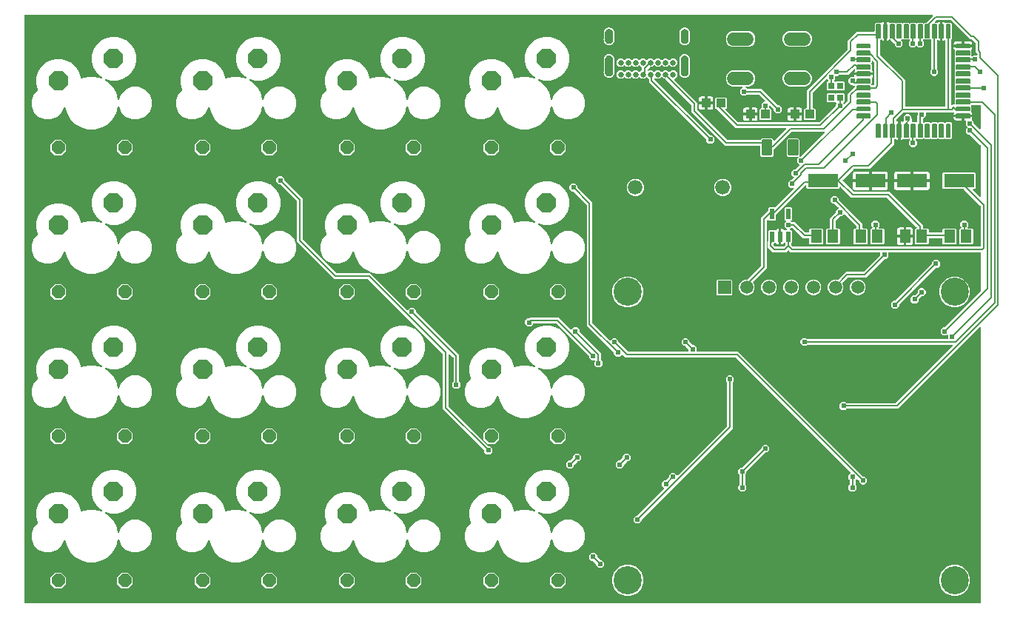
<source format=gbr>
G04 EAGLE Gerber RS-274X export*
G75*
%MOMM*%
%FSLAX34Y34*%
%LPD*%
%INTop Copper*%
%IPPOS*%
%AMOC8*
5,1,8,0,0,1.08239X$1,22.5*%
G01*
%ADD10R,1.100000X1.000000*%
%ADD11R,3.500000X1.600000*%
%ADD12R,1.500000X1.500000*%
%ADD13C,1.500000*%
%ADD14C,3.216000*%
%ADD15R,0.550000X1.200000*%
%ADD16R,1.300000X1.500000*%
%ADD17C,0.300000*%
%ADD18C,1.524000*%
%ADD19C,1.676400*%
%ADD20C,0.137500*%
%ADD21R,0.700000X0.750000*%
%ADD22P,2.435377X8X22.500000*%
%ADD23P,1.623585X8X22.500000*%
%ADD24C,0.654000*%
%ADD25C,0.900000*%
%ADD26C,0.152400*%
%ADD27C,0.604000*%

G36*
X1155720Y11942D02*
X1155720Y11942D01*
X1155739Y11940D01*
X1155841Y11962D01*
X1155943Y11979D01*
X1155960Y11988D01*
X1155980Y11992D01*
X1156069Y12045D01*
X1156160Y12094D01*
X1156174Y12108D01*
X1156191Y12118D01*
X1156258Y12197D01*
X1156330Y12272D01*
X1156338Y12290D01*
X1156351Y12305D01*
X1156390Y12401D01*
X1156433Y12495D01*
X1156435Y12515D01*
X1156443Y12533D01*
X1156461Y12700D01*
X1156461Y326993D01*
X1156450Y327063D01*
X1156448Y327135D01*
X1156430Y327184D01*
X1156421Y327235D01*
X1156388Y327299D01*
X1156363Y327366D01*
X1156331Y327407D01*
X1156306Y327453D01*
X1156254Y327502D01*
X1156210Y327558D01*
X1156166Y327586D01*
X1156128Y327622D01*
X1156063Y327652D01*
X1156003Y327691D01*
X1155952Y327704D01*
X1155905Y327726D01*
X1155834Y327734D01*
X1155764Y327751D01*
X1155712Y327747D01*
X1155661Y327753D01*
X1155590Y327738D01*
X1155519Y327732D01*
X1155471Y327712D01*
X1155420Y327701D01*
X1155359Y327664D01*
X1155293Y327636D01*
X1155237Y327591D01*
X1155209Y327574D01*
X1155194Y327557D01*
X1155162Y327531D01*
X1064230Y236599D01*
X1062072Y234441D01*
X1003184Y234441D01*
X1003094Y234427D01*
X1003003Y234419D01*
X1002973Y234407D01*
X1002941Y234402D01*
X1002860Y234359D01*
X1002777Y234323D01*
X1002744Y234297D01*
X1002724Y234286D01*
X1002702Y234263D01*
X1002646Y234218D01*
X1001627Y233199D01*
X997861Y233199D01*
X995199Y235861D01*
X995199Y239627D01*
X997861Y242289D01*
X1001627Y242289D01*
X1002646Y241270D01*
X1002719Y241217D01*
X1002789Y241157D01*
X1002819Y241145D01*
X1002845Y241126D01*
X1002932Y241099D01*
X1003017Y241065D01*
X1003058Y241061D01*
X1003080Y241054D01*
X1003113Y241055D01*
X1003184Y241047D01*
X1059021Y241047D01*
X1059111Y241061D01*
X1059202Y241069D01*
X1059231Y241081D01*
X1059263Y241086D01*
X1059344Y241129D01*
X1059428Y241165D01*
X1059460Y241191D01*
X1059481Y241202D01*
X1059503Y241225D01*
X1059559Y241270D01*
X1124583Y306294D01*
X1124625Y306352D01*
X1124674Y306404D01*
X1124696Y306451D01*
X1124727Y306493D01*
X1124748Y306562D01*
X1124778Y306627D01*
X1124784Y306679D01*
X1124799Y306729D01*
X1124797Y306800D01*
X1124805Y306871D01*
X1124794Y306922D01*
X1124793Y306974D01*
X1124768Y307042D01*
X1124753Y307112D01*
X1124726Y307157D01*
X1124708Y307205D01*
X1124663Y307261D01*
X1124626Y307323D01*
X1124587Y307357D01*
X1124554Y307397D01*
X1124494Y307436D01*
X1124440Y307483D01*
X1124391Y307502D01*
X1124347Y307530D01*
X1124278Y307548D01*
X1124211Y307575D01*
X1124140Y307583D01*
X1124109Y307591D01*
X1124086Y307589D01*
X1124045Y307593D01*
X958480Y307593D01*
X958390Y307579D01*
X958299Y307571D01*
X958269Y307559D01*
X958237Y307554D01*
X958156Y307511D01*
X958073Y307475D01*
X958040Y307449D01*
X958020Y307438D01*
X957998Y307415D01*
X957942Y307370D01*
X956923Y306351D01*
X953157Y306351D01*
X950495Y309013D01*
X950495Y312779D01*
X953157Y315441D01*
X956923Y315441D01*
X957942Y314422D01*
X958015Y314369D01*
X958085Y314309D01*
X958115Y314297D01*
X958141Y314278D01*
X958228Y314251D01*
X958313Y314217D01*
X958354Y314213D01*
X958376Y314206D01*
X958409Y314207D01*
X958480Y314199D01*
X1118390Y314199D01*
X1118410Y314202D01*
X1118429Y314200D01*
X1118531Y314222D01*
X1118633Y314238D01*
X1118650Y314248D01*
X1118670Y314252D01*
X1118759Y314305D01*
X1118850Y314354D01*
X1118864Y314368D01*
X1118881Y314378D01*
X1118948Y314457D01*
X1119020Y314532D01*
X1119028Y314550D01*
X1119041Y314565D01*
X1119080Y314661D01*
X1119123Y314755D01*
X1119125Y314775D01*
X1119133Y314793D01*
X1119151Y314960D01*
X1119151Y318406D01*
X1119140Y318477D01*
X1119138Y318549D01*
X1119120Y318598D01*
X1119112Y318649D01*
X1119078Y318712D01*
X1119053Y318780D01*
X1119021Y318820D01*
X1118996Y318866D01*
X1118945Y318916D01*
X1118900Y318972D01*
X1118856Y319000D01*
X1118818Y319036D01*
X1118753Y319066D01*
X1118693Y319105D01*
X1118642Y319117D01*
X1118595Y319139D01*
X1118524Y319147D01*
X1118454Y319165D01*
X1118402Y319161D01*
X1118351Y319166D01*
X1118280Y319151D01*
X1118209Y319146D01*
X1118161Y319125D01*
X1118110Y319114D01*
X1118049Y319077D01*
X1117983Y319049D01*
X1117927Y319004D01*
X1117899Y318988D01*
X1117884Y318970D01*
X1117852Y318945D01*
X1117450Y318543D01*
X1113685Y318543D01*
X1111023Y321205D01*
X1111023Y324971D01*
X1113685Y327633D01*
X1115127Y327633D01*
X1115217Y327647D01*
X1115308Y327655D01*
X1115337Y327667D01*
X1115369Y327672D01*
X1115450Y327715D01*
X1115534Y327751D01*
X1115566Y327777D01*
X1115587Y327788D01*
X1115609Y327811D01*
X1115665Y327856D01*
X1156238Y368429D01*
X1156280Y368488D01*
X1156327Y368537D01*
X1156335Y368554D01*
X1156351Y368572D01*
X1156363Y368603D01*
X1156382Y368629D01*
X1156405Y368705D01*
X1156431Y368760D01*
X1156433Y368775D01*
X1156443Y368801D01*
X1156447Y368842D01*
X1156454Y368864D01*
X1156453Y368896D01*
X1156461Y368967D01*
X1156461Y412496D01*
X1156458Y412516D01*
X1156460Y412535D01*
X1156438Y412637D01*
X1156421Y412739D01*
X1156412Y412756D01*
X1156408Y412776D01*
X1156355Y412865D01*
X1156306Y412956D01*
X1156292Y412970D01*
X1156282Y412987D01*
X1156203Y413054D01*
X1156128Y413126D01*
X1156110Y413134D01*
X1156095Y413147D01*
X1155999Y413186D01*
X1155905Y413229D01*
X1155885Y413231D01*
X1155867Y413239D01*
X1155700Y413257D01*
X1051786Y413257D01*
X1051766Y413254D01*
X1051747Y413256D01*
X1051645Y413234D01*
X1051543Y413218D01*
X1051526Y413208D01*
X1051506Y413204D01*
X1051417Y413151D01*
X1051326Y413102D01*
X1051312Y413088D01*
X1051295Y413078D01*
X1051228Y412999D01*
X1051156Y412924D01*
X1051148Y412906D01*
X1051135Y412891D01*
X1051096Y412795D01*
X1051053Y412701D01*
X1051051Y412681D01*
X1051043Y412663D01*
X1051025Y412496D01*
X1051025Y408581D01*
X1048363Y405919D01*
X1046921Y405919D01*
X1046831Y405905D01*
X1046740Y405897D01*
X1046711Y405885D01*
X1046679Y405880D01*
X1046598Y405837D01*
X1046514Y405801D01*
X1046482Y405775D01*
X1046461Y405764D01*
X1046439Y405741D01*
X1046383Y405696D01*
X1027654Y386967D01*
X1025496Y384809D01*
X1005491Y384809D01*
X1005401Y384795D01*
X1005310Y384787D01*
X1005281Y384775D01*
X1005249Y384770D01*
X1005168Y384727D01*
X1005084Y384691D01*
X1005052Y384665D01*
X1005031Y384654D01*
X1005009Y384631D01*
X1004953Y384586D01*
X998736Y378369D01*
X998668Y378275D01*
X998598Y378180D01*
X998596Y378174D01*
X998592Y378169D01*
X998558Y378059D01*
X998522Y377947D01*
X998522Y377940D01*
X998520Y377934D01*
X998523Y377817D01*
X998524Y377701D01*
X998526Y377693D01*
X998526Y377688D01*
X998533Y377671D01*
X998571Y377539D01*
X999625Y374995D01*
X999625Y371405D01*
X998251Y368088D01*
X995712Y365549D01*
X992395Y364175D01*
X988805Y364175D01*
X985488Y365549D01*
X982949Y368088D01*
X981575Y371405D01*
X981575Y374995D01*
X982949Y378312D01*
X985488Y380851D01*
X988805Y382225D01*
X992395Y382225D01*
X992530Y382169D01*
X992643Y382142D01*
X992757Y382114D01*
X992763Y382114D01*
X992769Y382113D01*
X992885Y382124D01*
X993002Y382133D01*
X993008Y382135D01*
X993014Y382136D01*
X993121Y382184D01*
X993228Y382229D01*
X993234Y382234D01*
X993239Y382236D01*
X993253Y382249D01*
X993359Y382334D01*
X1002440Y391415D01*
X1022445Y391415D01*
X1022535Y391429D01*
X1022626Y391437D01*
X1022655Y391449D01*
X1022687Y391454D01*
X1022768Y391497D01*
X1022852Y391533D01*
X1022884Y391559D01*
X1022905Y391570D01*
X1022927Y391593D01*
X1022983Y391638D01*
X1041712Y410367D01*
X1041765Y410441D01*
X1041825Y410510D01*
X1041837Y410541D01*
X1041856Y410567D01*
X1041883Y410654D01*
X1041917Y410739D01*
X1041921Y410780D01*
X1041928Y410802D01*
X1041927Y410834D01*
X1041935Y410905D01*
X1041935Y412496D01*
X1041932Y412516D01*
X1041934Y412535D01*
X1041912Y412637D01*
X1041896Y412739D01*
X1041886Y412756D01*
X1041882Y412776D01*
X1041829Y412865D01*
X1041780Y412956D01*
X1041766Y412970D01*
X1041756Y412987D01*
X1041677Y413054D01*
X1041602Y413126D01*
X1041584Y413134D01*
X1041569Y413147D01*
X1041473Y413186D01*
X1041379Y413229D01*
X1041359Y413231D01*
X1041341Y413239D01*
X1041174Y413257D01*
X939448Y413257D01*
X937290Y415415D01*
X937274Y415427D01*
X937262Y415442D01*
X937174Y415498D01*
X937091Y415558D01*
X937072Y415564D01*
X937055Y415575D01*
X936954Y415600D01*
X936855Y415631D01*
X936836Y415630D01*
X936816Y415635D01*
X936713Y415627D01*
X936610Y415624D01*
X936591Y415618D01*
X936571Y415616D01*
X936476Y415576D01*
X936379Y415540D01*
X936363Y415528D01*
X936345Y415520D01*
X936214Y415415D01*
X934056Y413257D01*
X919128Y413257D01*
X913129Y419256D01*
X913129Y426067D01*
X913155Y426103D01*
X913215Y426172D01*
X913227Y426202D01*
X913246Y426229D01*
X913273Y426316D01*
X913307Y426401D01*
X913311Y426441D01*
X913318Y426464D01*
X913317Y426496D01*
X913325Y426567D01*
X913325Y438131D01*
X914218Y439024D01*
X920982Y439024D01*
X921114Y438892D01*
X921209Y438823D01*
X921306Y438752D01*
X921310Y438750D01*
X921313Y438748D01*
X921427Y438713D01*
X921540Y438677D01*
X921545Y438677D01*
X921548Y438676D01*
X921667Y438679D01*
X921786Y438681D01*
X921790Y438682D01*
X921794Y438682D01*
X921905Y438723D01*
X922018Y438762D01*
X922021Y438765D01*
X922025Y438766D01*
X922118Y438841D01*
X922212Y438914D01*
X922215Y438918D01*
X922217Y438920D01*
X922225Y438932D01*
X922311Y439049D01*
X922317Y439059D01*
X922790Y439532D01*
X923369Y439867D01*
X924016Y440040D01*
X925726Y440040D01*
X925726Y432112D01*
X925729Y432093D01*
X925727Y432073D01*
X925749Y431971D01*
X925765Y431869D01*
X925775Y431852D01*
X925779Y431832D01*
X925832Y431743D01*
X925881Y431652D01*
X925895Y431638D01*
X925905Y431621D01*
X925984Y431554D01*
X926041Y431500D01*
X926027Y431492D01*
X926013Y431478D01*
X925996Y431468D01*
X925929Y431389D01*
X925857Y431314D01*
X925849Y431296D01*
X925836Y431281D01*
X925797Y431184D01*
X925754Y431091D01*
X925752Y431071D01*
X925744Y431053D01*
X925726Y430886D01*
X925726Y422958D01*
X924016Y422958D01*
X923369Y423131D01*
X922790Y423466D01*
X922317Y423939D01*
X922311Y423949D01*
X922236Y424040D01*
X922162Y424134D01*
X922158Y424136D01*
X922155Y424139D01*
X922056Y424202D01*
X921955Y424267D01*
X921951Y424268D01*
X921947Y424270D01*
X921832Y424298D01*
X921716Y424327D01*
X921712Y424326D01*
X921708Y424327D01*
X921589Y424317D01*
X921471Y424308D01*
X921467Y424306D01*
X921463Y424306D01*
X921355Y424258D01*
X921245Y424211D01*
X921241Y424208D01*
X921238Y424207D01*
X921228Y424198D01*
X921114Y424106D01*
X920982Y423974D01*
X920704Y423974D01*
X920614Y423960D01*
X920523Y423952D01*
X920493Y423940D01*
X920462Y423935D01*
X920381Y423892D01*
X920297Y423856D01*
X920265Y423830D01*
X920244Y423819D01*
X920222Y423796D01*
X920166Y423751D01*
X919958Y423543D01*
X919915Y423483D01*
X919876Y423442D01*
X919869Y423427D01*
X919845Y423400D01*
X919833Y423369D01*
X919814Y423343D01*
X919787Y423256D01*
X919775Y423224D01*
X919772Y423219D01*
X919772Y423218D01*
X919753Y423171D01*
X919749Y423130D01*
X919742Y423108D01*
X919743Y423076D01*
X919735Y423005D01*
X919735Y422307D01*
X919749Y422217D01*
X919757Y422126D01*
X919769Y422097D01*
X919774Y422065D01*
X919817Y421984D01*
X919853Y421900D01*
X919879Y421868D01*
X919890Y421847D01*
X919913Y421825D01*
X919958Y421769D01*
X921641Y420086D01*
X921715Y420033D01*
X921784Y419973D01*
X921815Y419961D01*
X921841Y419942D01*
X921928Y419915D01*
X922013Y419881D01*
X922054Y419877D01*
X922076Y419870D01*
X922108Y419871D01*
X922179Y419863D01*
X931005Y419863D01*
X931095Y419877D01*
X931186Y419885D01*
X931215Y419897D01*
X931247Y419902D01*
X931328Y419945D01*
X931412Y419981D01*
X931444Y420007D01*
X931465Y420018D01*
X931487Y420041D01*
X931543Y420086D01*
X933226Y421769D01*
X933279Y421843D01*
X933339Y421912D01*
X933351Y421943D01*
X933370Y421969D01*
X933397Y422056D01*
X933431Y422141D01*
X933435Y422182D01*
X933442Y422204D01*
X933441Y422236D01*
X933449Y422307D01*
X933449Y423428D01*
X933435Y423518D01*
X933427Y423609D01*
X933415Y423639D01*
X933410Y423671D01*
X933367Y423751D01*
X933331Y423835D01*
X933305Y423868D01*
X933294Y423888D01*
X933271Y423910D01*
X933226Y423966D01*
X933086Y424106D01*
X932991Y424175D01*
X932894Y424246D01*
X932890Y424248D01*
X932887Y424250D01*
X932773Y424285D01*
X932660Y424321D01*
X932656Y424321D01*
X932652Y424322D01*
X932533Y424319D01*
X932414Y424317D01*
X932410Y424316D01*
X932406Y424316D01*
X932294Y424275D01*
X932182Y424236D01*
X932179Y424233D01*
X932175Y424232D01*
X932081Y424157D01*
X931988Y424084D01*
X931985Y424080D01*
X931983Y424078D01*
X931975Y424066D01*
X931889Y423949D01*
X931883Y423939D01*
X931410Y423466D01*
X930831Y423131D01*
X930184Y422958D01*
X928474Y422958D01*
X928474Y430886D01*
X928471Y430905D01*
X928473Y430925D01*
X928451Y431027D01*
X928435Y431129D01*
X928425Y431146D01*
X928421Y431166D01*
X928368Y431255D01*
X928319Y431346D01*
X928305Y431360D01*
X928295Y431377D01*
X928216Y431444D01*
X928159Y431498D01*
X928173Y431506D01*
X928187Y431520D01*
X928204Y431530D01*
X928271Y431609D01*
X928343Y431684D01*
X928351Y431702D01*
X928364Y431717D01*
X928403Y431814D01*
X928446Y431907D01*
X928448Y431927D01*
X928456Y431945D01*
X928474Y432112D01*
X928474Y440040D01*
X930184Y440040D01*
X930831Y439867D01*
X931410Y439532D01*
X931883Y439059D01*
X931889Y439049D01*
X931964Y438958D01*
X932038Y438864D01*
X932042Y438862D01*
X932045Y438859D01*
X932144Y438796D01*
X932245Y438731D01*
X932249Y438730D01*
X932253Y438728D01*
X932368Y438700D01*
X932484Y438671D01*
X932488Y438672D01*
X932492Y438671D01*
X932611Y438681D01*
X932729Y438690D01*
X932733Y438692D01*
X932737Y438692D01*
X932845Y438740D01*
X932955Y438787D01*
X932959Y438790D01*
X932962Y438791D01*
X932972Y438800D01*
X933086Y438892D01*
X933218Y439024D01*
X934471Y439024D01*
X934542Y439035D01*
X934614Y439037D01*
X934663Y439055D01*
X934714Y439063D01*
X934777Y439097D01*
X934845Y439122D01*
X934885Y439154D01*
X934931Y439179D01*
X934981Y439231D01*
X935037Y439275D01*
X935065Y439319D01*
X935101Y439357D01*
X935131Y439422D01*
X935170Y439482D01*
X935182Y439533D01*
X935204Y439580D01*
X935212Y439651D01*
X935230Y439721D01*
X935226Y439773D01*
X935231Y439824D01*
X935216Y439895D01*
X935211Y439966D01*
X935190Y440014D01*
X935179Y440065D01*
X935142Y440126D01*
X935114Y440192D01*
X935070Y440248D01*
X935053Y440276D01*
X935035Y440291D01*
X935010Y440323D01*
X932207Y443125D01*
X932207Y446891D01*
X933994Y448677D01*
X934035Y448735D01*
X934085Y448787D01*
X934107Y448834D01*
X934137Y448876D01*
X934158Y448945D01*
X934188Y449010D01*
X934194Y449062D01*
X934209Y449112D01*
X934208Y449183D01*
X934215Y449254D01*
X934204Y449305D01*
X934203Y449357D01*
X934178Y449425D01*
X934163Y449495D01*
X934136Y449540D01*
X934119Y449588D01*
X934074Y449644D01*
X934037Y449706D01*
X933997Y449740D01*
X933965Y449780D01*
X933905Y449819D01*
X933850Y449866D01*
X933802Y449885D01*
X933758Y449913D01*
X933689Y449931D01*
X933622Y449958D01*
X933551Y449966D01*
X933519Y449974D01*
X933496Y449972D01*
X933455Y449976D01*
X933218Y449976D01*
X932325Y450869D01*
X932325Y464133D01*
X933218Y465026D01*
X939982Y465026D01*
X940875Y464133D01*
X940875Y450869D01*
X939970Y449964D01*
X939906Y449963D01*
X939857Y449945D01*
X939806Y449937D01*
X939743Y449903D01*
X939675Y449878D01*
X939635Y449846D01*
X939589Y449821D01*
X939539Y449769D01*
X939483Y449725D01*
X939455Y449681D01*
X939419Y449643D01*
X939389Y449578D01*
X939350Y449518D01*
X939338Y449467D01*
X939316Y449420D01*
X939308Y449349D01*
X939290Y449279D01*
X939294Y449227D01*
X939289Y449176D01*
X939304Y449105D01*
X939309Y449034D01*
X939330Y448986D01*
X939341Y448935D01*
X939378Y448874D01*
X939406Y448808D01*
X939450Y448752D01*
X939467Y448724D01*
X939485Y448709D01*
X939511Y448677D01*
X939654Y448534D01*
X939728Y448480D01*
X939797Y448421D01*
X939827Y448409D01*
X939853Y448390D01*
X939940Y448363D01*
X940025Y448329D01*
X940066Y448325D01*
X940088Y448318D01*
X940121Y448319D01*
X940192Y448311D01*
X944216Y448311D01*
X956185Y436342D01*
X956259Y436289D01*
X956328Y436229D01*
X956359Y436217D01*
X956385Y436198D01*
X956472Y436171D01*
X956557Y436137D01*
X956598Y436133D01*
X956620Y436126D01*
X956652Y436127D01*
X956723Y436119D01*
X959614Y436119D01*
X959634Y436122D01*
X959653Y436120D01*
X959755Y436142D01*
X959857Y436158D01*
X959874Y436168D01*
X959894Y436172D01*
X959983Y436225D01*
X960074Y436274D01*
X960088Y436288D01*
X960105Y436298D01*
X960172Y436377D01*
X960244Y436452D01*
X960252Y436470D01*
X960265Y436485D01*
X960304Y436581D01*
X960347Y436675D01*
X960349Y436695D01*
X960357Y436713D01*
X960375Y436880D01*
X960375Y439932D01*
X961268Y440825D01*
X975532Y440825D01*
X976425Y439932D01*
X976425Y423668D01*
X975532Y422775D01*
X961268Y422775D01*
X960375Y423668D01*
X960375Y428752D01*
X960372Y428772D01*
X960374Y428791D01*
X960352Y428893D01*
X960336Y428995D01*
X960326Y429012D01*
X960322Y429032D01*
X960269Y429121D01*
X960220Y429212D01*
X960206Y429226D01*
X960196Y429243D01*
X960117Y429310D01*
X960042Y429382D01*
X960024Y429390D01*
X960009Y429403D01*
X959913Y429442D01*
X959819Y429485D01*
X959799Y429487D01*
X959781Y429495D01*
X959614Y429513D01*
X953672Y429513D01*
X941703Y441482D01*
X941629Y441535D01*
X941560Y441595D01*
X941529Y441607D01*
X941503Y441626D01*
X941416Y441653D01*
X941331Y441687D01*
X941290Y441691D01*
X941268Y441698D01*
X941236Y441697D01*
X941165Y441705D01*
X940192Y441705D01*
X940102Y441691D01*
X940011Y441683D01*
X939981Y441671D01*
X939949Y441666D01*
X939869Y441623D01*
X939785Y441587D01*
X939752Y441561D01*
X939732Y441550D01*
X939710Y441527D01*
X939654Y441482D01*
X938494Y440323D01*
X938453Y440265D01*
X938403Y440213D01*
X938381Y440166D01*
X938351Y440124D01*
X938330Y440055D01*
X938300Y439990D01*
X938294Y439938D01*
X938279Y439888D01*
X938280Y439817D01*
X938273Y439746D01*
X938284Y439695D01*
X938285Y439643D01*
X938310Y439575D01*
X938325Y439505D01*
X938352Y439460D01*
X938369Y439412D01*
X938414Y439356D01*
X938451Y439294D01*
X938491Y439260D01*
X938523Y439220D01*
X938583Y439181D01*
X938638Y439134D01*
X938686Y439115D01*
X938730Y439087D01*
X938800Y439069D01*
X938866Y439042D01*
X938937Y439034D01*
X938969Y439026D01*
X938992Y439028D01*
X939033Y439024D01*
X939982Y439024D01*
X940875Y438131D01*
X940875Y424867D01*
X940278Y424270D01*
X940225Y424196D01*
X940165Y424127D01*
X940153Y424097D01*
X940134Y424071D01*
X940107Y423984D01*
X940073Y423899D01*
X940069Y423858D01*
X940062Y423836D01*
X940063Y423803D01*
X940055Y423732D01*
X940055Y422307D01*
X940069Y422217D01*
X940077Y422126D01*
X940089Y422097D01*
X940094Y422065D01*
X940137Y421984D01*
X940173Y421900D01*
X940199Y421868D01*
X940210Y421847D01*
X940233Y421825D01*
X940278Y421769D01*
X941961Y420086D01*
X942035Y420033D01*
X942104Y419973D01*
X942135Y419961D01*
X942161Y419942D01*
X942248Y419915D01*
X942333Y419881D01*
X942374Y419877D01*
X942396Y419870D01*
X942428Y419871D01*
X942499Y419863D01*
X1155700Y419863D01*
X1155720Y419866D01*
X1155739Y419864D01*
X1155841Y419886D01*
X1155943Y419902D01*
X1155960Y419912D01*
X1155980Y419916D01*
X1156069Y419969D01*
X1156160Y420018D01*
X1156174Y420032D01*
X1156191Y420042D01*
X1156258Y420121D01*
X1156329Y420196D01*
X1156338Y420214D01*
X1156351Y420229D01*
X1156390Y420325D01*
X1156433Y420419D01*
X1156435Y420439D01*
X1156443Y420457D01*
X1156461Y420624D01*
X1156461Y466185D01*
X1156446Y466275D01*
X1156439Y466366D01*
X1156427Y466395D01*
X1156421Y466427D01*
X1156379Y466508D01*
X1156343Y466592D01*
X1156317Y466624D01*
X1156306Y466645D01*
X1156283Y466667D01*
X1156238Y466723D01*
X1137409Y485552D01*
X1137335Y485605D01*
X1137266Y485665D01*
X1137235Y485677D01*
X1137209Y485696D01*
X1137122Y485723D01*
X1137037Y485757D01*
X1136996Y485761D01*
X1136974Y485768D01*
X1136942Y485767D01*
X1136871Y485775D01*
X1113768Y485775D01*
X1112875Y486668D01*
X1112875Y503932D01*
X1113768Y504825D01*
X1150032Y504825D01*
X1150925Y503932D01*
X1150925Y486668D01*
X1150032Y485775D01*
X1148365Y485775D01*
X1148295Y485764D01*
X1148223Y485762D01*
X1148174Y485744D01*
X1148123Y485736D01*
X1148059Y485702D01*
X1147992Y485677D01*
X1147951Y485645D01*
X1147905Y485620D01*
X1147856Y485569D01*
X1147800Y485524D01*
X1147772Y485480D01*
X1147736Y485442D01*
X1147706Y485377D01*
X1147667Y485317D01*
X1147654Y485266D01*
X1147632Y485219D01*
X1147624Y485148D01*
X1147607Y485078D01*
X1147611Y485026D01*
X1147605Y484975D01*
X1147620Y484904D01*
X1147626Y484833D01*
X1147646Y484785D01*
X1147657Y484734D01*
X1147694Y484673D01*
X1147722Y484607D01*
X1147767Y484551D01*
X1147784Y484523D01*
X1147801Y484508D01*
X1147827Y484476D01*
X1155162Y477141D01*
X1155220Y477099D01*
X1155272Y477050D01*
X1155319Y477028D01*
X1155361Y476998D01*
X1155430Y476976D01*
X1155495Y476946D01*
X1155547Y476940D01*
X1155597Y476925D01*
X1155668Y476927D01*
X1155739Y476919D01*
X1155790Y476930D01*
X1155842Y476932D01*
X1155910Y476956D01*
X1155980Y476971D01*
X1156024Y476998D01*
X1156073Y477016D01*
X1156129Y477061D01*
X1156191Y477098D01*
X1156225Y477137D01*
X1156265Y477170D01*
X1156304Y477230D01*
X1156351Y477284D01*
X1156370Y477333D01*
X1156398Y477377D01*
X1156416Y477446D01*
X1156443Y477513D01*
X1156451Y477584D01*
X1156459Y477615D01*
X1156457Y477638D01*
X1156461Y477679D01*
X1156461Y535273D01*
X1156446Y535363D01*
X1156439Y535454D01*
X1156427Y535483D01*
X1156421Y535515D01*
X1156379Y535596D01*
X1156343Y535680D01*
X1156317Y535712D01*
X1156306Y535733D01*
X1156283Y535755D01*
X1156238Y535811D01*
X1144113Y547936D01*
X1144039Y547989D01*
X1143970Y548049D01*
X1143939Y548061D01*
X1143913Y548080D01*
X1143826Y548107D01*
X1143741Y548141D01*
X1143700Y548145D01*
X1143678Y548152D01*
X1143646Y548151D01*
X1143575Y548159D01*
X1142133Y548159D01*
X1139471Y550821D01*
X1139471Y554587D01*
X1141114Y556230D01*
X1141126Y556246D01*
X1141142Y556258D01*
X1141198Y556346D01*
X1141258Y556429D01*
X1141264Y556448D01*
X1141275Y556465D01*
X1141300Y556566D01*
X1141330Y556665D01*
X1141330Y556684D01*
X1141335Y556704D01*
X1141327Y556807D01*
X1141324Y556910D01*
X1141317Y556929D01*
X1141316Y556949D01*
X1141275Y557044D01*
X1141240Y557141D01*
X1141227Y557157D01*
X1141219Y557175D01*
X1141114Y557306D01*
X1139471Y558949D01*
X1139471Y562714D01*
X1139767Y563010D01*
X1139808Y563068D01*
X1139858Y563120D01*
X1139880Y563167D01*
X1139910Y563209D01*
X1139931Y563278D01*
X1139961Y563343D01*
X1139967Y563395D01*
X1139982Y563445D01*
X1139981Y563516D01*
X1139988Y563587D01*
X1139977Y563638D01*
X1139976Y563690D01*
X1139951Y563758D01*
X1139936Y563828D01*
X1139909Y563873D01*
X1139892Y563921D01*
X1139847Y563977D01*
X1139810Y564039D01*
X1139770Y564073D01*
X1139738Y564113D01*
X1139678Y564152D01*
X1139623Y564199D01*
X1139575Y564218D01*
X1139531Y564246D01*
X1139462Y564264D01*
X1139395Y564291D01*
X1139324Y564299D01*
X1139292Y564307D01*
X1139269Y564305D01*
X1139228Y564309D01*
X1137674Y564309D01*
X1137674Y568226D01*
X1146841Y568226D01*
X1146841Y567112D01*
X1146621Y566291D01*
X1146314Y565760D01*
X1146298Y565719D01*
X1146274Y565682D01*
X1146255Y565604D01*
X1146227Y565529D01*
X1146225Y565486D01*
X1146214Y565443D01*
X1146221Y565364D01*
X1146218Y565284D01*
X1146230Y565241D01*
X1146233Y565198D01*
X1146265Y565125D01*
X1146287Y565048D01*
X1146313Y565012D01*
X1146330Y564972D01*
X1146393Y564893D01*
X1146403Y564877D01*
X1146413Y564868D01*
X1146421Y564858D01*
X1146429Y564846D01*
X1146431Y564845D01*
X1146435Y564841D01*
X1148561Y562715D01*
X1148561Y561273D01*
X1148575Y561183D01*
X1148583Y561092D01*
X1148595Y561063D01*
X1148600Y561031D01*
X1148643Y560950D01*
X1148679Y560866D01*
X1148705Y560834D01*
X1148716Y560813D01*
X1148739Y560791D01*
X1148784Y560735D01*
X1155162Y554357D01*
X1155220Y554315D01*
X1155272Y554266D01*
X1155319Y554244D01*
X1155361Y554214D01*
X1155430Y554192D01*
X1155495Y554162D01*
X1155547Y554156D01*
X1155597Y554141D01*
X1155668Y554143D01*
X1155739Y554135D01*
X1155790Y554146D01*
X1155842Y554148D01*
X1155910Y554172D01*
X1155980Y554187D01*
X1156024Y554214D01*
X1156073Y554232D01*
X1156129Y554277D01*
X1156191Y554314D01*
X1156225Y554353D01*
X1156265Y554386D01*
X1156304Y554446D01*
X1156351Y554500D01*
X1156370Y554549D01*
X1156398Y554593D01*
X1156416Y554662D01*
X1156443Y554729D01*
X1156451Y554800D01*
X1156459Y554831D01*
X1156457Y554854D01*
X1156461Y554895D01*
X1156461Y581152D01*
X1156458Y581172D01*
X1156460Y581191D01*
X1156438Y581293D01*
X1156421Y581395D01*
X1156412Y581412D01*
X1156408Y581432D01*
X1156355Y581521D01*
X1156306Y581612D01*
X1156292Y581626D01*
X1156282Y581643D01*
X1156203Y581710D01*
X1156128Y581782D01*
X1156110Y581790D01*
X1156095Y581803D01*
X1155999Y581842D01*
X1155905Y581885D01*
X1155885Y581887D01*
X1155867Y581895D01*
X1155700Y581913D01*
X1146328Y581913D01*
X1146257Y581902D01*
X1146186Y581900D01*
X1146137Y581882D01*
X1146085Y581874D01*
X1146022Y581840D01*
X1145955Y581815D01*
X1145914Y581783D01*
X1145868Y581758D01*
X1145819Y581707D01*
X1145763Y581662D01*
X1145734Y581618D01*
X1145699Y581580D01*
X1145668Y581515D01*
X1145630Y581455D01*
X1145617Y581404D01*
X1145595Y581357D01*
X1145587Y581286D01*
X1145570Y581216D01*
X1145574Y581164D01*
X1145568Y581113D01*
X1145583Y581042D01*
X1145589Y580971D01*
X1145609Y580923D01*
X1145620Y580872D01*
X1145657Y580811D01*
X1145685Y580745D01*
X1145730Y580689D01*
X1145746Y580661D01*
X1145764Y580646D01*
X1145790Y580614D01*
X1145825Y580579D01*
X1145825Y574331D01*
X1145839Y574241D01*
X1145847Y574150D01*
X1145859Y574120D01*
X1145864Y574088D01*
X1145907Y574008D01*
X1145943Y573924D01*
X1145969Y573892D01*
X1145980Y573871D01*
X1146003Y573849D01*
X1146048Y573793D01*
X1146196Y573645D01*
X1146621Y572909D01*
X1146841Y572088D01*
X1146841Y570974D01*
X1136913Y570974D01*
X1136894Y570971D01*
X1136874Y570973D01*
X1136772Y570951D01*
X1136670Y570935D01*
X1136653Y570925D01*
X1136633Y570921D01*
X1136544Y570868D01*
X1136453Y570819D01*
X1136439Y570805D01*
X1136422Y570795D01*
X1136355Y570716D01*
X1136301Y570659D01*
X1136293Y570673D01*
X1136279Y570687D01*
X1136269Y570704D01*
X1136190Y570771D01*
X1136115Y570843D01*
X1136097Y570851D01*
X1136082Y570864D01*
X1135985Y570903D01*
X1135892Y570946D01*
X1135872Y570948D01*
X1135854Y570956D01*
X1135687Y570974D01*
X1125759Y570974D01*
X1125759Y572087D01*
X1125957Y572827D01*
X1125969Y572946D01*
X1125982Y573063D01*
X1125981Y573068D01*
X1125982Y573072D01*
X1125956Y573185D01*
X1125930Y573304D01*
X1125928Y573307D01*
X1125927Y573311D01*
X1125865Y573412D01*
X1125804Y573515D01*
X1125801Y573518D01*
X1125799Y573521D01*
X1125707Y573598D01*
X1125617Y573675D01*
X1125613Y573676D01*
X1125610Y573679D01*
X1125500Y573722D01*
X1125389Y573767D01*
X1125384Y573767D01*
X1125381Y573769D01*
X1125367Y573769D01*
X1125222Y573785D01*
X1094458Y573785D01*
X1094438Y573782D01*
X1094419Y573784D01*
X1094317Y573762D01*
X1094215Y573746D01*
X1094198Y573736D01*
X1094178Y573732D01*
X1094089Y573679D01*
X1093998Y573630D01*
X1093984Y573616D01*
X1093967Y573606D01*
X1093900Y573527D01*
X1093828Y573452D01*
X1093820Y573434D01*
X1093807Y573419D01*
X1093768Y573323D01*
X1093725Y573229D01*
X1093723Y573209D01*
X1093715Y573191D01*
X1093697Y573024D01*
X1093697Y569109D01*
X1091005Y566418D01*
X1090941Y566408D01*
X1090924Y566398D01*
X1090904Y566394D01*
X1090815Y566341D01*
X1090724Y566292D01*
X1090710Y566278D01*
X1090693Y566268D01*
X1090626Y566189D01*
X1090554Y566114D01*
X1090546Y566096D01*
X1090533Y566081D01*
X1090494Y565985D01*
X1090451Y565891D01*
X1090449Y565871D01*
X1090441Y565853D01*
X1090423Y565686D01*
X1090423Y562696D01*
X1090437Y562606D01*
X1090445Y562515D01*
X1090457Y562485D01*
X1090462Y562453D01*
X1090505Y562373D01*
X1090541Y562289D01*
X1090567Y562257D01*
X1090578Y562236D01*
X1090601Y562214D01*
X1090646Y562158D01*
X1090962Y561842D01*
X1090978Y561830D01*
X1090990Y561815D01*
X1091078Y561759D01*
X1091161Y561698D01*
X1091180Y561692D01*
X1091197Y561682D01*
X1091298Y561656D01*
X1091397Y561626D01*
X1091416Y561626D01*
X1091436Y561622D01*
X1091539Y561630D01*
X1091642Y561632D01*
X1091661Y561639D01*
X1091681Y561641D01*
X1091776Y561681D01*
X1091873Y561717D01*
X1091889Y561729D01*
X1091907Y561737D01*
X1092038Y561842D01*
X1092521Y562325D01*
X1098479Y562325D01*
X1098962Y561842D01*
X1098978Y561830D01*
X1098990Y561815D01*
X1099077Y561759D01*
X1099161Y561698D01*
X1099180Y561692D01*
X1099197Y561682D01*
X1099298Y561656D01*
X1099397Y561626D01*
X1099416Y561626D01*
X1099436Y561622D01*
X1099539Y561630D01*
X1099642Y561632D01*
X1099661Y561639D01*
X1099681Y561641D01*
X1099776Y561681D01*
X1099873Y561717D01*
X1099889Y561729D01*
X1099907Y561737D01*
X1100038Y561842D01*
X1100521Y562325D01*
X1106479Y562325D01*
X1106962Y561842D01*
X1106978Y561830D01*
X1106990Y561815D01*
X1107077Y561759D01*
X1107161Y561698D01*
X1107180Y561692D01*
X1107197Y561682D01*
X1107298Y561656D01*
X1107397Y561626D01*
X1107416Y561626D01*
X1107436Y561622D01*
X1107539Y561630D01*
X1107642Y561632D01*
X1107661Y561639D01*
X1107681Y561641D01*
X1107776Y561681D01*
X1107873Y561717D01*
X1107889Y561729D01*
X1107907Y561737D01*
X1108038Y561842D01*
X1108521Y562325D01*
X1114479Y562325D01*
X1114962Y561842D01*
X1114978Y561830D01*
X1114990Y561815D01*
X1115077Y561759D01*
X1115161Y561698D01*
X1115180Y561692D01*
X1115197Y561682D01*
X1115298Y561656D01*
X1115397Y561626D01*
X1115416Y561626D01*
X1115436Y561622D01*
X1115539Y561630D01*
X1115642Y561632D01*
X1115661Y561639D01*
X1115681Y561641D01*
X1115776Y561681D01*
X1115873Y561717D01*
X1115889Y561729D01*
X1115907Y561737D01*
X1116038Y561842D01*
X1116521Y562325D01*
X1122479Y562325D01*
X1123775Y561029D01*
X1123775Y544571D01*
X1122479Y543275D01*
X1116521Y543275D01*
X1116038Y543758D01*
X1116022Y543770D01*
X1116010Y543785D01*
X1115922Y543841D01*
X1115839Y543902D01*
X1115820Y543908D01*
X1115803Y543918D01*
X1115702Y543944D01*
X1115603Y543974D01*
X1115584Y543974D01*
X1115564Y543978D01*
X1115461Y543970D01*
X1115358Y543968D01*
X1115339Y543961D01*
X1115319Y543959D01*
X1115224Y543919D01*
X1115127Y543883D01*
X1115111Y543871D01*
X1115093Y543863D01*
X1114962Y543758D01*
X1114479Y543275D01*
X1108521Y543275D01*
X1108038Y543758D01*
X1108022Y543770D01*
X1108010Y543785D01*
X1107922Y543841D01*
X1107839Y543902D01*
X1107820Y543908D01*
X1107803Y543918D01*
X1107702Y543944D01*
X1107603Y543974D01*
X1107584Y543974D01*
X1107564Y543978D01*
X1107461Y543970D01*
X1107358Y543968D01*
X1107339Y543961D01*
X1107319Y543959D01*
X1107224Y543919D01*
X1107127Y543883D01*
X1107111Y543871D01*
X1107093Y543863D01*
X1106962Y543758D01*
X1106479Y543275D01*
X1100521Y543275D01*
X1100038Y543758D01*
X1100022Y543770D01*
X1100010Y543785D01*
X1099922Y543841D01*
X1099839Y543902D01*
X1099820Y543908D01*
X1099803Y543918D01*
X1099702Y543944D01*
X1099603Y543974D01*
X1099584Y543974D01*
X1099564Y543978D01*
X1099461Y543970D01*
X1099358Y543968D01*
X1099339Y543961D01*
X1099319Y543959D01*
X1099224Y543919D01*
X1099127Y543883D01*
X1099111Y543871D01*
X1099093Y543863D01*
X1098962Y543758D01*
X1098479Y543275D01*
X1092521Y543275D01*
X1092038Y543758D01*
X1092022Y543770D01*
X1092010Y543785D01*
X1091922Y543841D01*
X1091839Y543902D01*
X1091820Y543908D01*
X1091803Y543918D01*
X1091702Y543944D01*
X1091603Y543974D01*
X1091584Y543974D01*
X1091564Y543978D01*
X1091461Y543970D01*
X1091358Y543968D01*
X1091339Y543961D01*
X1091319Y543959D01*
X1091224Y543919D01*
X1091127Y543883D01*
X1091111Y543871D01*
X1091093Y543863D01*
X1090962Y543758D01*
X1090479Y543275D01*
X1084521Y543275D01*
X1084038Y543758D01*
X1084022Y543770D01*
X1084010Y543785D01*
X1083922Y543841D01*
X1083839Y543902D01*
X1083820Y543908D01*
X1083803Y543918D01*
X1083702Y543944D01*
X1083603Y543974D01*
X1083584Y543974D01*
X1083564Y543978D01*
X1083461Y543970D01*
X1083358Y543968D01*
X1083339Y543961D01*
X1083319Y543959D01*
X1083224Y543919D01*
X1083127Y543883D01*
X1083111Y543871D01*
X1083093Y543863D01*
X1082962Y543758D01*
X1082518Y543314D01*
X1082465Y543240D01*
X1082405Y543171D01*
X1082393Y543141D01*
X1082374Y543114D01*
X1082347Y543027D01*
X1082313Y542943D01*
X1082309Y542902D01*
X1082302Y542879D01*
X1082303Y542847D01*
X1082295Y542776D01*
X1082295Y541920D01*
X1082309Y541830D01*
X1082317Y541739D01*
X1082329Y541709D01*
X1082334Y541677D01*
X1082377Y541596D01*
X1082413Y541513D01*
X1082439Y541480D01*
X1082450Y541460D01*
X1082473Y541438D01*
X1082518Y541382D01*
X1083537Y540363D01*
X1083537Y536597D01*
X1080875Y533935D01*
X1077109Y533935D01*
X1074447Y536597D01*
X1074447Y540363D01*
X1075466Y541382D01*
X1075519Y541455D01*
X1075579Y541525D01*
X1075591Y541555D01*
X1075610Y541581D01*
X1075637Y541668D01*
X1075671Y541753D01*
X1075675Y541794D01*
X1075682Y541816D01*
X1075681Y541849D01*
X1075689Y541920D01*
X1075689Y542648D01*
X1075678Y542719D01*
X1075676Y542790D01*
X1075658Y542839D01*
X1075650Y542891D01*
X1075616Y542954D01*
X1075591Y543021D01*
X1075559Y543062D01*
X1075534Y543108D01*
X1075482Y543157D01*
X1075438Y543213D01*
X1075394Y543242D01*
X1075356Y543277D01*
X1075291Y543308D01*
X1075231Y543346D01*
X1075180Y543359D01*
X1075133Y543381D01*
X1075062Y543389D01*
X1074992Y543406D01*
X1074940Y543402D01*
X1074889Y543408D01*
X1074818Y543393D01*
X1074747Y543387D01*
X1074699Y543367D01*
X1074648Y543356D01*
X1074587Y543319D01*
X1074521Y543291D01*
X1074501Y543275D01*
X1068231Y543275D01*
X1068141Y543261D01*
X1068050Y543253D01*
X1068020Y543241D01*
X1067988Y543236D01*
X1067908Y543193D01*
X1067824Y543157D01*
X1067791Y543131D01*
X1067771Y543120D01*
X1067749Y543097D01*
X1067693Y543052D01*
X1067545Y542904D01*
X1066809Y542479D01*
X1065988Y542259D01*
X1064874Y542259D01*
X1064874Y552187D01*
X1064871Y552206D01*
X1064873Y552226D01*
X1064851Y552328D01*
X1064835Y552430D01*
X1064825Y552447D01*
X1064821Y552467D01*
X1064768Y552556D01*
X1064719Y552647D01*
X1064705Y552661D01*
X1064695Y552678D01*
X1064616Y552745D01*
X1064559Y552799D01*
X1064573Y552807D01*
X1064587Y552821D01*
X1064604Y552831D01*
X1064671Y552910D01*
X1064743Y552985D01*
X1064751Y553003D01*
X1064764Y553018D01*
X1064803Y553115D01*
X1064846Y553208D01*
X1064848Y553228D01*
X1064856Y553246D01*
X1064874Y553413D01*
X1064874Y563341D01*
X1065988Y563341D01*
X1066809Y563121D01*
X1067364Y562800D01*
X1067405Y562785D01*
X1067441Y562761D01*
X1067519Y562742D01*
X1067594Y562713D01*
X1067638Y562712D01*
X1067680Y562701D01*
X1067760Y562707D01*
X1067839Y562704D01*
X1067881Y562717D01*
X1067925Y562720D01*
X1067999Y562751D01*
X1068075Y562774D01*
X1068111Y562799D01*
X1068152Y562816D01*
X1068265Y562907D01*
X1068277Y562915D01*
X1068279Y562918D01*
X1068282Y562921D01*
X1068841Y563479D01*
X1068852Y563496D01*
X1068868Y563508D01*
X1068924Y563595D01*
X1068984Y563679D01*
X1068990Y563698D01*
X1069001Y563715D01*
X1069026Y563815D01*
X1069057Y563914D01*
X1069056Y563934D01*
X1069061Y563954D01*
X1069053Y564057D01*
X1069050Y564160D01*
X1069043Y564179D01*
X1069042Y564199D01*
X1069001Y564294D01*
X1068966Y564391D01*
X1068953Y564407D01*
X1068946Y564425D01*
X1068841Y564556D01*
X1068351Y565045D01*
X1068351Y568811D01*
X1071013Y571473D01*
X1074779Y571473D01*
X1077441Y568811D01*
X1077441Y567369D01*
X1077455Y567279D01*
X1077463Y567188D01*
X1077475Y567159D01*
X1077480Y567127D01*
X1077523Y567046D01*
X1077559Y566962D01*
X1077585Y566930D01*
X1077596Y566909D01*
X1077619Y566887D01*
X1077664Y566831D01*
X1078231Y566264D01*
X1078231Y563503D01*
X1078214Y563467D01*
X1078184Y563425D01*
X1078162Y563356D01*
X1078132Y563291D01*
X1078126Y563239D01*
X1078111Y563190D01*
X1078113Y563118D01*
X1078105Y563047D01*
X1078116Y562996D01*
X1078117Y562944D01*
X1078142Y562876D01*
X1078157Y562806D01*
X1078184Y562761D01*
X1078202Y562713D01*
X1078247Y562657D01*
X1078284Y562595D01*
X1078323Y562561D01*
X1078356Y562521D01*
X1078416Y562482D01*
X1078470Y562435D01*
X1078519Y562416D01*
X1078562Y562388D01*
X1078632Y562370D01*
X1078699Y562343D01*
X1078770Y562335D01*
X1078801Y562327D01*
X1078824Y562329D01*
X1078865Y562325D01*
X1082479Y562325D01*
X1082518Y562286D01*
X1082576Y562244D01*
X1082628Y562195D01*
X1082675Y562173D01*
X1082717Y562142D01*
X1082786Y562121D01*
X1082851Y562091D01*
X1082903Y562085D01*
X1082953Y562070D01*
X1083024Y562072D01*
X1083095Y562064D01*
X1083146Y562075D01*
X1083198Y562076D01*
X1083266Y562101D01*
X1083336Y562116D01*
X1083381Y562143D01*
X1083429Y562161D01*
X1083485Y562206D01*
X1083547Y562242D01*
X1083581Y562282D01*
X1083621Y562314D01*
X1083660Y562375D01*
X1083707Y562429D01*
X1083726Y562478D01*
X1083754Y562521D01*
X1083772Y562591D01*
X1083799Y562657D01*
X1083807Y562729D01*
X1083815Y562760D01*
X1083813Y562783D01*
X1083817Y562824D01*
X1083817Y570328D01*
X1084384Y570895D01*
X1084437Y570969D01*
X1084497Y571038D01*
X1084509Y571069D01*
X1084528Y571095D01*
X1084555Y571182D01*
X1084589Y571267D01*
X1084593Y571308D01*
X1084600Y571330D01*
X1084599Y571362D01*
X1084607Y571433D01*
X1084607Y573024D01*
X1084604Y573044D01*
X1084606Y573063D01*
X1084584Y573165D01*
X1084568Y573267D01*
X1084558Y573284D01*
X1084554Y573304D01*
X1084501Y573393D01*
X1084452Y573484D01*
X1084438Y573498D01*
X1084428Y573515D01*
X1084349Y573582D01*
X1084274Y573654D01*
X1084256Y573662D01*
X1084241Y573675D01*
X1084145Y573714D01*
X1084051Y573757D01*
X1084031Y573759D01*
X1084013Y573767D01*
X1083846Y573785D01*
X1068483Y573785D01*
X1068393Y573771D01*
X1068302Y573763D01*
X1068273Y573751D01*
X1068241Y573746D01*
X1068160Y573703D01*
X1068076Y573667D01*
X1068044Y573641D01*
X1068023Y573630D01*
X1068001Y573607D01*
X1067945Y573562D01*
X1060166Y565783D01*
X1060113Y565709D01*
X1060053Y565640D01*
X1060041Y565609D01*
X1060022Y565583D01*
X1059995Y565496D01*
X1059961Y565411D01*
X1059957Y565370D01*
X1059950Y565348D01*
X1059951Y565316D01*
X1059943Y565245D01*
X1059943Y564046D01*
X1059962Y563930D01*
X1059980Y563811D01*
X1059982Y563807D01*
X1059982Y563803D01*
X1060038Y563699D01*
X1060093Y563593D01*
X1060096Y563590D01*
X1060098Y563586D01*
X1060183Y563505D01*
X1060269Y563421D01*
X1060273Y563420D01*
X1060276Y563417D01*
X1060385Y563366D01*
X1060491Y563315D01*
X1060495Y563315D01*
X1060499Y563313D01*
X1060617Y563300D01*
X1060735Y563286D01*
X1060740Y563286D01*
X1060743Y563286D01*
X1060757Y563289D01*
X1060901Y563311D01*
X1061013Y563341D01*
X1062126Y563341D01*
X1062126Y553413D01*
X1062129Y553394D01*
X1062127Y553374D01*
X1062149Y553272D01*
X1062165Y553170D01*
X1062175Y553153D01*
X1062179Y553133D01*
X1062232Y553044D01*
X1062281Y552953D01*
X1062295Y552939D01*
X1062305Y552922D01*
X1062384Y552855D01*
X1062441Y552801D01*
X1062427Y552793D01*
X1062413Y552779D01*
X1062396Y552769D01*
X1062329Y552690D01*
X1062257Y552615D01*
X1062249Y552597D01*
X1062236Y552582D01*
X1062197Y552485D01*
X1062154Y552392D01*
X1062152Y552372D01*
X1062144Y552354D01*
X1062126Y552187D01*
X1062126Y542259D01*
X1061012Y542259D01*
X1060191Y542479D01*
X1059455Y542904D01*
X1059307Y543052D01*
X1059233Y543105D01*
X1059164Y543165D01*
X1059134Y543177D01*
X1059108Y543196D01*
X1059021Y543223D01*
X1058936Y543257D01*
X1058895Y543261D01*
X1058872Y543268D01*
X1058840Y543267D01*
X1058769Y543275D01*
X1058672Y543275D01*
X1058652Y543272D01*
X1058633Y543274D01*
X1058531Y543252D01*
X1058429Y543236D01*
X1058412Y543226D01*
X1058392Y543222D01*
X1058303Y543169D01*
X1058212Y543120D01*
X1058198Y543106D01*
X1058181Y543096D01*
X1058114Y543017D01*
X1058042Y542942D01*
X1058034Y542924D01*
X1058021Y542909D01*
X1057982Y542813D01*
X1057939Y542719D01*
X1057937Y542699D01*
X1057929Y542681D01*
X1057911Y542514D01*
X1057911Y537112D01*
X1029560Y508761D01*
X1011587Y508761D01*
X1011497Y508747D01*
X1011406Y508739D01*
X1011377Y508727D01*
X1011345Y508722D01*
X1011264Y508679D01*
X1011180Y508643D01*
X1011148Y508617D01*
X1011127Y508606D01*
X1011105Y508583D01*
X1011049Y508538D01*
X998857Y496346D01*
X998845Y496330D01*
X998830Y496318D01*
X998774Y496230D01*
X998714Y496147D01*
X998708Y496128D01*
X998697Y496111D01*
X998672Y496010D01*
X998641Y495911D01*
X998642Y495892D01*
X998637Y495872D01*
X998645Y495769D01*
X998648Y495666D01*
X998654Y495647D01*
X998656Y495627D01*
X998696Y495532D01*
X998732Y495435D01*
X998744Y495419D01*
X998752Y495401D01*
X998857Y495270D01*
X1011049Y483078D01*
X1011123Y483025D01*
X1011192Y482965D01*
X1011223Y482953D01*
X1011249Y482934D01*
X1011336Y482907D01*
X1011421Y482873D01*
X1011462Y482869D01*
X1011484Y482862D01*
X1011516Y482863D01*
X1011587Y482855D01*
X1051912Y482855D01*
X1054070Y480697D01*
X1090423Y444344D01*
X1090423Y441586D01*
X1090426Y441566D01*
X1090424Y441547D01*
X1090446Y441445D01*
X1090462Y441343D01*
X1090472Y441326D01*
X1090476Y441306D01*
X1090529Y441217D01*
X1090578Y441126D01*
X1090592Y441112D01*
X1090602Y441095D01*
X1090681Y441028D01*
X1090756Y440956D01*
X1090774Y440948D01*
X1090789Y440935D01*
X1090885Y440896D01*
X1090979Y440853D01*
X1090999Y440851D01*
X1091017Y440843D01*
X1091184Y440825D01*
X1096132Y440825D01*
X1097025Y439932D01*
X1097025Y436880D01*
X1097028Y436860D01*
X1097026Y436841D01*
X1097048Y436739D01*
X1097064Y436637D01*
X1097074Y436620D01*
X1097078Y436600D01*
X1097131Y436511D01*
X1097180Y436420D01*
X1097194Y436406D01*
X1097204Y436389D01*
X1097283Y436322D01*
X1097358Y436250D01*
X1097376Y436242D01*
X1097391Y436229D01*
X1097487Y436190D01*
X1097581Y436147D01*
X1097601Y436145D01*
X1097619Y436137D01*
X1097786Y436119D01*
X1112014Y436119D01*
X1112034Y436122D01*
X1112053Y436120D01*
X1112155Y436142D01*
X1112257Y436158D01*
X1112274Y436168D01*
X1112294Y436172D01*
X1112383Y436225D01*
X1112474Y436274D01*
X1112488Y436288D01*
X1112505Y436298D01*
X1112572Y436377D01*
X1112644Y436452D01*
X1112652Y436470D01*
X1112665Y436485D01*
X1112704Y436581D01*
X1112747Y436675D01*
X1112749Y436695D01*
X1112757Y436713D01*
X1112775Y436880D01*
X1112775Y439932D01*
X1113668Y440825D01*
X1127932Y440825D01*
X1128825Y439932D01*
X1128825Y423668D01*
X1127932Y422775D01*
X1113668Y422775D01*
X1112775Y423668D01*
X1112775Y428752D01*
X1112772Y428772D01*
X1112774Y428791D01*
X1112752Y428893D01*
X1112736Y428995D01*
X1112726Y429012D01*
X1112722Y429032D01*
X1112669Y429121D01*
X1112620Y429212D01*
X1112606Y429226D01*
X1112596Y429243D01*
X1112517Y429310D01*
X1112442Y429382D01*
X1112424Y429390D01*
X1112409Y429403D01*
X1112313Y429442D01*
X1112219Y429485D01*
X1112199Y429487D01*
X1112181Y429495D01*
X1112014Y429513D01*
X1097786Y429513D01*
X1097766Y429510D01*
X1097747Y429512D01*
X1097645Y429490D01*
X1097543Y429474D01*
X1097526Y429464D01*
X1097506Y429460D01*
X1097417Y429407D01*
X1097326Y429358D01*
X1097312Y429344D01*
X1097295Y429334D01*
X1097228Y429255D01*
X1097156Y429180D01*
X1097148Y429162D01*
X1097135Y429147D01*
X1097096Y429051D01*
X1097053Y428957D01*
X1097051Y428937D01*
X1097043Y428919D01*
X1097025Y428752D01*
X1097025Y423668D01*
X1096132Y422775D01*
X1081868Y422775D01*
X1080975Y423668D01*
X1080975Y439932D01*
X1081868Y440825D01*
X1082763Y440825D01*
X1082833Y440836D01*
X1082905Y440838D01*
X1082954Y440856D01*
X1083005Y440864D01*
X1083069Y440898D01*
X1083136Y440923D01*
X1083177Y440955D01*
X1083223Y440980D01*
X1083272Y441031D01*
X1083328Y441076D01*
X1083356Y441120D01*
X1083392Y441158D01*
X1083422Y441223D01*
X1083461Y441283D01*
X1083474Y441334D01*
X1083496Y441381D01*
X1083504Y441452D01*
X1083521Y441522D01*
X1083517Y441574D01*
X1083523Y441625D01*
X1083508Y441696D01*
X1083502Y441767D01*
X1083482Y441815D01*
X1083471Y441866D01*
X1083434Y441927D01*
X1083406Y441993D01*
X1083361Y442049D01*
X1083344Y442077D01*
X1083327Y442092D01*
X1083301Y442124D01*
X1049399Y476026D01*
X1049325Y476079D01*
X1049256Y476139D01*
X1049225Y476151D01*
X1049199Y476170D01*
X1049112Y476197D01*
X1049027Y476231D01*
X1048986Y476235D01*
X1048964Y476242D01*
X1048932Y476241D01*
X1048861Y476249D01*
X1008536Y476249D01*
X996624Y488161D01*
X996566Y488203D01*
X996514Y488252D01*
X996467Y488274D01*
X996425Y488305D01*
X996356Y488326D01*
X996291Y488356D01*
X996239Y488362D01*
X996189Y488377D01*
X996118Y488375D01*
X996047Y488383D01*
X995996Y488372D01*
X995944Y488371D01*
X995876Y488346D01*
X995806Y488331D01*
X995761Y488304D01*
X995713Y488286D01*
X995657Y488241D01*
X995595Y488204D01*
X995561Y488165D01*
X995521Y488132D01*
X995482Y488072D01*
X995435Y488018D01*
X995416Y487969D01*
X995388Y487925D01*
X995370Y487856D01*
X995343Y487789D01*
X995335Y487718D01*
X995327Y487687D01*
X995329Y487664D01*
X995325Y487623D01*
X995325Y486668D01*
X994432Y485775D01*
X958168Y485775D01*
X957275Y486668D01*
X957275Y489503D01*
X957264Y489573D01*
X957262Y489645D01*
X957244Y489694D01*
X957236Y489745D01*
X957202Y489809D01*
X957177Y489876D01*
X957145Y489917D01*
X957120Y489963D01*
X957068Y490012D01*
X957024Y490068D01*
X956980Y490096D01*
X956942Y490132D01*
X956877Y490162D01*
X956817Y490201D01*
X956766Y490214D01*
X956719Y490236D01*
X956648Y490244D01*
X956578Y490261D01*
X956526Y490257D01*
X956475Y490263D01*
X956404Y490248D01*
X956333Y490242D01*
X956285Y490222D01*
X956234Y490211D01*
X956173Y490174D01*
X956107Y490146D01*
X956051Y490101D01*
X956023Y490084D01*
X956008Y490067D01*
X955976Y490041D01*
X922098Y456163D01*
X922045Y456089D01*
X921985Y456020D01*
X921973Y455989D01*
X921954Y455963D01*
X921927Y455876D01*
X921893Y455791D01*
X921889Y455750D01*
X921882Y455728D01*
X921883Y455696D01*
X921875Y455625D01*
X921875Y450869D01*
X920982Y449976D01*
X914218Y449976D01*
X913571Y450624D01*
X913555Y450635D01*
X913542Y450651D01*
X913455Y450707D01*
X913371Y450767D01*
X913352Y450773D01*
X913335Y450784D01*
X913235Y450809D01*
X913136Y450840D01*
X913116Y450839D01*
X913097Y450844D01*
X912994Y450836D01*
X912890Y450833D01*
X912872Y450826D01*
X912852Y450825D01*
X912757Y450784D01*
X912659Y450749D01*
X912644Y450736D01*
X912625Y450729D01*
X912494Y450624D01*
X911830Y449959D01*
X911776Y449885D01*
X911717Y449816D01*
X911705Y449785D01*
X911686Y449759D01*
X911659Y449672D01*
X911625Y449587D01*
X911621Y449546D01*
X911614Y449524D01*
X911615Y449492D01*
X911607Y449421D01*
X911607Y394872D01*
X909449Y392714D01*
X896387Y379652D01*
X896375Y379636D01*
X896360Y379624D01*
X896304Y379536D01*
X896244Y379453D01*
X896238Y379434D01*
X896227Y379417D01*
X896202Y379316D01*
X896171Y379218D01*
X896172Y379198D01*
X896167Y379178D01*
X896175Y379075D01*
X896178Y378972D01*
X896184Y378953D01*
X896186Y378933D01*
X896226Y378838D01*
X896262Y378741D01*
X896275Y378725D01*
X896282Y378707D01*
X896387Y378576D01*
X896651Y378312D01*
X898025Y374995D01*
X898025Y371405D01*
X896651Y368088D01*
X894112Y365549D01*
X890795Y364175D01*
X887205Y364175D01*
X883888Y365549D01*
X881349Y368088D01*
X879975Y371405D01*
X879975Y374995D01*
X881349Y378312D01*
X883888Y380851D01*
X887205Y382225D01*
X889303Y382225D01*
X889393Y382239D01*
X889484Y382247D01*
X889513Y382259D01*
X889545Y382264D01*
X889626Y382307D01*
X889710Y382343D01*
X889742Y382369D01*
X889763Y382380D01*
X889785Y382403D01*
X889841Y382448D01*
X904778Y397385D01*
X904825Y397450D01*
X904839Y397464D01*
X904842Y397471D01*
X904891Y397528D01*
X904903Y397559D01*
X904922Y397585D01*
X904949Y397672D01*
X904983Y397757D01*
X904987Y397798D01*
X904994Y397820D01*
X904993Y397852D01*
X905001Y397923D01*
X905001Y452472D01*
X913102Y460573D01*
X913150Y460639D01*
X913158Y460648D01*
X913161Y460653D01*
X913215Y460716D01*
X913227Y460747D01*
X913246Y460773D01*
X913273Y460860D01*
X913307Y460945D01*
X913311Y460986D01*
X913318Y461008D01*
X913317Y461040D01*
X913325Y461111D01*
X913325Y464133D01*
X914218Y465026D01*
X921233Y465026D01*
X921236Y465025D01*
X921245Y465026D01*
X921297Y465026D01*
X921341Y465033D01*
X921439Y465035D01*
X921460Y465042D01*
X921481Y465044D01*
X921526Y465063D01*
X921540Y465065D01*
X921574Y465083D01*
X921575Y465084D01*
X921671Y465119D01*
X921688Y465132D01*
X921708Y465140D01*
X921839Y465245D01*
X942493Y485900D01*
X942535Y485958D01*
X942584Y486010D01*
X942606Y486057D01*
X942637Y486099D01*
X942658Y486168D01*
X942688Y486233D01*
X942694Y486285D01*
X942709Y486335D01*
X942707Y486406D01*
X942715Y486477D01*
X942704Y486528D01*
X942703Y486580D01*
X942678Y486648D01*
X942663Y486718D01*
X942636Y486762D01*
X942618Y486811D01*
X942573Y486867D01*
X942536Y486929D01*
X942497Y486963D01*
X942464Y487003D01*
X942404Y487042D01*
X942350Y487089D01*
X942301Y487108D01*
X942257Y487136D01*
X942188Y487154D01*
X942121Y487181D01*
X942050Y487189D01*
X942019Y487197D01*
X941996Y487195D01*
X941955Y487199D01*
X938933Y487199D01*
X936271Y489861D01*
X936271Y493627D01*
X938933Y496289D01*
X940375Y496289D01*
X940465Y496303D01*
X940556Y496311D01*
X940585Y496323D01*
X940617Y496328D01*
X940698Y496371D01*
X940782Y496407D01*
X940814Y496433D01*
X940835Y496444D01*
X940857Y496467D01*
X940913Y496512D01*
X942857Y498455D01*
X942868Y498472D01*
X942884Y498484D01*
X942940Y498571D01*
X943000Y498655D01*
X943006Y498674D01*
X943017Y498691D01*
X943042Y498791D01*
X943073Y498890D01*
X943072Y498910D01*
X943077Y498930D01*
X943069Y499033D01*
X943066Y499136D01*
X943059Y499155D01*
X943058Y499175D01*
X943017Y499270D01*
X942982Y499367D01*
X942969Y499383D01*
X942962Y499401D01*
X942857Y499532D01*
X940335Y502053D01*
X940335Y505819D01*
X942997Y508481D01*
X944439Y508481D01*
X944529Y508495D01*
X944620Y508503D01*
X944649Y508515D01*
X944681Y508520D01*
X944762Y508563D01*
X944846Y508599D01*
X944878Y508625D01*
X944899Y508636D01*
X944921Y508659D01*
X944977Y508704D01*
X948953Y512679D01*
X948964Y512696D01*
X948980Y512708D01*
X949036Y512795D01*
X949096Y512879D01*
X949102Y512898D01*
X949113Y512915D01*
X949138Y513015D01*
X949169Y513114D01*
X949168Y513134D01*
X949173Y513154D01*
X949165Y513257D01*
X949162Y513360D01*
X949155Y513379D01*
X949154Y513399D01*
X949113Y513494D01*
X949078Y513591D01*
X949065Y513607D01*
X949058Y513625D01*
X948953Y513756D01*
X946431Y516277D01*
X946431Y520043D01*
X947865Y521476D01*
X947906Y521534D01*
X947956Y521586D01*
X947978Y521633D01*
X948008Y521675D01*
X948029Y521744D01*
X948059Y521809D01*
X948065Y521861D01*
X948080Y521911D01*
X948079Y521982D01*
X948086Y522053D01*
X948075Y522104D01*
X948074Y522156D01*
X948049Y522224D01*
X948034Y522294D01*
X948007Y522339D01*
X947990Y522387D01*
X947945Y522443D01*
X947908Y522505D01*
X947868Y522539D01*
X947836Y522579D01*
X947776Y522618D01*
X947721Y522665D01*
X947673Y522684D01*
X947629Y522712D01*
X947560Y522730D01*
X947493Y522757D01*
X947422Y522765D01*
X947390Y522773D01*
X947367Y522771D01*
X947326Y522775D01*
X936397Y522775D01*
X934625Y524547D01*
X934625Y542253D01*
X936397Y544025D01*
X947903Y544025D01*
X949675Y542253D01*
X949675Y524547D01*
X949132Y524004D01*
X949090Y523946D01*
X949041Y523894D01*
X949019Y523847D01*
X948988Y523805D01*
X948967Y523736D01*
X948937Y523671D01*
X948931Y523619D01*
X948916Y523569D01*
X948918Y523498D01*
X948910Y523427D01*
X948921Y523376D01*
X948922Y523324D01*
X948947Y523256D01*
X948962Y523186D01*
X948989Y523141D01*
X949007Y523093D01*
X949052Y523037D01*
X949088Y522975D01*
X949128Y522941D01*
X949160Y522901D01*
X949221Y522862D01*
X949275Y522815D01*
X949324Y522796D01*
X949367Y522768D01*
X949437Y522750D01*
X949503Y522723D01*
X949575Y522715D01*
X949606Y522707D01*
X949629Y522709D01*
X949670Y522705D01*
X950535Y522705D01*
X950625Y522719D01*
X950716Y522727D01*
X950745Y522739D01*
X950777Y522744D01*
X950858Y522787D01*
X950942Y522823D01*
X950974Y522849D01*
X950995Y522860D01*
X951017Y522883D01*
X951073Y522928D01*
X978279Y550134D01*
X978321Y550192D01*
X978370Y550244D01*
X978392Y550291D01*
X978423Y550333D01*
X978444Y550402D01*
X978474Y550467D01*
X978480Y550519D01*
X978495Y550569D01*
X978493Y550640D01*
X978501Y550711D01*
X978490Y550762D01*
X978489Y550814D01*
X978464Y550882D01*
X978449Y550952D01*
X978422Y550997D01*
X978404Y551045D01*
X978359Y551101D01*
X978322Y551163D01*
X978283Y551197D01*
X978250Y551237D01*
X978190Y551276D01*
X978136Y551323D01*
X978087Y551342D01*
X978043Y551370D01*
X977974Y551388D01*
X977907Y551415D01*
X977836Y551423D01*
X977805Y551431D01*
X977782Y551429D01*
X977741Y551433D01*
X940467Y551433D01*
X940377Y551419D01*
X940286Y551411D01*
X940257Y551399D01*
X940225Y551394D01*
X940144Y551351D01*
X940060Y551315D01*
X940028Y551289D01*
X940007Y551278D01*
X939985Y551255D01*
X939929Y551210D01*
X919798Y531079D01*
X919745Y531005D01*
X919685Y530936D01*
X919673Y530905D01*
X919654Y530879D01*
X919627Y530792D01*
X919593Y530707D01*
X919589Y530666D01*
X919582Y530644D01*
X919583Y530612D01*
X919575Y530541D01*
X919575Y524547D01*
X917803Y522775D01*
X906297Y522775D01*
X904525Y524547D01*
X904525Y534416D01*
X904522Y534436D01*
X904524Y534455D01*
X904502Y534557D01*
X904486Y534659D01*
X904476Y534676D01*
X904472Y534696D01*
X904419Y534785D01*
X904370Y534876D01*
X904356Y534890D01*
X904346Y534907D01*
X904267Y534974D01*
X904192Y535046D01*
X904174Y535054D01*
X904159Y535067D01*
X904063Y535106D01*
X903969Y535149D01*
X903949Y535151D01*
X903931Y535159D01*
X903764Y535177D01*
X864264Y535177D01*
X825753Y573688D01*
X825753Y581501D01*
X825739Y581591D01*
X825731Y581682D01*
X825719Y581711D01*
X825714Y581743D01*
X825671Y581824D01*
X825635Y581908D01*
X825609Y581940D01*
X825598Y581961D01*
X825575Y581983D01*
X825530Y582039D01*
X795787Y611782D01*
X795713Y611835D01*
X795644Y611895D01*
X795613Y611907D01*
X795587Y611926D01*
X795500Y611953D01*
X795415Y611987D01*
X795374Y611991D01*
X795352Y611998D01*
X795320Y611997D01*
X795249Y612005D01*
X793964Y612005D01*
X792238Y613731D01*
X792222Y613743D01*
X792210Y613758D01*
X792122Y613814D01*
X792039Y613874D01*
X792020Y613880D01*
X792003Y613891D01*
X791902Y613916D01*
X791803Y613947D01*
X791784Y613946D01*
X791764Y613951D01*
X791661Y613943D01*
X791558Y613940D01*
X791539Y613934D01*
X791519Y613932D01*
X791424Y613892D01*
X791327Y613856D01*
X791311Y613844D01*
X791293Y613836D01*
X791162Y613731D01*
X789436Y612005D01*
X785464Y612005D01*
X784890Y612579D01*
X784832Y612621D01*
X784780Y612670D01*
X784733Y612692D01*
X784691Y612723D01*
X784622Y612744D01*
X784557Y612774D01*
X784505Y612780D01*
X784455Y612795D01*
X784384Y612793D01*
X784313Y612801D01*
X784262Y612790D01*
X784210Y612789D01*
X784142Y612764D01*
X784072Y612749D01*
X784027Y612722D01*
X783979Y612704D01*
X783923Y612659D01*
X783861Y612622D01*
X783827Y612583D01*
X783787Y612550D01*
X783748Y612490D01*
X783701Y612436D01*
X783682Y612387D01*
X783654Y612343D01*
X783636Y612274D01*
X783609Y612207D01*
X783601Y612136D01*
X783593Y612105D01*
X783595Y612082D01*
X783591Y612041D01*
X783591Y611283D01*
X783605Y611193D01*
X783613Y611102D01*
X783625Y611073D01*
X783630Y611041D01*
X783673Y610960D01*
X783709Y610876D01*
X783735Y610844D01*
X783746Y610823D01*
X783769Y610801D01*
X783814Y610745D01*
X847247Y547312D01*
X847321Y547259D01*
X847390Y547199D01*
X847421Y547187D01*
X847447Y547168D01*
X847534Y547141D01*
X847619Y547107D01*
X847660Y547103D01*
X847682Y547096D01*
X847714Y547097D01*
X847785Y547089D01*
X849227Y547089D01*
X851889Y544427D01*
X851889Y540661D01*
X849227Y537999D01*
X845461Y537999D01*
X842799Y540661D01*
X842799Y542103D01*
X842785Y542193D01*
X842777Y542284D01*
X842765Y542313D01*
X842760Y542345D01*
X842717Y542426D01*
X842681Y542510D01*
X842655Y542542D01*
X842644Y542563D01*
X842621Y542585D01*
X842576Y542641D01*
X776985Y608232D01*
X776985Y611669D01*
X776971Y611759D01*
X776963Y611850D01*
X776951Y611879D01*
X776946Y611911D01*
X776903Y611992D01*
X776867Y612076D01*
X776841Y612108D01*
X776830Y612129D01*
X776807Y612151D01*
X776762Y612207D01*
X775238Y613731D01*
X775222Y613743D01*
X775210Y613758D01*
X775122Y613814D01*
X775039Y613874D01*
X775020Y613880D01*
X775003Y613891D01*
X774902Y613916D01*
X774803Y613947D01*
X774784Y613946D01*
X774764Y613951D01*
X774661Y613943D01*
X774558Y613940D01*
X774539Y613934D01*
X774519Y613932D01*
X774424Y613892D01*
X774327Y613856D01*
X774311Y613844D01*
X774293Y613836D01*
X774162Y613731D01*
X772436Y612005D01*
X768464Y612005D01*
X766738Y613731D01*
X766722Y613743D01*
X766710Y613758D01*
X766622Y613814D01*
X766539Y613874D01*
X766520Y613880D01*
X766503Y613891D01*
X766402Y613916D01*
X766303Y613947D01*
X766284Y613946D01*
X766264Y613951D01*
X766161Y613943D01*
X766058Y613940D01*
X766039Y613934D01*
X766019Y613932D01*
X765924Y613892D01*
X765827Y613856D01*
X765811Y613844D01*
X765793Y613836D01*
X765662Y613731D01*
X763936Y612005D01*
X759964Y612005D01*
X758238Y613731D01*
X758222Y613743D01*
X758210Y613758D01*
X758122Y613814D01*
X758039Y613874D01*
X758020Y613880D01*
X758003Y613891D01*
X757902Y613916D01*
X757803Y613947D01*
X757784Y613946D01*
X757764Y613951D01*
X757661Y613943D01*
X757558Y613940D01*
X757539Y613934D01*
X757519Y613932D01*
X757424Y613892D01*
X757327Y613856D01*
X757311Y613844D01*
X757293Y613836D01*
X757162Y613731D01*
X755436Y612005D01*
X751464Y612005D01*
X749738Y613731D01*
X749722Y613743D01*
X749710Y613758D01*
X749622Y613814D01*
X749539Y613874D01*
X749520Y613880D01*
X749503Y613891D01*
X749402Y613916D01*
X749303Y613947D01*
X749284Y613946D01*
X749264Y613951D01*
X749161Y613943D01*
X749058Y613940D01*
X749039Y613934D01*
X749019Y613932D01*
X748924Y613892D01*
X748827Y613856D01*
X748811Y613844D01*
X748793Y613836D01*
X748662Y613731D01*
X746936Y612005D01*
X742964Y612005D01*
X740155Y614814D01*
X740155Y618786D01*
X742964Y621595D01*
X746936Y621595D01*
X748662Y619869D01*
X748678Y619857D01*
X748690Y619842D01*
X748778Y619786D01*
X748861Y619726D01*
X748880Y619720D01*
X748897Y619709D01*
X748998Y619684D01*
X749097Y619653D01*
X749116Y619654D01*
X749136Y619649D01*
X749239Y619657D01*
X749342Y619660D01*
X749361Y619666D01*
X749381Y619668D01*
X749476Y619708D01*
X749573Y619744D01*
X749589Y619756D01*
X749607Y619764D01*
X749738Y619869D01*
X751464Y621595D01*
X755436Y621595D01*
X757162Y619869D01*
X757178Y619857D01*
X757190Y619842D01*
X757278Y619786D01*
X757361Y619726D01*
X757380Y619720D01*
X757397Y619709D01*
X757498Y619684D01*
X757597Y619653D01*
X757616Y619654D01*
X757636Y619649D01*
X757739Y619657D01*
X757842Y619660D01*
X757861Y619666D01*
X757881Y619668D01*
X757976Y619708D01*
X758073Y619744D01*
X758089Y619756D01*
X758107Y619764D01*
X758238Y619869D01*
X759964Y621595D01*
X763936Y621595D01*
X765662Y619869D01*
X765678Y619857D01*
X765690Y619842D01*
X765778Y619786D01*
X765861Y619726D01*
X765880Y619720D01*
X765897Y619709D01*
X765998Y619684D01*
X766097Y619653D01*
X766116Y619654D01*
X766136Y619649D01*
X766239Y619657D01*
X766342Y619660D01*
X766361Y619666D01*
X766381Y619668D01*
X766476Y619708D01*
X766573Y619744D01*
X766589Y619756D01*
X766607Y619764D01*
X766738Y619869D01*
X768634Y621765D01*
X768687Y621839D01*
X768747Y621908D01*
X768759Y621939D01*
X768778Y621965D01*
X768805Y622052D01*
X768839Y622137D01*
X768843Y622178D01*
X768850Y622200D01*
X768849Y622232D01*
X768857Y622303D01*
X768857Y624797D01*
X768843Y624886D01*
X768835Y624978D01*
X768823Y625007D01*
X768818Y625039D01*
X768775Y625120D01*
X768739Y625204D01*
X768713Y625236D01*
X768702Y625257D01*
X768679Y625279D01*
X768634Y625335D01*
X766738Y627231D01*
X766722Y627243D01*
X766710Y627258D01*
X766622Y627314D01*
X766539Y627374D01*
X766520Y627380D01*
X766503Y627391D01*
X766402Y627416D01*
X766303Y627447D01*
X766284Y627446D01*
X766264Y627451D01*
X766161Y627443D01*
X766058Y627440D01*
X766039Y627434D01*
X766019Y627432D01*
X765924Y627392D01*
X765827Y627356D01*
X765811Y627344D01*
X765793Y627336D01*
X765662Y627231D01*
X763936Y625505D01*
X759964Y625505D01*
X758238Y627231D01*
X758222Y627243D01*
X758210Y627258D01*
X758122Y627314D01*
X758039Y627374D01*
X758020Y627380D01*
X758003Y627391D01*
X757902Y627416D01*
X757803Y627447D01*
X757784Y627446D01*
X757764Y627451D01*
X757661Y627443D01*
X757558Y627440D01*
X757539Y627434D01*
X757519Y627432D01*
X757424Y627392D01*
X757327Y627356D01*
X757311Y627344D01*
X757293Y627336D01*
X757162Y627231D01*
X755436Y625505D01*
X751464Y625505D01*
X749738Y627231D01*
X749722Y627243D01*
X749710Y627258D01*
X749622Y627314D01*
X749539Y627374D01*
X749520Y627380D01*
X749503Y627391D01*
X749402Y627416D01*
X749303Y627447D01*
X749284Y627446D01*
X749264Y627451D01*
X749161Y627443D01*
X749058Y627440D01*
X749039Y627434D01*
X749019Y627432D01*
X748924Y627392D01*
X748827Y627356D01*
X748811Y627344D01*
X748793Y627336D01*
X748662Y627231D01*
X746936Y625505D01*
X742964Y625505D01*
X740155Y628314D01*
X740155Y632286D01*
X742964Y635095D01*
X746936Y635095D01*
X748662Y633369D01*
X748678Y633357D01*
X748690Y633342D01*
X748778Y633286D01*
X748861Y633226D01*
X748880Y633220D01*
X748897Y633209D01*
X748998Y633184D01*
X749097Y633153D01*
X749116Y633154D01*
X749136Y633149D01*
X749239Y633157D01*
X749342Y633160D01*
X749361Y633166D01*
X749381Y633168D01*
X749476Y633208D01*
X749573Y633244D01*
X749589Y633256D01*
X749607Y633264D01*
X749738Y633369D01*
X751464Y635095D01*
X755436Y635095D01*
X757162Y633369D01*
X757178Y633357D01*
X757190Y633342D01*
X757278Y633286D01*
X757361Y633226D01*
X757380Y633220D01*
X757397Y633209D01*
X757498Y633184D01*
X757597Y633153D01*
X757616Y633154D01*
X757636Y633149D01*
X757739Y633157D01*
X757842Y633160D01*
X757861Y633166D01*
X757881Y633168D01*
X757976Y633208D01*
X758073Y633244D01*
X758089Y633256D01*
X758107Y633264D01*
X758238Y633369D01*
X759964Y635095D01*
X763936Y635095D01*
X765662Y633369D01*
X765678Y633357D01*
X765690Y633342D01*
X765778Y633286D01*
X765861Y633226D01*
X765880Y633220D01*
X765897Y633209D01*
X765998Y633184D01*
X766097Y633153D01*
X766116Y633154D01*
X766136Y633149D01*
X766239Y633157D01*
X766342Y633160D01*
X766361Y633166D01*
X766381Y633168D01*
X766476Y633208D01*
X766573Y633244D01*
X766589Y633256D01*
X766607Y633264D01*
X766738Y633369D01*
X768464Y635095D01*
X772436Y635095D01*
X774162Y633369D01*
X774178Y633357D01*
X774190Y633342D01*
X774278Y633286D01*
X774361Y633226D01*
X774380Y633220D01*
X774397Y633209D01*
X774498Y633184D01*
X774597Y633153D01*
X774616Y633154D01*
X774636Y633149D01*
X774739Y633157D01*
X774842Y633160D01*
X774861Y633166D01*
X774881Y633168D01*
X774976Y633208D01*
X775073Y633244D01*
X775089Y633256D01*
X775107Y633264D01*
X775238Y633369D01*
X776964Y635095D01*
X780936Y635095D01*
X782662Y633369D01*
X782678Y633357D01*
X782690Y633342D01*
X782778Y633286D01*
X782861Y633226D01*
X782880Y633220D01*
X782897Y633209D01*
X782998Y633184D01*
X783097Y633153D01*
X783116Y633154D01*
X783136Y633149D01*
X783239Y633157D01*
X783342Y633160D01*
X783361Y633166D01*
X783381Y633168D01*
X783476Y633208D01*
X783573Y633244D01*
X783589Y633256D01*
X783607Y633264D01*
X783738Y633369D01*
X785464Y635095D01*
X789436Y635095D01*
X791162Y633369D01*
X791178Y633357D01*
X791190Y633342D01*
X791278Y633286D01*
X791361Y633226D01*
X791380Y633220D01*
X791397Y633209D01*
X791498Y633184D01*
X791597Y633153D01*
X791616Y633154D01*
X791636Y633149D01*
X791739Y633157D01*
X791842Y633160D01*
X791861Y633166D01*
X791881Y633168D01*
X791976Y633208D01*
X792073Y633244D01*
X792089Y633256D01*
X792107Y633264D01*
X792238Y633369D01*
X793964Y635095D01*
X797936Y635095D01*
X799662Y633369D01*
X799678Y633357D01*
X799690Y633342D01*
X799778Y633286D01*
X799861Y633226D01*
X799880Y633220D01*
X799897Y633209D01*
X799998Y633184D01*
X800097Y633153D01*
X800116Y633154D01*
X800136Y633149D01*
X800239Y633157D01*
X800342Y633160D01*
X800361Y633166D01*
X800381Y633168D01*
X800476Y633208D01*
X800573Y633244D01*
X800589Y633256D01*
X800607Y633264D01*
X800738Y633369D01*
X802464Y635095D01*
X806436Y635095D01*
X809245Y632286D01*
X809245Y628314D01*
X806436Y625505D01*
X802464Y625505D01*
X800738Y627231D01*
X800722Y627243D01*
X800710Y627258D01*
X800622Y627314D01*
X800539Y627374D01*
X800520Y627380D01*
X800503Y627391D01*
X800402Y627416D01*
X800303Y627447D01*
X800284Y627446D01*
X800264Y627451D01*
X800161Y627443D01*
X800058Y627440D01*
X800039Y627434D01*
X800019Y627432D01*
X799924Y627392D01*
X799827Y627356D01*
X799811Y627344D01*
X799793Y627336D01*
X799662Y627231D01*
X797936Y625505D01*
X793964Y625505D01*
X792238Y627231D01*
X792222Y627243D01*
X792210Y627258D01*
X792122Y627314D01*
X792039Y627374D01*
X792020Y627380D01*
X792003Y627391D01*
X791902Y627416D01*
X791803Y627447D01*
X791784Y627446D01*
X791764Y627451D01*
X791661Y627443D01*
X791558Y627440D01*
X791539Y627434D01*
X791519Y627432D01*
X791424Y627392D01*
X791327Y627356D01*
X791311Y627344D01*
X791293Y627336D01*
X791162Y627231D01*
X789436Y625505D01*
X785464Y625505D01*
X783738Y627231D01*
X783722Y627243D01*
X783710Y627258D01*
X783622Y627314D01*
X783539Y627374D01*
X783520Y627380D01*
X783503Y627391D01*
X783402Y627416D01*
X783303Y627447D01*
X783284Y627446D01*
X783264Y627451D01*
X783161Y627443D01*
X783058Y627440D01*
X783039Y627434D01*
X783019Y627432D01*
X782924Y627392D01*
X782827Y627356D01*
X782811Y627344D01*
X782793Y627336D01*
X782662Y627231D01*
X780936Y625505D01*
X778827Y625505D01*
X778737Y625491D01*
X778646Y625483D01*
X778617Y625471D01*
X778585Y625466D01*
X778504Y625423D01*
X778420Y625387D01*
X778388Y625361D01*
X778367Y625350D01*
X778345Y625327D01*
X778289Y625282D01*
X775686Y622679D01*
X775633Y622605D01*
X775573Y622536D01*
X775561Y622505D01*
X775542Y622479D01*
X775515Y622392D01*
X775481Y622307D01*
X775477Y622266D01*
X775470Y622244D01*
X775471Y622212D01*
X775463Y622141D01*
X775463Y621931D01*
X775474Y621861D01*
X775476Y621789D01*
X775494Y621740D01*
X775502Y621689D01*
X775536Y621625D01*
X775561Y621558D01*
X775593Y621517D01*
X775618Y621471D01*
X775669Y621422D01*
X775714Y621366D01*
X775758Y621338D01*
X775796Y621302D01*
X775861Y621272D01*
X775921Y621233D01*
X775972Y621220D01*
X776019Y621198D01*
X776090Y621190D01*
X776160Y621173D01*
X776212Y621177D01*
X776263Y621171D01*
X776334Y621186D01*
X776405Y621192D01*
X776453Y621212D01*
X776504Y621223D01*
X776565Y621260D01*
X776631Y621288D01*
X776687Y621333D01*
X776715Y621350D01*
X776730Y621367D01*
X776762Y621393D01*
X776964Y621595D01*
X780936Y621595D01*
X782662Y619869D01*
X782678Y619857D01*
X782690Y619842D01*
X782778Y619786D01*
X782861Y619726D01*
X782880Y619720D01*
X782897Y619709D01*
X782998Y619684D01*
X783097Y619653D01*
X783116Y619654D01*
X783136Y619649D01*
X783239Y619657D01*
X783342Y619660D01*
X783361Y619666D01*
X783381Y619668D01*
X783476Y619708D01*
X783573Y619744D01*
X783589Y619756D01*
X783607Y619764D01*
X783738Y619869D01*
X785464Y621595D01*
X789436Y621595D01*
X791162Y619869D01*
X791178Y619857D01*
X791190Y619842D01*
X791278Y619786D01*
X791361Y619726D01*
X791380Y619720D01*
X791397Y619709D01*
X791498Y619684D01*
X791597Y619653D01*
X791616Y619654D01*
X791636Y619649D01*
X791739Y619657D01*
X791842Y619660D01*
X791861Y619666D01*
X791881Y619668D01*
X791976Y619708D01*
X792073Y619744D01*
X792089Y619756D01*
X792107Y619764D01*
X792238Y619869D01*
X793964Y621595D01*
X797936Y621595D01*
X799662Y619869D01*
X799678Y619857D01*
X799690Y619842D01*
X799778Y619786D01*
X799861Y619726D01*
X799880Y619720D01*
X799897Y619709D01*
X799998Y619684D01*
X800097Y619653D01*
X800116Y619654D01*
X800136Y619649D01*
X800239Y619657D01*
X800342Y619660D01*
X800361Y619666D01*
X800381Y619668D01*
X800476Y619708D01*
X800573Y619744D01*
X800589Y619756D01*
X800607Y619764D01*
X800738Y619869D01*
X802464Y621595D01*
X806436Y621595D01*
X809245Y618786D01*
X809245Y614814D01*
X806213Y611782D01*
X806212Y611781D01*
X806178Y611754D01*
X806150Y611710D01*
X806114Y611672D01*
X806084Y611607D01*
X806045Y611547D01*
X806032Y611496D01*
X806010Y611449D01*
X806002Y611378D01*
X805985Y611308D01*
X805989Y611256D01*
X805983Y611205D01*
X805998Y611134D01*
X806004Y611063D01*
X806024Y611015D01*
X806035Y610964D01*
X806072Y610903D01*
X806100Y610837D01*
X806145Y610781D01*
X806162Y610753D01*
X806179Y610738D01*
X806205Y610706D01*
X830201Y586710D01*
X832359Y584552D01*
X832359Y576739D01*
X832373Y576649D01*
X832381Y576558D01*
X832393Y576529D01*
X832398Y576497D01*
X832441Y576416D01*
X832477Y576332D01*
X832503Y576300D01*
X832514Y576279D01*
X832537Y576257D01*
X832582Y576201D01*
X866777Y542006D01*
X866851Y541953D01*
X866920Y541893D01*
X866951Y541881D01*
X866977Y541862D01*
X867064Y541835D01*
X867149Y541801D01*
X867190Y541797D01*
X867212Y541790D01*
X867244Y541791D01*
X867315Y541783D01*
X903764Y541783D01*
X903784Y541786D01*
X903803Y541784D01*
X903905Y541806D01*
X904007Y541822D01*
X904024Y541832D01*
X904044Y541836D01*
X904133Y541889D01*
X904224Y541938D01*
X904238Y541952D01*
X904255Y541962D01*
X904322Y542041D01*
X904394Y542116D01*
X904398Y542126D01*
X906297Y544025D01*
X917803Y544025D01*
X919575Y542253D01*
X919575Y542035D01*
X919586Y541965D01*
X919588Y541893D01*
X919606Y541844D01*
X919614Y541793D01*
X919648Y541729D01*
X919673Y541662D01*
X919705Y541621D01*
X919730Y541575D01*
X919781Y541526D01*
X919826Y541470D01*
X919870Y541442D01*
X919908Y541406D01*
X919973Y541376D01*
X920033Y541337D01*
X920084Y541324D01*
X920131Y541302D01*
X920202Y541294D01*
X920272Y541277D01*
X920324Y541281D01*
X920375Y541275D01*
X920446Y541290D01*
X920517Y541296D01*
X920565Y541316D01*
X920616Y541327D01*
X920677Y541364D01*
X920743Y541392D01*
X920799Y541437D01*
X920827Y541454D01*
X920842Y541471D01*
X920874Y541497D01*
X933575Y554198D01*
X933617Y554256D01*
X933666Y554308D01*
X933688Y554355D01*
X933719Y554397D01*
X933740Y554466D01*
X933770Y554531D01*
X933776Y554583D01*
X933791Y554633D01*
X933789Y554704D01*
X933797Y554775D01*
X933786Y554826D01*
X933785Y554878D01*
X933760Y554946D01*
X933745Y555016D01*
X933718Y555060D01*
X933700Y555109D01*
X933655Y555165D01*
X933618Y555227D01*
X933579Y555261D01*
X933546Y555301D01*
X933486Y555340D01*
X933432Y555387D01*
X933383Y555406D01*
X933339Y555434D01*
X933270Y555452D01*
X933203Y555479D01*
X933132Y555487D01*
X933101Y555495D01*
X933078Y555493D01*
X933037Y555497D01*
X876456Y555497D01*
X854501Y577452D01*
X854427Y577505D01*
X854358Y577565D01*
X854327Y577577D01*
X854301Y577596D01*
X854214Y577623D01*
X854129Y577657D01*
X854088Y577661D01*
X854066Y577668D01*
X854034Y577667D01*
X853963Y577675D01*
X853268Y577675D01*
X852375Y578568D01*
X852375Y589832D01*
X853268Y590725D01*
X865532Y590725D01*
X866425Y589832D01*
X866425Y578568D01*
X865532Y577675D01*
X865457Y577675D01*
X865387Y577664D01*
X865315Y577662D01*
X865266Y577644D01*
X865215Y577636D01*
X865151Y577602D01*
X865084Y577577D01*
X865043Y577545D01*
X864997Y577520D01*
X864948Y577468D01*
X864892Y577424D01*
X864864Y577380D01*
X864828Y577342D01*
X864798Y577277D01*
X864759Y577217D01*
X864746Y577166D01*
X864724Y577119D01*
X864716Y577048D01*
X864699Y576978D01*
X864703Y576926D01*
X864697Y576875D01*
X864712Y576804D01*
X864718Y576733D01*
X864738Y576685D01*
X864749Y576634D01*
X864786Y576573D01*
X864814Y576507D01*
X864859Y576451D01*
X864876Y576423D01*
X864893Y576408D01*
X864919Y576376D01*
X878969Y562326D01*
X879043Y562273D01*
X879112Y562213D01*
X879143Y562201D01*
X879169Y562182D01*
X879256Y562155D01*
X879341Y562121D01*
X879382Y562117D01*
X879404Y562110D01*
X879436Y562111D01*
X879507Y562103D01*
X971645Y562103D01*
X971735Y562117D01*
X971826Y562125D01*
X971855Y562137D01*
X971887Y562142D01*
X971968Y562185D01*
X972052Y562221D01*
X972084Y562247D01*
X972105Y562258D01*
X972127Y562281D01*
X972183Y562326D01*
X990912Y581055D01*
X990965Y581129D01*
X991025Y581198D01*
X991037Y581229D01*
X991056Y581255D01*
X991083Y581342D01*
X991117Y581427D01*
X991121Y581468D01*
X991128Y581490D01*
X991127Y581522D01*
X991135Y581593D01*
X991135Y583035D01*
X991684Y583583D01*
X991696Y583599D01*
X991711Y583612D01*
X991767Y583699D01*
X991827Y583783D01*
X991833Y583802D01*
X991844Y583819D01*
X991869Y583919D01*
X991900Y584018D01*
X991899Y584038D01*
X991904Y584057D01*
X991896Y584160D01*
X991893Y584264D01*
X991887Y584283D01*
X991885Y584302D01*
X991845Y584397D01*
X991809Y584495D01*
X991797Y584511D01*
X991789Y584529D01*
X991684Y584660D01*
X991138Y585205D01*
X991122Y585217D01*
X991110Y585233D01*
X991023Y585289D01*
X990939Y585349D01*
X990920Y585355D01*
X990903Y585366D01*
X990802Y585391D01*
X990703Y585421D01*
X990684Y585421D01*
X990664Y585426D01*
X990561Y585418D01*
X990458Y585415D01*
X990439Y585408D01*
X990419Y585407D01*
X990324Y585366D01*
X990227Y585331D01*
X990211Y585318D01*
X990193Y585310D01*
X990062Y585205D01*
X989732Y584875D01*
X981468Y584875D01*
X980575Y585768D01*
X980575Y594532D01*
X981468Y595425D01*
X989732Y595425D01*
X990062Y595095D01*
X990078Y595083D01*
X990090Y595067D01*
X990177Y595011D01*
X990261Y594951D01*
X990280Y594945D01*
X990297Y594934D01*
X990398Y594909D01*
X990497Y594879D01*
X990516Y594879D01*
X990536Y594874D01*
X990639Y594882D01*
X990742Y594885D01*
X990761Y594892D01*
X990781Y594893D01*
X990876Y594934D01*
X990973Y594969D01*
X990989Y594982D01*
X991007Y594990D01*
X991138Y595095D01*
X991468Y595425D01*
X999732Y595425D01*
X1000625Y594532D01*
X1000625Y585768D01*
X999596Y584740D01*
X999584Y584724D01*
X999569Y584711D01*
X999513Y584624D01*
X999453Y584540D01*
X999447Y584521D01*
X999436Y584504D01*
X999411Y584404D01*
X999380Y584305D01*
X999381Y584285D01*
X999376Y584266D01*
X999384Y584163D01*
X999387Y584059D01*
X999393Y584040D01*
X999395Y584020D01*
X999435Y583926D01*
X999471Y583828D01*
X999483Y583812D01*
X999491Y583794D01*
X999596Y583663D01*
X1000084Y583175D01*
X1000100Y583164D01*
X1000113Y583148D01*
X1000200Y583092D01*
X1000284Y583032D01*
X1000303Y583026D01*
X1000319Y583015D01*
X1000420Y582990D01*
X1000519Y582959D01*
X1000539Y582960D01*
X1000558Y582955D01*
X1000661Y582963D01*
X1000765Y582966D01*
X1000783Y582973D01*
X1000803Y582974D01*
X1000898Y583015D01*
X1000996Y583050D01*
X1001011Y583063D01*
X1001030Y583070D01*
X1001161Y583175D01*
X1004346Y586361D01*
X1004399Y586435D01*
X1004459Y586504D01*
X1004471Y586535D01*
X1004490Y586561D01*
X1004517Y586648D01*
X1004551Y586733D01*
X1004555Y586774D01*
X1004562Y586796D01*
X1004561Y586828D01*
X1004569Y586899D01*
X1004569Y594712D01*
X1012474Y602617D01*
X1012823Y602966D01*
X1012865Y603024D01*
X1012914Y603076D01*
X1012936Y603123D01*
X1012967Y603165D01*
X1012988Y603234D01*
X1013018Y603299D01*
X1013024Y603351D01*
X1013039Y603401D01*
X1013037Y603472D01*
X1013045Y603543D01*
X1013034Y603594D01*
X1013033Y603646D01*
X1013008Y603714D01*
X1012993Y603784D01*
X1012966Y603829D01*
X1012948Y603877D01*
X1012903Y603933D01*
X1012866Y603995D01*
X1012827Y604029D01*
X1012794Y604069D01*
X1012734Y604108D01*
X1012680Y604155D01*
X1012631Y604174D01*
X1012587Y604202D01*
X1012518Y604220D01*
X1012451Y604247D01*
X1012380Y604255D01*
X1012349Y604263D01*
X1012326Y604261D01*
X1012285Y604265D01*
X1010568Y604265D01*
X1010001Y604832D01*
X1009927Y604885D01*
X1009858Y604945D01*
X1009827Y604957D01*
X1009801Y604976D01*
X1009714Y605003D01*
X1009629Y605037D01*
X1009588Y605041D01*
X1009566Y605048D01*
X1009534Y605047D01*
X1009463Y605055D01*
X1008021Y605055D01*
X1005359Y607717D01*
X1005359Y611483D01*
X1008021Y614145D01*
X1011427Y614145D01*
X1011543Y614164D01*
X1011662Y614182D01*
X1011665Y614184D01*
X1011669Y614184D01*
X1011774Y614240D01*
X1011880Y614295D01*
X1011883Y614298D01*
X1011887Y614300D01*
X1011969Y614386D01*
X1012051Y614471D01*
X1012053Y614475D01*
X1012056Y614478D01*
X1012106Y614586D01*
X1012157Y614693D01*
X1012158Y614697D01*
X1012160Y614701D01*
X1012173Y614819D01*
X1012187Y614937D01*
X1012186Y614942D01*
X1012187Y614945D01*
X1012184Y614959D01*
X1012162Y615103D01*
X1012159Y615113D01*
X1012159Y616226D01*
X1022087Y616226D01*
X1022106Y616229D01*
X1022126Y616227D01*
X1022228Y616249D01*
X1022330Y616265D01*
X1022347Y616275D01*
X1022367Y616279D01*
X1022456Y616332D01*
X1022547Y616381D01*
X1022561Y616395D01*
X1022578Y616405D01*
X1022645Y616484D01*
X1022699Y616541D01*
X1022707Y616527D01*
X1022721Y616513D01*
X1022731Y616496D01*
X1022810Y616429D01*
X1022885Y616357D01*
X1022903Y616349D01*
X1022918Y616336D01*
X1023015Y616297D01*
X1023108Y616254D01*
X1023128Y616252D01*
X1023146Y616244D01*
X1023313Y616226D01*
X1033241Y616226D01*
X1033241Y615112D01*
X1033021Y614291D01*
X1032596Y613555D01*
X1032448Y613407D01*
X1032395Y613333D01*
X1032335Y613264D01*
X1032323Y613234D01*
X1032304Y613208D01*
X1032277Y613121D01*
X1032243Y613036D01*
X1032239Y612995D01*
X1032232Y612972D01*
X1032233Y612940D01*
X1032225Y612869D01*
X1032225Y606621D01*
X1031742Y606138D01*
X1031730Y606122D01*
X1031715Y606110D01*
X1031659Y606023D01*
X1031598Y605939D01*
X1031592Y605920D01*
X1031582Y605903D01*
X1031556Y605803D01*
X1031526Y605703D01*
X1031526Y605684D01*
X1031522Y605664D01*
X1031530Y605561D01*
X1031532Y605458D01*
X1031539Y605439D01*
X1031541Y605419D01*
X1031581Y605324D01*
X1031617Y605227D01*
X1031629Y605211D01*
X1031637Y605193D01*
X1031742Y605062D01*
X1031806Y604998D01*
X1031880Y604945D01*
X1031949Y604885D01*
X1031979Y604873D01*
X1032005Y604854D01*
X1032093Y604827D01*
X1032177Y604793D01*
X1032218Y604789D01*
X1032240Y604782D01*
X1032273Y604783D01*
X1032344Y604775D01*
X1034288Y604775D01*
X1034308Y604778D01*
X1034327Y604776D01*
X1034429Y604798D01*
X1034531Y604814D01*
X1034548Y604824D01*
X1034568Y604828D01*
X1034657Y604881D01*
X1034748Y604930D01*
X1034762Y604944D01*
X1034779Y604954D01*
X1034846Y605033D01*
X1034918Y605108D01*
X1034926Y605126D01*
X1034939Y605141D01*
X1034978Y605237D01*
X1035021Y605331D01*
X1035023Y605351D01*
X1035031Y605369D01*
X1035049Y605536D01*
X1035049Y630269D01*
X1035035Y630359D01*
X1035027Y630450D01*
X1035015Y630479D01*
X1035010Y630511D01*
X1034967Y630592D01*
X1034931Y630676D01*
X1034905Y630708D01*
X1034894Y630729D01*
X1034871Y630751D01*
X1034826Y630807D01*
X1033524Y632109D01*
X1033466Y632151D01*
X1033414Y632200D01*
X1033367Y632222D01*
X1033325Y632253D01*
X1033256Y632274D01*
X1033191Y632304D01*
X1033139Y632310D01*
X1033089Y632325D01*
X1033018Y632323D01*
X1032947Y632331D01*
X1032896Y632320D01*
X1032844Y632319D01*
X1032776Y632294D01*
X1032706Y632279D01*
X1032661Y632252D01*
X1032613Y632234D01*
X1032557Y632189D01*
X1032495Y632152D01*
X1032461Y632113D01*
X1032421Y632080D01*
X1032382Y632020D01*
X1032335Y631966D01*
X1032316Y631917D01*
X1032288Y631873D01*
X1032270Y631804D01*
X1032243Y631737D01*
X1032235Y631666D01*
X1032227Y631635D01*
X1032229Y631612D01*
X1032225Y631571D01*
X1032225Y630621D01*
X1031742Y630138D01*
X1031730Y630122D01*
X1031715Y630110D01*
X1031659Y630023D01*
X1031598Y629939D01*
X1031592Y629920D01*
X1031582Y629903D01*
X1031556Y629802D01*
X1031526Y629703D01*
X1031526Y629684D01*
X1031522Y629664D01*
X1031530Y629561D01*
X1031532Y629458D01*
X1031539Y629439D01*
X1031541Y629419D01*
X1031581Y629324D01*
X1031617Y629227D01*
X1031629Y629211D01*
X1031637Y629193D01*
X1031742Y629062D01*
X1032225Y628579D01*
X1032225Y622331D01*
X1032239Y622241D01*
X1032247Y622150D01*
X1032259Y622120D01*
X1032264Y622088D01*
X1032307Y622007D01*
X1032343Y621924D01*
X1032369Y621892D01*
X1032380Y621871D01*
X1032403Y621849D01*
X1032448Y621793D01*
X1032596Y621645D01*
X1033021Y620909D01*
X1033241Y620088D01*
X1033241Y618974D01*
X1023313Y618974D01*
X1023294Y618971D01*
X1023274Y618973D01*
X1023172Y618951D01*
X1023070Y618935D01*
X1023053Y618925D01*
X1023033Y618921D01*
X1022944Y618868D01*
X1022853Y618819D01*
X1022839Y618805D01*
X1022822Y618795D01*
X1022755Y618716D01*
X1022701Y618659D01*
X1022693Y618673D01*
X1022679Y618687D01*
X1022669Y618704D01*
X1022590Y618771D01*
X1022515Y618843D01*
X1022497Y618851D01*
X1022482Y618864D01*
X1022385Y618903D01*
X1022292Y618946D01*
X1022272Y618948D01*
X1022254Y618956D01*
X1022087Y618974D01*
X1012159Y618974D01*
X1012159Y620088D01*
X1012379Y620909D01*
X1012804Y621645D01*
X1012952Y621793D01*
X1013005Y621867D01*
X1013065Y621936D01*
X1013077Y621966D01*
X1013096Y621992D01*
X1013123Y622079D01*
X1013157Y622164D01*
X1013161Y622205D01*
X1013168Y622228D01*
X1013167Y622260D01*
X1013175Y622331D01*
X1013175Y622619D01*
X1013164Y622689D01*
X1013162Y622761D01*
X1013144Y622810D01*
X1013136Y622861D01*
X1013102Y622925D01*
X1013077Y622992D01*
X1013045Y623033D01*
X1013020Y623079D01*
X1012968Y623128D01*
X1012924Y623184D01*
X1012880Y623212D01*
X1012842Y623248D01*
X1012777Y623278D01*
X1012717Y623317D01*
X1012666Y623330D01*
X1012619Y623352D01*
X1012548Y623360D01*
X1012478Y623377D01*
X1012426Y623373D01*
X1012375Y623379D01*
X1012304Y623364D01*
X1012233Y623358D01*
X1012185Y623338D01*
X1012134Y623327D01*
X1012073Y623290D01*
X1012007Y623262D01*
X1011951Y623217D01*
X1011923Y623200D01*
X1011908Y623183D01*
X1011876Y623157D01*
X1005176Y616457D01*
X995056Y616457D01*
X994966Y616443D01*
X994875Y616435D01*
X994845Y616423D01*
X994813Y616418D01*
X994732Y616375D01*
X994649Y616339D01*
X994616Y616313D01*
X994596Y616302D01*
X994574Y616279D01*
X994518Y616234D01*
X993499Y615215D01*
X990826Y615215D01*
X990806Y615212D01*
X990787Y615214D01*
X990685Y615192D01*
X990583Y615176D01*
X990566Y615166D01*
X990546Y615162D01*
X990457Y615109D01*
X990366Y615060D01*
X990352Y615046D01*
X990335Y615036D01*
X990268Y614957D01*
X990196Y614882D01*
X990188Y614864D01*
X990175Y614849D01*
X990136Y614753D01*
X990093Y614659D01*
X990091Y614639D01*
X990083Y614621D01*
X990065Y614454D01*
X990065Y611781D01*
X989046Y610762D01*
X988993Y610689D01*
X988933Y610619D01*
X988921Y610589D01*
X988902Y610563D01*
X988875Y610476D01*
X988841Y610391D01*
X988837Y610350D01*
X988830Y610328D01*
X988831Y610295D01*
X988823Y610224D01*
X988823Y609686D01*
X988826Y609666D01*
X988824Y609647D01*
X988846Y609545D01*
X988862Y609443D01*
X988872Y609426D01*
X988876Y609406D01*
X988929Y609317D01*
X988978Y609226D01*
X988992Y609212D01*
X989002Y609195D01*
X989081Y609128D01*
X989156Y609056D01*
X989174Y609048D01*
X989189Y609035D01*
X989285Y608996D01*
X989379Y608953D01*
X989399Y608951D01*
X989417Y608943D01*
X989584Y608925D01*
X989732Y608925D01*
X990062Y608595D01*
X990078Y608583D01*
X990090Y608567D01*
X990177Y608511D01*
X990261Y608451D01*
X990280Y608445D01*
X990297Y608434D01*
X990398Y608409D01*
X990497Y608379D01*
X990516Y608379D01*
X990536Y608374D01*
X990639Y608382D01*
X990742Y608385D01*
X990761Y608392D01*
X990781Y608393D01*
X990876Y608434D01*
X990973Y608469D01*
X990989Y608482D01*
X991007Y608490D01*
X991138Y608595D01*
X991468Y608925D01*
X999732Y608925D01*
X1000625Y608032D01*
X1000625Y599268D01*
X999732Y598375D01*
X991468Y598375D01*
X991138Y598705D01*
X991122Y598717D01*
X991110Y598733D01*
X991023Y598789D01*
X990939Y598849D01*
X990920Y598855D01*
X990903Y598866D01*
X990802Y598891D01*
X990703Y598921D01*
X990684Y598921D01*
X990664Y598926D01*
X990561Y598918D01*
X990458Y598915D01*
X990439Y598908D01*
X990419Y598907D01*
X990324Y598866D01*
X990227Y598831D01*
X990211Y598818D01*
X990193Y598810D01*
X990062Y598705D01*
X989732Y598375D01*
X981468Y598375D01*
X980575Y599268D01*
X980575Y608032D01*
X981471Y608927D01*
X981476Y608928D01*
X981495Y608926D01*
X981597Y608948D01*
X981699Y608964D01*
X981716Y608974D01*
X981736Y608978D01*
X981825Y609031D01*
X981916Y609080D01*
X981930Y609094D01*
X981947Y609104D01*
X982014Y609183D01*
X982086Y609258D01*
X982094Y609276D01*
X982107Y609291D01*
X982146Y609387D01*
X982189Y609481D01*
X982191Y609501D01*
X982199Y609519D01*
X982217Y609686D01*
X982217Y610224D01*
X982203Y610314D01*
X982195Y610405D01*
X982183Y610435D01*
X982178Y610467D01*
X982135Y610547D01*
X982099Y610631D01*
X982073Y610664D01*
X982062Y610684D01*
X982039Y610706D01*
X981994Y610762D01*
X981116Y611641D01*
X981100Y611652D01*
X981087Y611668D01*
X981000Y611724D01*
X980916Y611784D01*
X980897Y611790D01*
X980881Y611801D01*
X980780Y611826D01*
X980681Y611857D01*
X980661Y611856D01*
X980642Y611861D01*
X980539Y611853D01*
X980435Y611850D01*
X980417Y611843D01*
X980397Y611842D01*
X980302Y611801D01*
X980204Y611766D01*
X980189Y611753D01*
X980170Y611746D01*
X980039Y611641D01*
X964662Y596263D01*
X964609Y596189D01*
X964549Y596120D01*
X964537Y596089D01*
X964518Y596063D01*
X964491Y595976D01*
X964457Y595891D01*
X964453Y595850D01*
X964446Y595828D01*
X964447Y595796D01*
X964439Y595725D01*
X964439Y578786D01*
X964442Y578766D01*
X964440Y578747D01*
X964462Y578645D01*
X964478Y578543D01*
X964488Y578526D01*
X964492Y578506D01*
X964545Y578417D01*
X964594Y578326D01*
X964608Y578312D01*
X964618Y578295D01*
X964697Y578228D01*
X964772Y578156D01*
X964790Y578148D01*
X964805Y578135D01*
X964901Y578096D01*
X964995Y578053D01*
X965015Y578051D01*
X965033Y578043D01*
X965200Y578025D01*
X967132Y578025D01*
X968025Y577132D01*
X968025Y565868D01*
X967132Y564975D01*
X954868Y564975D01*
X953975Y565868D01*
X953975Y577132D01*
X954868Y578025D01*
X957072Y578025D01*
X957092Y578028D01*
X957111Y578026D01*
X957213Y578048D01*
X957315Y578064D01*
X957332Y578074D01*
X957352Y578078D01*
X957441Y578131D01*
X957532Y578180D01*
X957546Y578194D01*
X957563Y578204D01*
X957630Y578283D01*
X957702Y578358D01*
X957710Y578376D01*
X957723Y578391D01*
X957762Y578487D01*
X957805Y578581D01*
X957807Y578601D01*
X957815Y578619D01*
X957833Y578786D01*
X957833Y598776D01*
X1004346Y645289D01*
X1004399Y645363D01*
X1004459Y645432D01*
X1004471Y645463D01*
X1004490Y645489D01*
X1004517Y645576D01*
X1004551Y645661D01*
X1004555Y645702D01*
X1004562Y645724D01*
X1004561Y645756D01*
X1004569Y645827D01*
X1004569Y655672D01*
X1014632Y665735D01*
X1034464Y665735D01*
X1034484Y665738D01*
X1034503Y665736D01*
X1034605Y665758D01*
X1034707Y665774D01*
X1034724Y665784D01*
X1034744Y665788D01*
X1034833Y665841D01*
X1034924Y665890D01*
X1034938Y665904D01*
X1034955Y665914D01*
X1035022Y665993D01*
X1035094Y666068D01*
X1035102Y666086D01*
X1035115Y666101D01*
X1035154Y666197D01*
X1035197Y666291D01*
X1035199Y666311D01*
X1035207Y666329D01*
X1035225Y666496D01*
X1035225Y674629D01*
X1036521Y675925D01*
X1042769Y675925D01*
X1042859Y675939D01*
X1042950Y675947D01*
X1042980Y675959D01*
X1043012Y675964D01*
X1043092Y676007D01*
X1043176Y676043D01*
X1043208Y676069D01*
X1043229Y676080D01*
X1043251Y676103D01*
X1043307Y676148D01*
X1043455Y676296D01*
X1044191Y676721D01*
X1045012Y676941D01*
X1046126Y676941D01*
X1046126Y667013D01*
X1046129Y666994D01*
X1046127Y666974D01*
X1046149Y666872D01*
X1046165Y666770D01*
X1046175Y666753D01*
X1046179Y666733D01*
X1046232Y666644D01*
X1046281Y666553D01*
X1046295Y666539D01*
X1046305Y666522D01*
X1046384Y666455D01*
X1046441Y666401D01*
X1046427Y666393D01*
X1046413Y666379D01*
X1046396Y666369D01*
X1046329Y666290D01*
X1046257Y666215D01*
X1046249Y666197D01*
X1046236Y666182D01*
X1046197Y666085D01*
X1046154Y665992D01*
X1046152Y665972D01*
X1046144Y665954D01*
X1046126Y665787D01*
X1046126Y655859D01*
X1045012Y655859D01*
X1044191Y656079D01*
X1043455Y656504D01*
X1043307Y656652D01*
X1043233Y656705D01*
X1043164Y656765D01*
X1043134Y656777D01*
X1043108Y656796D01*
X1043021Y656823D01*
X1042936Y656857D01*
X1042895Y656861D01*
X1042872Y656868D01*
X1042840Y656867D01*
X1042769Y656875D01*
X1042416Y656875D01*
X1042396Y656872D01*
X1042377Y656874D01*
X1042275Y656852D01*
X1042173Y656836D01*
X1042156Y656826D01*
X1042136Y656822D01*
X1042047Y656769D01*
X1041956Y656720D01*
X1041942Y656706D01*
X1041925Y656696D01*
X1041858Y656617D01*
X1041786Y656542D01*
X1041778Y656524D01*
X1041765Y656509D01*
X1041726Y656413D01*
X1041683Y656319D01*
X1041681Y656299D01*
X1041673Y656281D01*
X1041655Y656114D01*
X1041655Y639731D01*
X1041669Y639641D01*
X1041677Y639550D01*
X1041689Y639521D01*
X1041694Y639489D01*
X1041737Y639408D01*
X1041773Y639324D01*
X1041799Y639292D01*
X1041810Y639271D01*
X1041833Y639249D01*
X1041878Y639193D01*
X1070103Y610968D01*
X1070103Y581152D01*
X1070106Y581132D01*
X1070104Y581113D01*
X1070126Y581011D01*
X1070142Y580909D01*
X1070152Y580892D01*
X1070156Y580872D01*
X1070209Y580783D01*
X1070258Y580692D01*
X1070272Y580678D01*
X1070282Y580661D01*
X1070361Y580594D01*
X1070436Y580522D01*
X1070454Y580514D01*
X1070469Y580501D01*
X1070565Y580462D01*
X1070659Y580419D01*
X1070679Y580417D01*
X1070697Y580409D01*
X1070864Y580391D01*
X1115568Y580391D01*
X1115588Y580394D01*
X1115607Y580392D01*
X1115709Y580414D01*
X1115811Y580430D01*
X1115828Y580440D01*
X1115848Y580444D01*
X1115937Y580497D01*
X1116028Y580546D01*
X1116042Y580560D01*
X1116059Y580570D01*
X1116126Y580649D01*
X1116198Y580724D01*
X1116206Y580742D01*
X1116219Y580757D01*
X1116258Y580853D01*
X1116301Y580947D01*
X1116303Y580967D01*
X1116311Y580985D01*
X1116329Y581152D01*
X1116329Y655639D01*
X1116314Y655733D01*
X1116305Y655828D01*
X1116294Y655854D01*
X1116290Y655881D01*
X1116245Y655966D01*
X1116207Y656053D01*
X1116188Y656074D01*
X1116174Y656099D01*
X1116105Y656164D01*
X1116041Y656235D01*
X1116017Y656249D01*
X1115996Y656268D01*
X1115910Y656308D01*
X1115826Y656355D01*
X1115799Y656360D01*
X1115773Y656372D01*
X1115678Y656382D01*
X1115585Y656400D01*
X1115557Y656396D01*
X1115529Y656399D01*
X1115435Y656379D01*
X1115341Y656365D01*
X1115309Y656351D01*
X1115288Y656347D01*
X1115260Y656330D01*
X1115187Y656298D01*
X1114809Y656079D01*
X1113988Y655859D01*
X1112874Y655859D01*
X1112874Y665787D01*
X1112871Y665806D01*
X1112873Y665826D01*
X1112851Y665928D01*
X1112835Y666030D01*
X1112825Y666047D01*
X1112821Y666067D01*
X1112768Y666156D01*
X1112719Y666247D01*
X1112705Y666261D01*
X1112695Y666278D01*
X1112616Y666345D01*
X1112559Y666399D01*
X1112573Y666407D01*
X1112587Y666421D01*
X1112604Y666431D01*
X1112671Y666510D01*
X1112743Y666585D01*
X1112751Y666603D01*
X1112764Y666618D01*
X1112803Y666715D01*
X1112846Y666808D01*
X1112848Y666828D01*
X1112856Y666846D01*
X1112874Y667013D01*
X1112874Y676941D01*
X1113988Y676941D01*
X1114809Y676721D01*
X1115545Y676296D01*
X1115693Y676148D01*
X1115767Y676095D01*
X1115836Y676035D01*
X1115866Y676023D01*
X1115892Y676004D01*
X1115979Y675977D01*
X1116064Y675943D01*
X1116105Y675939D01*
X1116128Y675932D01*
X1116160Y675933D01*
X1116231Y675925D01*
X1122479Y675925D01*
X1123775Y674629D01*
X1123775Y658171D01*
X1123158Y657554D01*
X1123105Y657480D01*
X1123045Y657411D01*
X1123033Y657381D01*
X1123014Y657354D01*
X1122987Y657267D01*
X1122953Y657183D01*
X1122949Y657142D01*
X1122942Y657119D01*
X1122943Y657087D01*
X1122935Y657016D01*
X1122935Y582835D01*
X1122946Y582765D01*
X1122948Y582693D01*
X1122966Y582644D01*
X1122974Y582593D01*
X1123008Y582529D01*
X1123033Y582462D01*
X1123065Y582421D01*
X1123090Y582375D01*
X1123141Y582326D01*
X1123186Y582270D01*
X1123230Y582242D01*
X1123268Y582206D01*
X1123333Y582176D01*
X1123393Y582137D01*
X1123444Y582124D01*
X1123491Y582102D01*
X1123562Y582094D01*
X1123632Y582077D01*
X1123684Y582081D01*
X1123735Y582075D01*
X1123806Y582090D01*
X1123877Y582096D01*
X1123925Y582116D01*
X1123976Y582127D01*
X1124037Y582164D01*
X1124103Y582192D01*
X1124159Y582237D01*
X1124187Y582254D01*
X1124202Y582271D01*
X1124234Y582297D01*
X1124360Y582423D01*
X1126014Y582423D01*
X1126034Y582426D01*
X1126053Y582424D01*
X1126155Y582446D01*
X1126257Y582462D01*
X1126274Y582472D01*
X1126294Y582476D01*
X1126383Y582529D01*
X1126474Y582578D01*
X1126488Y582592D01*
X1126505Y582602D01*
X1126572Y582681D01*
X1126644Y582756D01*
X1126652Y582774D01*
X1126665Y582789D01*
X1126703Y582885D01*
X1126747Y582979D01*
X1126749Y582999D01*
X1126757Y583017D01*
X1126775Y583184D01*
X1126775Y588579D01*
X1127258Y589062D01*
X1127270Y589078D01*
X1127285Y589090D01*
X1127341Y589177D01*
X1127402Y589261D01*
X1127408Y589280D01*
X1127418Y589297D01*
X1127444Y589398D01*
X1127474Y589497D01*
X1127474Y589516D01*
X1127478Y589536D01*
X1127470Y589639D01*
X1127468Y589742D01*
X1127461Y589761D01*
X1127459Y589781D01*
X1127419Y589876D01*
X1127383Y589973D01*
X1127371Y589989D01*
X1127363Y590007D01*
X1127258Y590138D01*
X1126775Y590621D01*
X1126775Y596579D01*
X1127258Y597062D01*
X1127270Y597078D01*
X1127285Y597090D01*
X1127341Y597177D01*
X1127402Y597261D01*
X1127408Y597280D01*
X1127418Y597297D01*
X1127444Y597398D01*
X1127474Y597497D01*
X1127474Y597516D01*
X1127478Y597536D01*
X1127470Y597639D01*
X1127468Y597742D01*
X1127461Y597761D01*
X1127459Y597781D01*
X1127419Y597876D01*
X1127383Y597973D01*
X1127371Y597989D01*
X1127363Y598007D01*
X1127258Y598138D01*
X1126775Y598621D01*
X1126775Y604579D01*
X1127258Y605062D01*
X1127270Y605078D01*
X1127285Y605090D01*
X1127341Y605177D01*
X1127402Y605261D01*
X1127408Y605280D01*
X1127418Y605297D01*
X1127444Y605398D01*
X1127474Y605497D01*
X1127474Y605516D01*
X1127478Y605536D01*
X1127470Y605639D01*
X1127468Y605742D01*
X1127461Y605761D01*
X1127459Y605781D01*
X1127419Y605876D01*
X1127383Y605973D01*
X1127371Y605989D01*
X1127363Y606007D01*
X1127258Y606138D01*
X1126775Y606621D01*
X1126775Y612579D01*
X1127258Y613062D01*
X1127270Y613078D01*
X1127285Y613090D01*
X1127341Y613177D01*
X1127402Y613261D01*
X1127408Y613280D01*
X1127418Y613297D01*
X1127444Y613398D01*
X1127474Y613497D01*
X1127474Y613516D01*
X1127478Y613536D01*
X1127470Y613639D01*
X1127468Y613742D01*
X1127461Y613761D01*
X1127459Y613781D01*
X1127419Y613876D01*
X1127383Y613973D01*
X1127371Y613989D01*
X1127363Y614007D01*
X1127258Y614138D01*
X1126775Y614621D01*
X1126775Y620579D01*
X1127258Y621062D01*
X1127270Y621078D01*
X1127285Y621090D01*
X1127341Y621177D01*
X1127402Y621261D01*
X1127408Y621280D01*
X1127418Y621297D01*
X1127444Y621398D01*
X1127474Y621497D01*
X1127474Y621516D01*
X1127478Y621536D01*
X1127470Y621639D01*
X1127468Y621742D01*
X1127461Y621761D01*
X1127459Y621781D01*
X1127419Y621876D01*
X1127383Y621973D01*
X1127371Y621989D01*
X1127363Y622007D01*
X1127258Y622138D01*
X1126775Y622621D01*
X1126775Y628579D01*
X1127258Y629062D01*
X1127270Y629078D01*
X1127285Y629090D01*
X1127341Y629177D01*
X1127402Y629261D01*
X1127408Y629280D01*
X1127418Y629297D01*
X1127444Y629398D01*
X1127474Y629497D01*
X1127474Y629516D01*
X1127478Y629536D01*
X1127470Y629639D01*
X1127468Y629742D01*
X1127461Y629761D01*
X1127459Y629781D01*
X1127419Y629876D01*
X1127383Y629973D01*
X1127371Y629989D01*
X1127363Y630007D01*
X1127258Y630138D01*
X1126775Y630621D01*
X1126775Y636579D01*
X1127258Y637062D01*
X1127270Y637078D01*
X1127285Y637090D01*
X1127341Y637177D01*
X1127402Y637261D01*
X1127408Y637280D01*
X1127418Y637297D01*
X1127444Y637398D01*
X1127474Y637497D01*
X1127474Y637516D01*
X1127478Y637536D01*
X1127470Y637639D01*
X1127468Y637742D01*
X1127461Y637761D01*
X1127459Y637781D01*
X1127419Y637876D01*
X1127383Y637973D01*
X1127371Y637989D01*
X1127363Y638007D01*
X1127258Y638138D01*
X1126775Y638621D01*
X1126775Y644869D01*
X1126761Y644959D01*
X1126753Y645050D01*
X1126741Y645080D01*
X1126736Y645112D01*
X1126693Y645192D01*
X1126657Y645276D01*
X1126631Y645308D01*
X1126620Y645329D01*
X1126597Y645351D01*
X1126552Y645407D01*
X1126404Y645555D01*
X1125979Y646291D01*
X1125759Y647112D01*
X1125759Y648226D01*
X1135687Y648226D01*
X1135706Y648229D01*
X1135726Y648227D01*
X1135828Y648249D01*
X1135930Y648265D01*
X1135947Y648275D01*
X1135967Y648279D01*
X1136056Y648332D01*
X1136147Y648381D01*
X1136161Y648395D01*
X1136178Y648405D01*
X1136245Y648484D01*
X1136299Y648541D01*
X1136307Y648527D01*
X1136321Y648513D01*
X1136331Y648496D01*
X1136410Y648429D01*
X1136485Y648357D01*
X1136503Y648349D01*
X1136518Y648336D01*
X1136615Y648297D01*
X1136708Y648254D01*
X1136728Y648252D01*
X1136746Y648244D01*
X1136913Y648226D01*
X1146841Y648226D01*
X1146841Y647112D01*
X1146621Y646291D01*
X1146196Y645555D01*
X1146048Y645407D01*
X1145995Y645333D01*
X1145935Y645264D01*
X1145923Y645234D01*
X1145904Y645208D01*
X1145877Y645121D01*
X1145843Y645036D01*
X1145839Y644995D01*
X1145832Y644972D01*
X1145833Y644940D01*
X1145825Y644869D01*
X1145825Y638621D01*
X1145790Y638586D01*
X1145748Y638528D01*
X1145699Y638476D01*
X1145677Y638429D01*
X1145646Y638387D01*
X1145625Y638318D01*
X1145595Y638253D01*
X1145589Y638201D01*
X1145574Y638151D01*
X1145576Y638080D01*
X1145568Y638009D01*
X1145579Y637958D01*
X1145580Y637906D01*
X1145605Y637838D01*
X1145620Y637768D01*
X1145647Y637723D01*
X1145665Y637675D01*
X1145710Y637619D01*
X1145746Y637557D01*
X1145786Y637523D01*
X1145818Y637483D01*
X1145879Y637444D01*
X1145933Y637397D01*
X1145982Y637378D01*
X1146025Y637350D01*
X1146095Y637332D01*
X1146161Y637305D01*
X1146233Y637297D01*
X1146264Y637289D01*
X1146287Y637291D01*
X1146328Y637287D01*
X1146672Y637287D01*
X1146762Y637301D01*
X1146853Y637309D01*
X1146883Y637321D01*
X1146915Y637326D01*
X1146996Y637369D01*
X1147079Y637405D01*
X1147112Y637431D01*
X1147132Y637442D01*
X1147154Y637465D01*
X1147210Y637510D01*
X1148229Y638529D01*
X1152144Y638529D01*
X1152164Y638532D01*
X1152183Y638530D01*
X1152285Y638552D01*
X1152387Y638568D01*
X1152404Y638578D01*
X1152424Y638582D01*
X1152513Y638635D01*
X1152604Y638684D01*
X1152618Y638698D01*
X1152635Y638708D01*
X1152702Y638787D01*
X1152774Y638862D01*
X1152782Y638880D01*
X1152795Y638895D01*
X1152834Y638991D01*
X1152877Y639085D01*
X1152879Y639105D01*
X1152887Y639123D01*
X1152905Y639290D01*
X1152905Y640429D01*
X1152891Y640519D01*
X1152883Y640610D01*
X1152871Y640639D01*
X1152866Y640671D01*
X1152823Y640752D01*
X1152787Y640836D01*
X1152761Y640868D01*
X1152750Y640889D01*
X1152727Y640911D01*
X1152682Y640967D01*
X1150873Y642776D01*
X1150873Y652621D01*
X1150859Y652711D01*
X1150851Y652802D01*
X1150839Y652831D01*
X1150834Y652863D01*
X1150791Y652944D01*
X1150755Y653028D01*
X1150729Y653060D01*
X1150718Y653081D01*
X1150695Y653103D01*
X1150650Y653159D01*
X1146935Y656874D01*
X1146861Y656927D01*
X1146792Y656987D01*
X1146761Y656999D01*
X1146735Y657018D01*
X1146648Y657045D01*
X1146563Y657079D01*
X1146522Y657083D01*
X1146500Y657090D01*
X1146468Y657089D01*
X1146397Y657097D01*
X1144680Y657097D01*
X1122551Y679226D01*
X1122477Y679279D01*
X1122408Y679339D01*
X1122377Y679351D01*
X1122351Y679370D01*
X1122264Y679397D01*
X1122179Y679431D01*
X1122138Y679435D01*
X1122116Y679442D01*
X1122084Y679441D01*
X1122013Y679449D01*
X1107091Y679449D01*
X1107001Y679435D01*
X1106910Y679427D01*
X1106881Y679415D01*
X1106849Y679410D01*
X1106768Y679367D01*
X1106684Y679331D01*
X1106652Y679305D01*
X1106631Y679294D01*
X1106609Y679271D01*
X1106553Y679226D01*
X1104551Y677224D01*
X1104509Y677166D01*
X1104460Y677114D01*
X1104438Y677067D01*
X1104407Y677025D01*
X1104386Y676956D01*
X1104356Y676891D01*
X1104350Y676839D01*
X1104335Y676789D01*
X1104337Y676718D01*
X1104329Y676647D01*
X1104340Y676596D01*
X1104341Y676544D01*
X1104366Y676476D01*
X1104381Y676406D01*
X1104408Y676361D01*
X1104426Y676313D01*
X1104471Y676257D01*
X1104508Y676195D01*
X1104547Y676161D01*
X1104580Y676121D01*
X1104640Y676082D01*
X1104694Y676035D01*
X1104743Y676016D01*
X1104787Y675988D01*
X1104856Y675970D01*
X1104923Y675943D01*
X1104994Y675935D01*
X1105025Y675927D01*
X1105048Y675929D01*
X1105089Y675925D01*
X1106769Y675925D01*
X1106859Y675939D01*
X1106950Y675947D01*
X1106980Y675959D01*
X1107012Y675964D01*
X1107092Y676007D01*
X1107176Y676043D01*
X1107208Y676069D01*
X1107229Y676080D01*
X1107251Y676103D01*
X1107307Y676148D01*
X1107455Y676296D01*
X1108191Y676721D01*
X1109012Y676941D01*
X1110126Y676941D01*
X1110126Y667013D01*
X1110129Y666994D01*
X1110127Y666974D01*
X1110149Y666872D01*
X1110165Y666770D01*
X1110175Y666753D01*
X1110179Y666733D01*
X1110232Y666644D01*
X1110281Y666553D01*
X1110295Y666539D01*
X1110305Y666522D01*
X1110384Y666455D01*
X1110441Y666401D01*
X1110427Y666393D01*
X1110413Y666379D01*
X1110396Y666369D01*
X1110329Y666290D01*
X1110257Y666215D01*
X1110249Y666197D01*
X1110236Y666182D01*
X1110197Y666085D01*
X1110154Y665992D01*
X1110152Y665972D01*
X1110144Y665954D01*
X1110126Y665787D01*
X1110126Y655859D01*
X1109012Y655859D01*
X1108191Y656079D01*
X1107821Y656293D01*
X1107731Y656327D01*
X1107645Y656367D01*
X1107617Y656370D01*
X1107591Y656380D01*
X1107495Y656384D01*
X1107401Y656394D01*
X1107373Y656388D01*
X1107345Y656389D01*
X1107253Y656362D01*
X1107160Y656342D01*
X1107136Y656328D01*
X1107109Y656320D01*
X1107031Y656265D01*
X1106949Y656216D01*
X1106931Y656195D01*
X1106908Y656178D01*
X1106851Y656101D01*
X1106789Y656029D01*
X1106779Y656003D01*
X1106762Y655980D01*
X1106733Y655889D01*
X1106697Y655801D01*
X1106693Y655766D01*
X1106687Y655746D01*
X1106687Y655713D01*
X1106679Y655634D01*
X1106679Y623200D01*
X1106680Y623189D01*
X1106680Y623183D01*
X1106687Y623151D01*
X1106693Y623110D01*
X1106701Y623019D01*
X1106713Y622989D01*
X1106718Y622957D01*
X1106761Y622876D01*
X1106797Y622793D01*
X1106823Y622760D01*
X1106834Y622740D01*
X1106857Y622718D01*
X1106902Y622662D01*
X1107921Y621643D01*
X1107921Y617877D01*
X1105259Y615215D01*
X1101493Y615215D01*
X1098831Y617877D01*
X1098831Y621643D01*
X1099850Y622662D01*
X1099903Y622735D01*
X1099963Y622805D01*
X1099975Y622835D01*
X1099994Y622861D01*
X1100021Y622948D01*
X1100055Y623033D01*
X1100059Y623074D01*
X1100066Y623096D01*
X1100065Y623129D01*
X1100073Y623200D01*
X1100073Y656632D01*
X1100062Y656703D01*
X1100060Y656774D01*
X1100042Y656823D01*
X1100034Y656875D01*
X1100000Y656938D01*
X1099975Y657005D01*
X1099943Y657046D01*
X1099918Y657092D01*
X1099866Y657141D01*
X1099822Y657197D01*
X1099778Y657225D01*
X1099740Y657261D01*
X1099675Y657292D01*
X1099615Y657330D01*
X1099564Y657343D01*
X1099517Y657365D01*
X1099446Y657373D01*
X1099376Y657390D01*
X1099324Y657386D01*
X1099273Y657392D01*
X1099202Y657377D01*
X1099131Y657371D01*
X1099083Y657351D01*
X1099032Y657340D01*
X1098971Y657303D01*
X1098905Y657275D01*
X1098849Y657230D01*
X1098821Y657214D01*
X1098806Y657196D01*
X1098774Y657170D01*
X1098479Y656875D01*
X1092521Y656875D01*
X1092038Y657358D01*
X1092022Y657370D01*
X1092010Y657385D01*
X1091923Y657441D01*
X1091839Y657502D01*
X1091820Y657508D01*
X1091803Y657518D01*
X1091702Y657544D01*
X1091603Y657574D01*
X1091584Y657574D01*
X1091564Y657578D01*
X1091461Y657570D01*
X1091358Y657568D01*
X1091339Y657561D01*
X1091319Y657559D01*
X1091224Y657519D01*
X1091127Y657483D01*
X1091111Y657471D01*
X1091093Y657463D01*
X1090962Y657358D01*
X1090646Y657042D01*
X1090593Y656968D01*
X1090533Y656899D01*
X1090521Y656869D01*
X1090502Y656842D01*
X1090475Y656755D01*
X1090441Y656671D01*
X1090437Y656630D01*
X1090430Y656607D01*
X1090431Y656575D01*
X1090423Y656504D01*
X1090423Y655712D01*
X1090437Y655622D01*
X1090445Y655531D01*
X1090457Y655501D01*
X1090462Y655469D01*
X1090505Y655388D01*
X1090541Y655305D01*
X1090567Y655272D01*
X1090578Y655252D01*
X1090601Y655230D01*
X1090646Y655174D01*
X1091665Y654155D01*
X1091665Y650389D01*
X1089003Y647727D01*
X1085237Y647727D01*
X1083594Y649370D01*
X1083578Y649382D01*
X1083566Y649398D01*
X1083478Y649454D01*
X1083395Y649514D01*
X1083376Y649520D01*
X1083359Y649531D01*
X1083258Y649556D01*
X1083159Y649586D01*
X1083140Y649586D01*
X1083120Y649591D01*
X1083017Y649583D01*
X1082914Y649580D01*
X1082895Y649573D01*
X1082875Y649572D01*
X1082780Y649531D01*
X1082683Y649496D01*
X1082667Y649483D01*
X1082649Y649475D01*
X1082518Y649370D01*
X1080875Y647727D01*
X1077109Y647727D01*
X1074447Y650389D01*
X1074447Y654155D01*
X1075466Y655174D01*
X1075519Y655247D01*
X1075579Y655317D01*
X1075591Y655347D01*
X1075610Y655373D01*
X1075637Y655460D01*
X1075671Y655545D01*
X1075675Y655586D01*
X1075682Y655608D01*
X1075681Y655641D01*
X1075689Y655712D01*
X1075689Y656248D01*
X1075678Y656319D01*
X1075676Y656390D01*
X1075658Y656439D01*
X1075650Y656491D01*
X1075616Y656554D01*
X1075591Y656621D01*
X1075559Y656662D01*
X1075534Y656708D01*
X1075482Y656757D01*
X1075438Y656813D01*
X1075394Y656842D01*
X1075356Y656877D01*
X1075291Y656908D01*
X1075231Y656946D01*
X1075180Y656959D01*
X1075133Y656981D01*
X1075062Y656989D01*
X1074992Y657006D01*
X1074940Y657002D01*
X1074889Y657008D01*
X1074818Y656993D01*
X1074747Y656987D01*
X1074699Y656967D01*
X1074648Y656956D01*
X1074587Y656919D01*
X1074521Y656891D01*
X1074501Y656875D01*
X1068521Y656875D01*
X1068038Y657358D01*
X1068022Y657370D01*
X1068010Y657385D01*
X1067923Y657441D01*
X1067839Y657502D01*
X1067820Y657508D01*
X1067803Y657518D01*
X1067702Y657544D01*
X1067603Y657574D01*
X1067584Y657574D01*
X1067564Y657578D01*
X1067461Y657570D01*
X1067358Y657568D01*
X1067339Y657561D01*
X1067319Y657559D01*
X1067224Y657519D01*
X1067127Y657483D01*
X1067111Y657471D01*
X1067093Y657463D01*
X1066962Y657358D01*
X1066479Y656875D01*
X1066398Y656875D01*
X1066327Y656864D01*
X1066255Y656862D01*
X1066206Y656844D01*
X1066155Y656836D01*
X1066092Y656802D01*
X1066024Y656777D01*
X1065984Y656745D01*
X1065938Y656720D01*
X1065888Y656668D01*
X1065832Y656624D01*
X1065804Y656580D01*
X1065768Y656542D01*
X1065738Y656477D01*
X1065699Y656417D01*
X1065687Y656366D01*
X1065665Y656319D01*
X1065657Y656248D01*
X1065639Y656178D01*
X1065643Y656126D01*
X1065638Y656075D01*
X1065653Y656004D01*
X1065658Y655933D01*
X1065679Y655885D01*
X1065690Y655834D01*
X1065727Y655773D01*
X1065755Y655707D01*
X1065799Y655651D01*
X1065816Y655623D01*
X1065834Y655608D01*
X1065859Y655576D01*
X1067281Y654155D01*
X1067281Y650389D01*
X1064619Y647727D01*
X1060853Y647727D01*
X1058191Y650389D01*
X1058191Y651831D01*
X1058177Y651921D01*
X1058169Y652012D01*
X1058157Y652041D01*
X1058152Y652073D01*
X1058109Y652154D01*
X1058073Y652238D01*
X1058047Y652270D01*
X1058036Y652291D01*
X1058013Y652313D01*
X1057968Y652369D01*
X1055495Y654842D01*
X1053685Y656652D01*
X1053611Y656705D01*
X1053542Y656765D01*
X1053511Y656777D01*
X1053485Y656796D01*
X1053398Y656823D01*
X1053313Y656857D01*
X1053272Y656861D01*
X1053250Y656868D01*
X1053218Y656867D01*
X1053147Y656875D01*
X1052231Y656875D01*
X1052141Y656861D01*
X1052050Y656853D01*
X1052020Y656841D01*
X1051988Y656836D01*
X1051908Y656793D01*
X1051824Y656757D01*
X1051792Y656731D01*
X1051771Y656720D01*
X1051749Y656697D01*
X1051693Y656652D01*
X1051545Y656504D01*
X1050809Y656079D01*
X1049988Y655859D01*
X1048874Y655859D01*
X1048874Y665787D01*
X1048871Y665806D01*
X1048873Y665826D01*
X1048851Y665928D01*
X1048835Y666030D01*
X1048825Y666047D01*
X1048821Y666067D01*
X1048768Y666156D01*
X1048719Y666247D01*
X1048705Y666261D01*
X1048695Y666278D01*
X1048616Y666345D01*
X1048559Y666399D01*
X1048573Y666407D01*
X1048587Y666421D01*
X1048604Y666431D01*
X1048671Y666510D01*
X1048743Y666585D01*
X1048751Y666603D01*
X1048764Y666618D01*
X1048803Y666715D01*
X1048846Y666808D01*
X1048848Y666828D01*
X1048856Y666846D01*
X1048874Y667013D01*
X1048874Y676941D01*
X1049988Y676941D01*
X1050809Y676721D01*
X1051545Y676296D01*
X1051693Y676148D01*
X1051767Y676095D01*
X1051836Y676035D01*
X1051866Y676023D01*
X1051892Y676004D01*
X1051979Y675977D01*
X1052064Y675943D01*
X1052105Y675939D01*
X1052128Y675932D01*
X1052160Y675933D01*
X1052231Y675925D01*
X1058479Y675925D01*
X1058962Y675442D01*
X1058978Y675430D01*
X1058990Y675415D01*
X1059078Y675359D01*
X1059161Y675298D01*
X1059180Y675292D01*
X1059197Y675282D01*
X1059298Y675256D01*
X1059397Y675226D01*
X1059416Y675226D01*
X1059436Y675222D01*
X1059539Y675230D01*
X1059642Y675232D01*
X1059661Y675239D01*
X1059681Y675241D01*
X1059776Y675281D01*
X1059873Y675317D01*
X1059889Y675329D01*
X1059907Y675337D01*
X1060038Y675442D01*
X1060521Y675925D01*
X1066479Y675925D01*
X1066962Y675442D01*
X1066978Y675430D01*
X1066990Y675415D01*
X1067078Y675359D01*
X1067161Y675298D01*
X1067180Y675292D01*
X1067197Y675282D01*
X1067298Y675256D01*
X1067397Y675226D01*
X1067416Y675226D01*
X1067436Y675222D01*
X1067539Y675230D01*
X1067642Y675232D01*
X1067661Y675239D01*
X1067681Y675241D01*
X1067776Y675281D01*
X1067873Y675317D01*
X1067889Y675329D01*
X1067907Y675337D01*
X1068038Y675442D01*
X1068521Y675925D01*
X1074479Y675925D01*
X1074962Y675442D01*
X1074978Y675430D01*
X1074990Y675415D01*
X1075078Y675359D01*
X1075161Y675298D01*
X1075180Y675292D01*
X1075197Y675282D01*
X1075298Y675256D01*
X1075397Y675226D01*
X1075416Y675226D01*
X1075436Y675222D01*
X1075539Y675230D01*
X1075642Y675232D01*
X1075661Y675239D01*
X1075681Y675241D01*
X1075776Y675281D01*
X1075873Y675317D01*
X1075889Y675329D01*
X1075907Y675337D01*
X1076038Y675442D01*
X1076521Y675925D01*
X1082479Y675925D01*
X1082962Y675442D01*
X1082978Y675430D01*
X1082990Y675415D01*
X1083078Y675359D01*
X1083161Y675298D01*
X1083180Y675292D01*
X1083197Y675282D01*
X1083298Y675256D01*
X1083397Y675226D01*
X1083416Y675226D01*
X1083436Y675222D01*
X1083539Y675230D01*
X1083642Y675232D01*
X1083661Y675239D01*
X1083681Y675241D01*
X1083776Y675281D01*
X1083873Y675317D01*
X1083889Y675329D01*
X1083907Y675337D01*
X1084038Y675442D01*
X1084521Y675925D01*
X1090479Y675925D01*
X1090962Y675442D01*
X1090978Y675430D01*
X1090990Y675415D01*
X1091078Y675359D01*
X1091161Y675298D01*
X1091180Y675292D01*
X1091197Y675282D01*
X1091298Y675256D01*
X1091397Y675226D01*
X1091416Y675226D01*
X1091436Y675222D01*
X1091539Y675230D01*
X1091642Y675232D01*
X1091661Y675239D01*
X1091681Y675241D01*
X1091776Y675281D01*
X1091873Y675317D01*
X1091889Y675329D01*
X1091907Y675337D01*
X1092038Y675442D01*
X1092521Y675925D01*
X1093595Y675925D01*
X1093685Y675939D01*
X1093776Y675947D01*
X1093805Y675959D01*
X1093837Y675964D01*
X1093918Y676007D01*
X1094002Y676043D01*
X1094034Y676069D01*
X1094055Y676080D01*
X1094077Y676103D01*
X1094133Y676148D01*
X1101725Y683740D01*
X1101767Y683798D01*
X1101816Y683850D01*
X1101838Y683897D01*
X1101869Y683939D01*
X1101890Y684008D01*
X1101920Y684073D01*
X1101926Y684125D01*
X1101941Y684175D01*
X1101939Y684246D01*
X1101947Y684317D01*
X1101936Y684368D01*
X1101935Y684420D01*
X1101910Y684488D01*
X1101895Y684558D01*
X1101868Y684603D01*
X1101850Y684651D01*
X1101805Y684707D01*
X1101768Y684769D01*
X1101729Y684803D01*
X1101696Y684843D01*
X1101636Y684882D01*
X1101582Y684929D01*
X1101533Y684948D01*
X1101489Y684976D01*
X1101420Y684994D01*
X1101353Y685021D01*
X1101282Y685029D01*
X1101251Y685037D01*
X1101228Y685035D01*
X1101187Y685039D01*
X63500Y685039D01*
X63480Y685036D01*
X63461Y685038D01*
X63359Y685016D01*
X63257Y685000D01*
X63240Y684990D01*
X63220Y684986D01*
X63131Y684933D01*
X63040Y684884D01*
X63026Y684870D01*
X63009Y684860D01*
X62942Y684781D01*
X62871Y684706D01*
X62862Y684688D01*
X62849Y684673D01*
X62810Y684577D01*
X62767Y684483D01*
X62765Y684463D01*
X62757Y684445D01*
X62739Y684278D01*
X62739Y12700D01*
X62742Y12680D01*
X62740Y12661D01*
X62762Y12559D01*
X62779Y12457D01*
X62788Y12440D01*
X62792Y12420D01*
X62845Y12331D01*
X62894Y12240D01*
X62908Y12226D01*
X62918Y12209D01*
X62997Y12142D01*
X63072Y12071D01*
X63090Y12062D01*
X63105Y12049D01*
X63201Y12010D01*
X63295Y11967D01*
X63315Y11965D01*
X63333Y11957D01*
X63500Y11939D01*
X1155700Y11939D01*
X1155720Y11942D01*
G37*
%LPC*%
G36*
X465937Y389000D02*
X465937Y389000D01*
X459137Y390822D01*
X459090Y390827D01*
X459044Y390841D01*
X459024Y390841D01*
X458925Y390879D01*
X458282Y391052D01*
X451418Y395014D01*
X445814Y400618D01*
X441852Y407482D01*
X439853Y414941D01*
X439803Y415051D01*
X439754Y415161D01*
X439753Y415163D01*
X439752Y415165D01*
X439670Y415252D01*
X439588Y415342D01*
X439586Y415343D01*
X439584Y415345D01*
X439481Y415401D01*
X439372Y415461D01*
X439370Y415461D01*
X439368Y415462D01*
X439248Y415483D01*
X439130Y415505D01*
X439128Y415504D01*
X439126Y415505D01*
X439007Y415487D01*
X438887Y415469D01*
X438885Y415468D01*
X438883Y415468D01*
X438778Y415414D01*
X438667Y415357D01*
X438666Y415356D01*
X438664Y415355D01*
X438582Y415270D01*
X438495Y415182D01*
X438494Y415180D01*
X438493Y415178D01*
X438490Y415171D01*
X438414Y415035D01*
X435720Y408530D01*
X430470Y403280D01*
X423612Y400439D01*
X416188Y400439D01*
X409330Y403280D01*
X404080Y408530D01*
X401239Y415388D01*
X401239Y422812D01*
X404080Y429670D01*
X408250Y433840D01*
X408275Y433876D01*
X408308Y433905D01*
X408347Y433975D01*
X408393Y434040D01*
X408406Y434082D01*
X408428Y434120D01*
X408442Y434199D01*
X408466Y434275D01*
X408465Y434319D01*
X408473Y434362D01*
X408461Y434441D01*
X408459Y434521D01*
X408444Y434562D01*
X408438Y434605D01*
X408380Y434739D01*
X408375Y434752D01*
X408373Y434754D01*
X408371Y434759D01*
X408354Y434788D01*
X406639Y441188D01*
X406639Y447812D01*
X408354Y454212D01*
X411666Y459949D01*
X416351Y464634D01*
X422088Y467946D01*
X428488Y469661D01*
X435112Y469661D01*
X441512Y467946D01*
X447249Y464634D01*
X451934Y459949D01*
X455246Y454212D01*
X456961Y447812D01*
X456961Y447704D01*
X456976Y447610D01*
X456985Y447515D01*
X456996Y447489D01*
X457000Y447461D01*
X457045Y447377D01*
X457083Y447290D01*
X457102Y447269D01*
X457116Y447244D01*
X457185Y447178D01*
X457249Y447108D01*
X457273Y447094D01*
X457294Y447075D01*
X457381Y447034D01*
X457464Y446988D01*
X457491Y446983D01*
X457517Y446971D01*
X457612Y446961D01*
X457706Y446943D01*
X457733Y446947D01*
X457761Y446944D01*
X457855Y446964D01*
X457949Y446978D01*
X457981Y446992D01*
X458002Y446996D01*
X458030Y447013D01*
X458103Y447045D01*
X458282Y447148D01*
X465937Y449200D01*
X473863Y449200D01*
X481283Y447211D01*
X481307Y447209D01*
X481330Y447200D01*
X481429Y447197D01*
X481528Y447187D01*
X481551Y447192D01*
X481575Y447191D01*
X481671Y447220D01*
X481768Y447242D01*
X481788Y447254D01*
X481811Y447261D01*
X481893Y447318D01*
X481977Y447370D01*
X481993Y447389D01*
X482013Y447403D01*
X482071Y447483D01*
X482135Y447559D01*
X482144Y447581D01*
X482158Y447601D01*
X482189Y447695D01*
X482225Y447788D01*
X482226Y447812D01*
X482233Y447835D01*
X482232Y447935D01*
X482236Y448034D01*
X482230Y448057D01*
X482230Y448081D01*
X482197Y448174D01*
X482169Y448270D01*
X482156Y448290D01*
X482148Y448313D01*
X482086Y448391D01*
X482030Y448473D01*
X482011Y448488D01*
X481996Y448507D01*
X481861Y448606D01*
X479851Y449766D01*
X475166Y454451D01*
X471854Y460188D01*
X470139Y466588D01*
X470139Y473212D01*
X471854Y479612D01*
X475166Y485349D01*
X479851Y490034D01*
X485588Y493346D01*
X491988Y495061D01*
X498612Y495061D01*
X505012Y493346D01*
X510749Y490034D01*
X515434Y485349D01*
X518746Y479612D01*
X520461Y473212D01*
X520461Y466588D01*
X518746Y460188D01*
X515434Y454451D01*
X510749Y449766D01*
X505012Y446454D01*
X498612Y444739D01*
X491988Y444739D01*
X485823Y446391D01*
X485799Y446393D01*
X485777Y446402D01*
X485677Y446406D01*
X485578Y446415D01*
X485555Y446410D01*
X485531Y446411D01*
X485435Y446383D01*
X485339Y446361D01*
X485318Y446348D01*
X485295Y446341D01*
X485214Y446284D01*
X485129Y446232D01*
X485113Y446214D01*
X485094Y446200D01*
X485035Y446120D01*
X484971Y446043D01*
X484962Y446021D01*
X484948Y446002D01*
X484918Y445907D01*
X484882Y445814D01*
X484880Y445790D01*
X484873Y445767D01*
X484875Y445668D01*
X484870Y445569D01*
X484876Y445546D01*
X484877Y445521D01*
X484910Y445428D01*
X484937Y445332D01*
X484951Y445312D01*
X484959Y445289D01*
X485020Y445211D01*
X485076Y445129D01*
X485095Y445115D01*
X485110Y445096D01*
X485245Y444996D01*
X488382Y443186D01*
X493986Y437582D01*
X497948Y430718D01*
X499947Y423259D01*
X499997Y423149D01*
X500046Y423039D01*
X500047Y423037D01*
X500048Y423035D01*
X500130Y422948D01*
X500212Y422858D01*
X500214Y422857D01*
X500216Y422855D01*
X500320Y422798D01*
X500428Y422739D01*
X500430Y422739D01*
X500432Y422738D01*
X500552Y422717D01*
X500670Y422695D01*
X500672Y422696D01*
X500674Y422695D01*
X500793Y422713D01*
X500913Y422731D01*
X500915Y422732D01*
X500917Y422732D01*
X501022Y422786D01*
X501133Y422843D01*
X501134Y422844D01*
X501136Y422845D01*
X501218Y422930D01*
X501305Y423018D01*
X501306Y423020D01*
X501307Y423022D01*
X501310Y423029D01*
X501386Y423165D01*
X504080Y429670D01*
X509330Y434920D01*
X516188Y437761D01*
X523612Y437761D01*
X530470Y434920D01*
X535720Y429670D01*
X538561Y422812D01*
X538561Y415388D01*
X535720Y408530D01*
X530470Y403280D01*
X523612Y400439D01*
X516188Y400439D01*
X509330Y403280D01*
X504080Y408530D01*
X501386Y415035D01*
X501322Y415137D01*
X501259Y415241D01*
X501257Y415242D01*
X501256Y415244D01*
X501163Y415321D01*
X501070Y415399D01*
X501068Y415399D01*
X501067Y415401D01*
X500955Y415444D01*
X500841Y415488D01*
X500839Y415488D01*
X500837Y415489D01*
X500715Y415494D01*
X500595Y415500D01*
X500593Y415499D01*
X500591Y415499D01*
X500475Y415466D01*
X500359Y415433D01*
X500357Y415431D01*
X500355Y415431D01*
X500255Y415362D01*
X500156Y415293D01*
X500155Y415292D01*
X500153Y415291D01*
X500080Y415193D01*
X500008Y415097D01*
X500007Y415094D01*
X500006Y415093D01*
X500004Y415086D01*
X499947Y414941D01*
X497948Y407482D01*
X493986Y400618D01*
X488382Y395014D01*
X481518Y391052D01*
X473863Y389000D01*
X465937Y389000D01*
G37*
%LPD*%
%LPC*%
G36*
X300837Y223900D02*
X300837Y223900D01*
X293182Y225952D01*
X286318Y229914D01*
X280714Y235518D01*
X276752Y242382D01*
X274753Y249841D01*
X274703Y249951D01*
X274654Y250061D01*
X274653Y250063D01*
X274652Y250065D01*
X274570Y250152D01*
X274488Y250242D01*
X274486Y250243D01*
X274484Y250245D01*
X274380Y250302D01*
X274272Y250361D01*
X274270Y250361D01*
X274268Y250362D01*
X274148Y250383D01*
X274030Y250405D01*
X274028Y250404D01*
X274026Y250405D01*
X273907Y250387D01*
X273787Y250369D01*
X273785Y250368D01*
X273783Y250368D01*
X273678Y250314D01*
X273567Y250257D01*
X273566Y250256D01*
X273564Y250255D01*
X273482Y250170D01*
X273395Y250082D01*
X273394Y250080D01*
X273393Y250078D01*
X273390Y250071D01*
X273314Y249935D01*
X270620Y243430D01*
X265370Y238180D01*
X258512Y235339D01*
X251088Y235339D01*
X244230Y238180D01*
X238980Y243430D01*
X236139Y250288D01*
X236139Y257712D01*
X238980Y264570D01*
X243150Y268740D01*
X243175Y268776D01*
X243208Y268805D01*
X243247Y268875D01*
X243293Y268940D01*
X243306Y268982D01*
X243328Y269020D01*
X243342Y269099D01*
X243366Y269175D01*
X243365Y269219D01*
X243373Y269262D01*
X243361Y269341D01*
X243359Y269421D01*
X243344Y269462D01*
X243338Y269506D01*
X243280Y269639D01*
X243275Y269652D01*
X243273Y269655D01*
X243271Y269659D01*
X243254Y269688D01*
X241539Y276088D01*
X241539Y282712D01*
X243254Y289112D01*
X246566Y294849D01*
X251251Y299534D01*
X256988Y302846D01*
X263388Y304561D01*
X270012Y304561D01*
X276412Y302846D01*
X282149Y299534D01*
X286834Y294849D01*
X290146Y289112D01*
X291861Y282712D01*
X291861Y282604D01*
X291876Y282510D01*
X291885Y282415D01*
X291896Y282389D01*
X291900Y282361D01*
X291945Y282277D01*
X291983Y282190D01*
X292002Y282169D01*
X292016Y282144D01*
X292085Y282078D01*
X292149Y282008D01*
X292173Y281994D01*
X292194Y281975D01*
X292280Y281934D01*
X292364Y281888D01*
X292391Y281883D01*
X292417Y281871D01*
X292512Y281861D01*
X292605Y281843D01*
X292633Y281847D01*
X292661Y281844D01*
X292755Y281864D01*
X292849Y281878D01*
X292881Y281892D01*
X292902Y281896D01*
X292930Y281913D01*
X293003Y281945D01*
X293182Y282048D01*
X300837Y284100D01*
X308763Y284100D01*
X316183Y282111D01*
X316207Y282109D01*
X316230Y282101D01*
X316329Y282097D01*
X316428Y282087D01*
X316451Y282092D01*
X316475Y282091D01*
X316571Y282120D01*
X316668Y282142D01*
X316688Y282154D01*
X316711Y282161D01*
X316793Y282218D01*
X316877Y282270D01*
X316893Y282289D01*
X316913Y282303D01*
X316971Y282383D01*
X317035Y282459D01*
X317044Y282481D01*
X317058Y282501D01*
X317089Y282596D01*
X317125Y282688D01*
X317126Y282712D01*
X317133Y282735D01*
X317132Y282835D01*
X317136Y282934D01*
X317130Y282957D01*
X317130Y282981D01*
X317096Y283075D01*
X317069Y283170D01*
X317056Y283190D01*
X317048Y283213D01*
X316986Y283291D01*
X316930Y283373D01*
X316911Y283388D01*
X316896Y283407D01*
X316761Y283506D01*
X314751Y284666D01*
X310066Y289351D01*
X306754Y295088D01*
X305039Y301488D01*
X305039Y308112D01*
X306754Y314512D01*
X310066Y320249D01*
X314751Y324934D01*
X320488Y328246D01*
X326888Y329961D01*
X333512Y329961D01*
X339912Y328246D01*
X345649Y324934D01*
X350334Y320249D01*
X353646Y314512D01*
X355361Y308112D01*
X355361Y301488D01*
X353646Y295088D01*
X350334Y289351D01*
X345649Y284666D01*
X339912Y281354D01*
X333512Y279639D01*
X326888Y279639D01*
X320723Y281291D01*
X320699Y281293D01*
X320677Y281302D01*
X320577Y281306D01*
X320478Y281315D01*
X320455Y281310D01*
X320431Y281311D01*
X320335Y281283D01*
X320239Y281261D01*
X320218Y281248D01*
X320195Y281241D01*
X320114Y281184D01*
X320029Y281132D01*
X320013Y281114D01*
X319994Y281100D01*
X319935Y281020D01*
X319871Y280943D01*
X319862Y280921D01*
X319848Y280902D01*
X319818Y280807D01*
X319782Y280714D01*
X319780Y280690D01*
X319773Y280667D01*
X319775Y280568D01*
X319770Y280469D01*
X319776Y280446D01*
X319777Y280421D01*
X319810Y280328D01*
X319837Y280232D01*
X319851Y280212D01*
X319859Y280189D01*
X319920Y280111D01*
X319976Y280029D01*
X319995Y280015D01*
X320010Y279996D01*
X320146Y279896D01*
X323282Y278086D01*
X328886Y272482D01*
X332848Y265618D01*
X334847Y258159D01*
X334897Y258049D01*
X334946Y257939D01*
X334947Y257937D01*
X334948Y257935D01*
X335030Y257848D01*
X335112Y257758D01*
X335114Y257757D01*
X335116Y257755D01*
X335220Y257698D01*
X335328Y257639D01*
X335330Y257639D01*
X335332Y257638D01*
X335452Y257617D01*
X335570Y257595D01*
X335572Y257596D01*
X335574Y257595D01*
X335693Y257613D01*
X335813Y257631D01*
X335815Y257632D01*
X335817Y257632D01*
X335922Y257686D01*
X336033Y257743D01*
X336034Y257744D01*
X336036Y257745D01*
X336118Y257830D01*
X336205Y257918D01*
X336206Y257920D01*
X336207Y257922D01*
X336210Y257929D01*
X336286Y258065D01*
X338980Y264570D01*
X344230Y269820D01*
X351088Y272661D01*
X358512Y272661D01*
X365370Y269820D01*
X370620Y264570D01*
X373461Y257712D01*
X373461Y250288D01*
X370620Y243430D01*
X365370Y238180D01*
X358512Y235339D01*
X351088Y235339D01*
X344230Y238180D01*
X338980Y243430D01*
X336286Y249935D01*
X336222Y250037D01*
X336159Y250141D01*
X336157Y250142D01*
X336156Y250144D01*
X336065Y250219D01*
X335970Y250299D01*
X335968Y250299D01*
X335967Y250301D01*
X335856Y250343D01*
X335741Y250388D01*
X335739Y250388D01*
X335737Y250389D01*
X335615Y250394D01*
X335495Y250400D01*
X335493Y250399D01*
X335491Y250399D01*
X335375Y250366D01*
X335259Y250333D01*
X335257Y250331D01*
X335255Y250331D01*
X335156Y250262D01*
X335056Y250193D01*
X335055Y250192D01*
X335053Y250190D01*
X334980Y250093D01*
X334908Y249997D01*
X334907Y249994D01*
X334906Y249993D01*
X334904Y249986D01*
X334847Y249841D01*
X332848Y242382D01*
X328886Y235518D01*
X323282Y229914D01*
X316418Y225952D01*
X308763Y223900D01*
X300837Y223900D01*
G37*
%LPD*%
%LPC*%
G36*
X300837Y389000D02*
X300837Y389000D01*
X293182Y391052D01*
X286318Y395014D01*
X280714Y400618D01*
X276752Y407482D01*
X274753Y414941D01*
X274703Y415051D01*
X274654Y415161D01*
X274653Y415163D01*
X274652Y415165D01*
X274570Y415252D01*
X274488Y415342D01*
X274486Y415343D01*
X274484Y415345D01*
X274381Y415401D01*
X274272Y415461D01*
X274270Y415461D01*
X274268Y415462D01*
X274148Y415483D01*
X274030Y415505D01*
X274028Y415504D01*
X274026Y415505D01*
X273907Y415487D01*
X273787Y415469D01*
X273785Y415468D01*
X273783Y415468D01*
X273678Y415414D01*
X273567Y415357D01*
X273566Y415356D01*
X273564Y415355D01*
X273482Y415270D01*
X273395Y415182D01*
X273394Y415180D01*
X273393Y415178D01*
X273390Y415171D01*
X273314Y415035D01*
X270620Y408530D01*
X265370Y403280D01*
X258512Y400439D01*
X251088Y400439D01*
X244230Y403280D01*
X238980Y408530D01*
X236139Y415388D01*
X236139Y422812D01*
X238980Y429670D01*
X243150Y433840D01*
X243175Y433876D01*
X243208Y433905D01*
X243247Y433975D01*
X243293Y434040D01*
X243306Y434082D01*
X243328Y434120D01*
X243342Y434199D01*
X243366Y434275D01*
X243365Y434319D01*
X243373Y434362D01*
X243361Y434441D01*
X243359Y434521D01*
X243344Y434562D01*
X243338Y434606D01*
X243280Y434739D01*
X243275Y434752D01*
X243273Y434755D01*
X243271Y434759D01*
X243254Y434788D01*
X241539Y441188D01*
X241539Y447812D01*
X243254Y454212D01*
X246566Y459949D01*
X251251Y464634D01*
X256988Y467946D01*
X263388Y469661D01*
X270012Y469661D01*
X276412Y467946D01*
X282149Y464634D01*
X286834Y459949D01*
X290146Y454212D01*
X291861Y447812D01*
X291861Y447704D01*
X291876Y447610D01*
X291885Y447515D01*
X291896Y447489D01*
X291900Y447461D01*
X291945Y447377D01*
X291983Y447290D01*
X292002Y447269D01*
X292016Y447244D01*
X292085Y447178D01*
X292149Y447108D01*
X292173Y447094D01*
X292194Y447075D01*
X292280Y447034D01*
X292364Y446988D01*
X292391Y446983D01*
X292417Y446971D01*
X292512Y446961D01*
X292605Y446943D01*
X292633Y446947D01*
X292661Y446944D01*
X292755Y446964D01*
X292849Y446978D01*
X292881Y446992D01*
X292902Y446996D01*
X292930Y447013D01*
X293003Y447045D01*
X293182Y447148D01*
X300837Y449200D01*
X308763Y449200D01*
X316183Y447211D01*
X316207Y447209D01*
X316230Y447201D01*
X316329Y447197D01*
X316428Y447187D01*
X316451Y447192D01*
X316475Y447191D01*
X316571Y447220D01*
X316668Y447242D01*
X316688Y447254D01*
X316711Y447261D01*
X316793Y447318D01*
X316877Y447370D01*
X316893Y447389D01*
X316913Y447403D01*
X316971Y447483D01*
X317035Y447559D01*
X317044Y447581D01*
X317058Y447601D01*
X317089Y447696D01*
X317125Y447788D01*
X317126Y447812D01*
X317133Y447835D01*
X317132Y447935D01*
X317136Y448034D01*
X317130Y448057D01*
X317130Y448081D01*
X317096Y448174D01*
X317069Y448270D01*
X317056Y448290D01*
X317048Y448313D01*
X316986Y448391D01*
X316930Y448473D01*
X316911Y448488D01*
X316896Y448507D01*
X316761Y448606D01*
X314751Y449766D01*
X310066Y454451D01*
X306754Y460188D01*
X305039Y466588D01*
X305039Y473212D01*
X306754Y479612D01*
X310066Y485349D01*
X314751Y490034D01*
X320488Y493346D01*
X326888Y495061D01*
X333512Y495061D01*
X339912Y493346D01*
X345649Y490034D01*
X350334Y485349D01*
X353646Y479612D01*
X355361Y473212D01*
X355361Y466588D01*
X353646Y460188D01*
X350334Y454451D01*
X345649Y449766D01*
X339912Y446454D01*
X333512Y444739D01*
X326888Y444739D01*
X320723Y446391D01*
X320699Y446393D01*
X320677Y446402D01*
X320577Y446406D01*
X320478Y446415D01*
X320455Y446410D01*
X320431Y446411D01*
X320335Y446383D01*
X320239Y446361D01*
X320218Y446348D01*
X320195Y446341D01*
X320114Y446284D01*
X320029Y446232D01*
X320013Y446214D01*
X319994Y446200D01*
X319935Y446120D01*
X319871Y446043D01*
X319862Y446021D01*
X319848Y446002D01*
X319818Y445907D01*
X319782Y445814D01*
X319780Y445790D01*
X319773Y445767D01*
X319775Y445668D01*
X319770Y445569D01*
X319776Y445546D01*
X319777Y445521D01*
X319810Y445428D01*
X319837Y445332D01*
X319851Y445312D01*
X319859Y445289D01*
X319920Y445211D01*
X319976Y445129D01*
X319995Y445115D01*
X320010Y445096D01*
X320146Y444996D01*
X323282Y443186D01*
X328886Y437582D01*
X332848Y430718D01*
X334847Y423259D01*
X334897Y423149D01*
X334946Y423039D01*
X334947Y423037D01*
X334948Y423035D01*
X335030Y422948D01*
X335112Y422858D01*
X335114Y422857D01*
X335116Y422855D01*
X335220Y422798D01*
X335328Y422739D01*
X335330Y422739D01*
X335332Y422738D01*
X335452Y422717D01*
X335570Y422695D01*
X335572Y422696D01*
X335574Y422695D01*
X335693Y422713D01*
X335813Y422731D01*
X335815Y422732D01*
X335817Y422732D01*
X335922Y422786D01*
X336033Y422843D01*
X336034Y422844D01*
X336036Y422845D01*
X336118Y422930D01*
X336205Y423018D01*
X336206Y423020D01*
X336207Y423022D01*
X336210Y423029D01*
X336286Y423165D01*
X338980Y429670D01*
X344230Y434920D01*
X351088Y437761D01*
X358512Y437761D01*
X365370Y434920D01*
X370620Y429670D01*
X373461Y422812D01*
X373461Y415388D01*
X370620Y408530D01*
X365370Y403280D01*
X358512Y400439D01*
X351088Y400439D01*
X344230Y403280D01*
X338980Y408530D01*
X336286Y415035D01*
X336222Y415137D01*
X336159Y415241D01*
X336157Y415242D01*
X336156Y415244D01*
X336065Y415319D01*
X335970Y415399D01*
X335968Y415399D01*
X335967Y415401D01*
X335856Y415443D01*
X335741Y415488D01*
X335739Y415488D01*
X335737Y415489D01*
X335615Y415494D01*
X335495Y415500D01*
X335493Y415499D01*
X335491Y415499D01*
X335375Y415466D01*
X335259Y415433D01*
X335257Y415431D01*
X335255Y415431D01*
X335156Y415362D01*
X335056Y415293D01*
X335055Y415292D01*
X335053Y415290D01*
X334980Y415193D01*
X334908Y415097D01*
X334907Y415094D01*
X334906Y415093D01*
X334904Y415086D01*
X334847Y414941D01*
X332848Y407482D01*
X328886Y400618D01*
X323282Y395014D01*
X316418Y391052D01*
X308763Y389000D01*
X300837Y389000D01*
G37*
%LPD*%
%LPC*%
G36*
X631037Y223900D02*
X631037Y223900D01*
X623382Y225952D01*
X616518Y229914D01*
X610914Y235518D01*
X606952Y242382D01*
X604953Y249841D01*
X604903Y249951D01*
X604854Y250061D01*
X604853Y250063D01*
X604852Y250065D01*
X604770Y250152D01*
X604688Y250242D01*
X604686Y250243D01*
X604684Y250245D01*
X604580Y250302D01*
X604472Y250361D01*
X604470Y250361D01*
X604468Y250362D01*
X604348Y250383D01*
X604230Y250405D01*
X604228Y250404D01*
X604226Y250405D01*
X604107Y250387D01*
X603987Y250369D01*
X603985Y250368D01*
X603983Y250368D01*
X603878Y250314D01*
X603767Y250257D01*
X603766Y250256D01*
X603764Y250255D01*
X603682Y250170D01*
X603595Y250082D01*
X603594Y250080D01*
X603593Y250078D01*
X603590Y250071D01*
X603514Y249935D01*
X600820Y243430D01*
X595570Y238180D01*
X588712Y235339D01*
X581288Y235339D01*
X574430Y238180D01*
X569180Y243430D01*
X566339Y250288D01*
X566339Y257712D01*
X569180Y264570D01*
X573350Y268740D01*
X573375Y268776D01*
X573408Y268805D01*
X573447Y268875D01*
X573493Y268940D01*
X573506Y268982D01*
X573528Y269020D01*
X573542Y269099D01*
X573566Y269175D01*
X573565Y269219D01*
X573573Y269262D01*
X573561Y269341D01*
X573559Y269421D01*
X573544Y269462D01*
X573538Y269506D01*
X573480Y269639D01*
X573475Y269652D01*
X573473Y269655D01*
X573471Y269659D01*
X573454Y269688D01*
X571739Y276088D01*
X571739Y282712D01*
X573454Y289112D01*
X576766Y294849D01*
X581451Y299534D01*
X587188Y302846D01*
X593588Y304561D01*
X600212Y304561D01*
X606612Y302846D01*
X612349Y299534D01*
X617034Y294849D01*
X620346Y289112D01*
X622061Y282712D01*
X622061Y282604D01*
X622076Y282510D01*
X622085Y282415D01*
X622096Y282389D01*
X622100Y282361D01*
X622145Y282277D01*
X622183Y282190D01*
X622202Y282169D01*
X622216Y282144D01*
X622285Y282078D01*
X622349Y282008D01*
X622373Y281994D01*
X622394Y281975D01*
X622480Y281934D01*
X622564Y281888D01*
X622591Y281883D01*
X622617Y281871D01*
X622712Y281861D01*
X622805Y281843D01*
X622833Y281847D01*
X622861Y281844D01*
X622955Y281864D01*
X623049Y281878D01*
X623081Y281892D01*
X623102Y281896D01*
X623130Y281913D01*
X623203Y281945D01*
X623382Y282048D01*
X631037Y284100D01*
X638963Y284100D01*
X646383Y282111D01*
X646407Y282109D01*
X646430Y282101D01*
X646529Y282097D01*
X646628Y282087D01*
X646651Y282092D01*
X646676Y282091D01*
X646771Y282120D01*
X646868Y282142D01*
X646888Y282154D01*
X646911Y282161D01*
X646993Y282218D01*
X647077Y282270D01*
X647093Y282289D01*
X647113Y282303D01*
X647171Y282383D01*
X647235Y282459D01*
X647244Y282481D01*
X647258Y282501D01*
X647289Y282596D01*
X647325Y282688D01*
X647326Y282712D01*
X647333Y282735D01*
X647332Y282835D01*
X647336Y282934D01*
X647330Y282957D01*
X647330Y282981D01*
X647296Y283075D01*
X647269Y283170D01*
X647256Y283190D01*
X647248Y283213D01*
X647186Y283291D01*
X647130Y283373D01*
X647111Y283388D01*
X647096Y283407D01*
X646961Y283506D01*
X644951Y284666D01*
X640266Y289351D01*
X636954Y295088D01*
X635239Y301488D01*
X635239Y308112D01*
X636954Y314512D01*
X640266Y320249D01*
X644951Y324934D01*
X650688Y328246D01*
X657088Y329961D01*
X663712Y329961D01*
X670112Y328246D01*
X675849Y324934D01*
X680534Y320249D01*
X683846Y314512D01*
X685561Y308112D01*
X685561Y301488D01*
X683846Y295088D01*
X680534Y289351D01*
X675849Y284666D01*
X670112Y281354D01*
X663712Y279639D01*
X657088Y279639D01*
X650923Y281291D01*
X650899Y281293D01*
X650877Y281302D01*
X650777Y281306D01*
X650678Y281315D01*
X650655Y281310D01*
X650631Y281311D01*
X650535Y281283D01*
X650439Y281261D01*
X650418Y281248D01*
X650395Y281241D01*
X650314Y281184D01*
X650229Y281132D01*
X650213Y281114D01*
X650194Y281100D01*
X650135Y281020D01*
X650071Y280943D01*
X650062Y280921D01*
X650048Y280902D01*
X650018Y280807D01*
X649982Y280714D01*
X649980Y280690D01*
X649973Y280667D01*
X649975Y280568D01*
X649970Y280469D01*
X649976Y280446D01*
X649977Y280421D01*
X650010Y280328D01*
X650037Y280232D01*
X650051Y280212D01*
X650059Y280189D01*
X650120Y280111D01*
X650176Y280029D01*
X650195Y280015D01*
X650210Y279996D01*
X650345Y279896D01*
X653482Y278086D01*
X659086Y272482D01*
X663048Y265618D01*
X665047Y258159D01*
X665097Y258049D01*
X665146Y257939D01*
X665147Y257937D01*
X665148Y257935D01*
X665230Y257848D01*
X665312Y257758D01*
X665314Y257757D01*
X665316Y257755D01*
X665420Y257698D01*
X665528Y257639D01*
X665530Y257639D01*
X665532Y257638D01*
X665652Y257617D01*
X665770Y257595D01*
X665772Y257596D01*
X665774Y257595D01*
X665893Y257613D01*
X666013Y257631D01*
X666015Y257632D01*
X666017Y257632D01*
X666122Y257686D01*
X666233Y257743D01*
X666234Y257744D01*
X666236Y257745D01*
X666318Y257830D01*
X666405Y257918D01*
X666406Y257920D01*
X666407Y257922D01*
X666410Y257929D01*
X666486Y258065D01*
X669180Y264570D01*
X674430Y269820D01*
X681288Y272661D01*
X688712Y272661D01*
X695570Y269820D01*
X700820Y264570D01*
X703661Y257712D01*
X703661Y250288D01*
X700820Y243430D01*
X695570Y238180D01*
X688712Y235339D01*
X681288Y235339D01*
X674430Y238180D01*
X669180Y243430D01*
X666486Y249935D01*
X666422Y250037D01*
X666359Y250141D01*
X666357Y250142D01*
X666356Y250144D01*
X666265Y250219D01*
X666170Y250299D01*
X666168Y250299D01*
X666167Y250301D01*
X666056Y250343D01*
X665941Y250388D01*
X665939Y250388D01*
X665937Y250389D01*
X665815Y250394D01*
X665695Y250400D01*
X665693Y250399D01*
X665691Y250399D01*
X665575Y250366D01*
X665459Y250333D01*
X665457Y250331D01*
X665455Y250331D01*
X665356Y250262D01*
X665256Y250193D01*
X665255Y250192D01*
X665253Y250190D01*
X665180Y250093D01*
X665108Y249997D01*
X665107Y249994D01*
X665106Y249993D01*
X665104Y249986D01*
X665047Y249841D01*
X663048Y242382D01*
X659086Y235518D01*
X653482Y229914D01*
X646618Y225952D01*
X638963Y223900D01*
X631037Y223900D01*
G37*
%LPD*%
%LPC*%
G36*
X135737Y58800D02*
X135737Y58800D01*
X128082Y60852D01*
X121218Y64814D01*
X115614Y70418D01*
X111652Y77282D01*
X109653Y84741D01*
X109603Y84851D01*
X109554Y84961D01*
X109553Y84963D01*
X109552Y84965D01*
X109470Y85052D01*
X109388Y85142D01*
X109386Y85143D01*
X109384Y85145D01*
X109280Y85202D01*
X109172Y85261D01*
X109170Y85261D01*
X109168Y85262D01*
X109048Y85283D01*
X108930Y85305D01*
X108928Y85304D01*
X108926Y85305D01*
X108807Y85287D01*
X108687Y85269D01*
X108685Y85268D01*
X108683Y85268D01*
X108578Y85214D01*
X108467Y85157D01*
X108466Y85156D01*
X108464Y85155D01*
X108382Y85070D01*
X108295Y84982D01*
X108294Y84980D01*
X108293Y84978D01*
X108290Y84971D01*
X108214Y84835D01*
X105520Y78330D01*
X100270Y73080D01*
X93412Y70239D01*
X85988Y70239D01*
X79130Y73080D01*
X73880Y78330D01*
X71039Y85188D01*
X71039Y92612D01*
X73880Y99470D01*
X78050Y103640D01*
X78075Y103676D01*
X78108Y103705D01*
X78147Y103775D01*
X78193Y103840D01*
X78206Y103882D01*
X78228Y103920D01*
X78242Y103999D01*
X78266Y104075D01*
X78265Y104119D01*
X78273Y104162D01*
X78261Y104241D01*
X78259Y104321D01*
X78244Y104362D01*
X78238Y104405D01*
X78180Y104539D01*
X78175Y104552D01*
X78173Y104554D01*
X78171Y104559D01*
X78154Y104588D01*
X76439Y110988D01*
X76439Y117612D01*
X78154Y124012D01*
X81466Y129749D01*
X86151Y134434D01*
X91888Y137746D01*
X98288Y139461D01*
X104912Y139461D01*
X111312Y137746D01*
X117049Y134434D01*
X121734Y129749D01*
X125046Y124012D01*
X126761Y117612D01*
X126761Y117504D01*
X126776Y117410D01*
X126785Y117315D01*
X126796Y117289D01*
X126800Y117261D01*
X126845Y117177D01*
X126883Y117090D01*
X126902Y117069D01*
X126916Y117044D01*
X126985Y116978D01*
X127049Y116908D01*
X127073Y116894D01*
X127094Y116875D01*
X127180Y116834D01*
X127264Y116788D01*
X127291Y116783D01*
X127317Y116771D01*
X127412Y116761D01*
X127505Y116743D01*
X127533Y116747D01*
X127561Y116744D01*
X127655Y116764D01*
X127749Y116778D01*
X127781Y116792D01*
X127802Y116796D01*
X127830Y116813D01*
X127903Y116845D01*
X128082Y116948D01*
X135737Y119000D01*
X143663Y119000D01*
X151083Y117011D01*
X151089Y117011D01*
X151092Y117010D01*
X151111Y117008D01*
X151130Y117001D01*
X151198Y116998D01*
X151259Y116991D01*
X151270Y116991D01*
X151276Y116992D01*
X151328Y116987D01*
X151351Y116992D01*
X151375Y116991D01*
X151471Y117020D01*
X151568Y117042D01*
X151588Y117054D01*
X151611Y117061D01*
X151693Y117118D01*
X151777Y117170D01*
X151793Y117189D01*
X151813Y117203D01*
X151871Y117283D01*
X151935Y117359D01*
X151944Y117381D01*
X151958Y117401D01*
X151989Y117496D01*
X152025Y117588D01*
X152026Y117612D01*
X152033Y117635D01*
X152032Y117735D01*
X152036Y117834D01*
X152030Y117857D01*
X152030Y117881D01*
X151996Y117975D01*
X151969Y118070D01*
X151956Y118090D01*
X151948Y118113D01*
X151886Y118191D01*
X151862Y118227D01*
X151852Y118243D01*
X151848Y118247D01*
X151830Y118273D01*
X151811Y118288D01*
X151796Y118307D01*
X151669Y118400D01*
X151665Y118403D01*
X151664Y118404D01*
X151661Y118406D01*
X149651Y119566D01*
X144966Y124251D01*
X141654Y129988D01*
X139939Y136388D01*
X139939Y143012D01*
X141654Y149412D01*
X144966Y155149D01*
X149651Y159834D01*
X155388Y163146D01*
X161788Y164861D01*
X168412Y164861D01*
X174812Y163146D01*
X180549Y159834D01*
X185234Y155149D01*
X188546Y149412D01*
X190261Y143012D01*
X190261Y136388D01*
X188546Y129988D01*
X185234Y124251D01*
X180549Y119566D01*
X174812Y116254D01*
X168412Y114539D01*
X161788Y114539D01*
X155623Y116191D01*
X155599Y116193D01*
X155577Y116202D01*
X155477Y116206D01*
X155378Y116215D01*
X155355Y116210D01*
X155331Y116211D01*
X155235Y116183D01*
X155139Y116161D01*
X155118Y116148D01*
X155095Y116141D01*
X155014Y116084D01*
X154929Y116032D01*
X154913Y116014D01*
X154894Y116000D01*
X154835Y115920D01*
X154771Y115843D01*
X154762Y115821D01*
X154748Y115802D01*
X154718Y115707D01*
X154682Y115614D01*
X154680Y115590D01*
X154673Y115567D01*
X154675Y115468D01*
X154670Y115369D01*
X154676Y115346D01*
X154677Y115321D01*
X154710Y115228D01*
X154737Y115132D01*
X154751Y115112D01*
X154759Y115089D01*
X154820Y115011D01*
X154876Y114929D01*
X154895Y114915D01*
X154910Y114896D01*
X155046Y114796D01*
X158182Y112986D01*
X163786Y107382D01*
X167748Y100518D01*
X169747Y93059D01*
X169797Y92949D01*
X169846Y92839D01*
X169847Y92837D01*
X169848Y92835D01*
X169930Y92748D01*
X170012Y92658D01*
X170014Y92657D01*
X170016Y92655D01*
X170120Y92598D01*
X170228Y92539D01*
X170230Y92539D01*
X170232Y92538D01*
X170352Y92517D01*
X170470Y92495D01*
X170472Y92496D01*
X170474Y92495D01*
X170593Y92513D01*
X170713Y92531D01*
X170715Y92532D01*
X170717Y92532D01*
X170822Y92586D01*
X170933Y92643D01*
X170934Y92644D01*
X170936Y92645D01*
X171018Y92730D01*
X171105Y92818D01*
X171106Y92820D01*
X171107Y92822D01*
X171110Y92829D01*
X171186Y92965D01*
X173880Y99470D01*
X179130Y104720D01*
X185988Y107561D01*
X193412Y107561D01*
X200270Y104720D01*
X205520Y99470D01*
X208361Y92612D01*
X208361Y85188D01*
X205520Y78330D01*
X200270Y73080D01*
X193412Y70239D01*
X185988Y70239D01*
X179130Y73080D01*
X173880Y78330D01*
X171186Y84835D01*
X171122Y84937D01*
X171059Y85041D01*
X171057Y85042D01*
X171056Y85044D01*
X170963Y85121D01*
X170870Y85199D01*
X170868Y85199D01*
X170867Y85201D01*
X170755Y85244D01*
X170641Y85288D01*
X170639Y85288D01*
X170637Y85289D01*
X170515Y85294D01*
X170395Y85300D01*
X170393Y85299D01*
X170391Y85299D01*
X170275Y85266D01*
X170159Y85233D01*
X170157Y85231D01*
X170155Y85231D01*
X170056Y85162D01*
X169956Y85093D01*
X169955Y85092D01*
X169953Y85091D01*
X169880Y84993D01*
X169808Y84897D01*
X169807Y84894D01*
X169806Y84893D01*
X169804Y84886D01*
X169747Y84741D01*
X167748Y77282D01*
X163786Y70418D01*
X158182Y64814D01*
X151318Y60852D01*
X143663Y58800D01*
X135737Y58800D01*
G37*
%LPD*%
%LPC*%
G36*
X135737Y223900D02*
X135737Y223900D01*
X128082Y225952D01*
X121218Y229914D01*
X115614Y235518D01*
X111652Y242382D01*
X109653Y249841D01*
X109603Y249951D01*
X109554Y250061D01*
X109553Y250063D01*
X109552Y250065D01*
X109470Y250152D01*
X109388Y250242D01*
X109386Y250243D01*
X109384Y250245D01*
X109280Y250302D01*
X109172Y250361D01*
X109170Y250361D01*
X109168Y250362D01*
X109048Y250383D01*
X108930Y250405D01*
X108928Y250404D01*
X108926Y250405D01*
X108807Y250387D01*
X108687Y250369D01*
X108685Y250368D01*
X108683Y250368D01*
X108578Y250314D01*
X108467Y250257D01*
X108466Y250256D01*
X108464Y250255D01*
X108382Y250170D01*
X108295Y250082D01*
X108294Y250080D01*
X108293Y250078D01*
X108290Y250071D01*
X108214Y249935D01*
X105520Y243430D01*
X100270Y238180D01*
X93412Y235339D01*
X85988Y235339D01*
X79130Y238180D01*
X73880Y243430D01*
X71039Y250288D01*
X71039Y257712D01*
X73880Y264570D01*
X78050Y268740D01*
X78075Y268776D01*
X78108Y268805D01*
X78147Y268875D01*
X78193Y268940D01*
X78206Y268982D01*
X78228Y269020D01*
X78242Y269099D01*
X78266Y269175D01*
X78265Y269219D01*
X78273Y269262D01*
X78261Y269341D01*
X78259Y269421D01*
X78244Y269462D01*
X78238Y269505D01*
X78180Y269639D01*
X78175Y269652D01*
X78173Y269654D01*
X78171Y269659D01*
X78154Y269688D01*
X76439Y276088D01*
X76439Y282712D01*
X78154Y289112D01*
X81466Y294849D01*
X86151Y299534D01*
X91888Y302846D01*
X98288Y304561D01*
X104912Y304561D01*
X111312Y302846D01*
X117049Y299534D01*
X121734Y294849D01*
X125046Y289112D01*
X126761Y282712D01*
X126761Y282604D01*
X126776Y282510D01*
X126785Y282415D01*
X126796Y282389D01*
X126800Y282361D01*
X126845Y282277D01*
X126883Y282190D01*
X126902Y282169D01*
X126916Y282144D01*
X126985Y282078D01*
X127049Y282008D01*
X127073Y281994D01*
X127094Y281975D01*
X127180Y281934D01*
X127264Y281888D01*
X127291Y281883D01*
X127317Y281871D01*
X127412Y281861D01*
X127505Y281843D01*
X127533Y281847D01*
X127561Y281844D01*
X127655Y281864D01*
X127749Y281878D01*
X127781Y281892D01*
X127802Y281896D01*
X127830Y281913D01*
X127903Y281945D01*
X128082Y282048D01*
X135737Y284100D01*
X143663Y284100D01*
X151083Y282111D01*
X151107Y282109D01*
X151130Y282100D01*
X151229Y282097D01*
X151328Y282087D01*
X151351Y282092D01*
X151375Y282091D01*
X151471Y282120D01*
X151568Y282142D01*
X151588Y282154D01*
X151611Y282161D01*
X151693Y282218D01*
X151777Y282270D01*
X151793Y282289D01*
X151813Y282303D01*
X151871Y282383D01*
X151935Y282459D01*
X151944Y282481D01*
X151958Y282501D01*
X151989Y282595D01*
X152025Y282688D01*
X152026Y282712D01*
X152033Y282735D01*
X152032Y282835D01*
X152036Y282934D01*
X152030Y282957D01*
X152030Y282981D01*
X151996Y283075D01*
X151969Y283170D01*
X151956Y283190D01*
X151948Y283213D01*
X151886Y283291D01*
X151830Y283373D01*
X151811Y283388D01*
X151796Y283407D01*
X151661Y283506D01*
X149651Y284666D01*
X144966Y289351D01*
X141654Y295088D01*
X139939Y301488D01*
X139939Y308112D01*
X141654Y314512D01*
X144966Y320249D01*
X149651Y324934D01*
X155388Y328246D01*
X161788Y329961D01*
X168412Y329961D01*
X174812Y328246D01*
X180549Y324934D01*
X185234Y320249D01*
X188546Y314512D01*
X190261Y308112D01*
X190261Y301488D01*
X188546Y295088D01*
X185234Y289351D01*
X180549Y284666D01*
X174812Y281354D01*
X168412Y279639D01*
X161788Y279639D01*
X155623Y281291D01*
X155599Y281293D01*
X155577Y281302D01*
X155477Y281306D01*
X155378Y281315D01*
X155355Y281310D01*
X155331Y281311D01*
X155235Y281283D01*
X155139Y281261D01*
X155118Y281248D01*
X155095Y281241D01*
X155014Y281184D01*
X154929Y281132D01*
X154913Y281114D01*
X154894Y281100D01*
X154835Y281020D01*
X154771Y280943D01*
X154762Y280921D01*
X154748Y280902D01*
X154718Y280807D01*
X154682Y280714D01*
X154680Y280690D01*
X154673Y280667D01*
X154675Y280568D01*
X154670Y280469D01*
X154676Y280446D01*
X154677Y280421D01*
X154710Y280328D01*
X154737Y280232D01*
X154751Y280212D01*
X154759Y280189D01*
X154820Y280111D01*
X154876Y280029D01*
X154895Y280015D01*
X154910Y279996D01*
X155045Y279896D01*
X158182Y278086D01*
X163786Y272482D01*
X167748Y265618D01*
X169747Y258159D01*
X169797Y258049D01*
X169846Y257939D01*
X169847Y257937D01*
X169848Y257935D01*
X169930Y257848D01*
X170012Y257758D01*
X170014Y257757D01*
X170016Y257755D01*
X170120Y257698D01*
X170228Y257639D01*
X170230Y257639D01*
X170232Y257638D01*
X170352Y257617D01*
X170470Y257595D01*
X170472Y257596D01*
X170474Y257595D01*
X170593Y257613D01*
X170713Y257631D01*
X170715Y257632D01*
X170717Y257632D01*
X170822Y257686D01*
X170933Y257743D01*
X170934Y257744D01*
X170936Y257745D01*
X171018Y257830D01*
X171105Y257918D01*
X171106Y257920D01*
X171107Y257922D01*
X171110Y257929D01*
X171186Y258065D01*
X173880Y264570D01*
X179130Y269820D01*
X185988Y272661D01*
X193412Y272661D01*
X200270Y269820D01*
X205520Y264570D01*
X208361Y257712D01*
X208361Y250288D01*
X205520Y243430D01*
X200270Y238180D01*
X193412Y235339D01*
X185988Y235339D01*
X179130Y238180D01*
X173880Y243430D01*
X171186Y249935D01*
X171122Y250037D01*
X171059Y250141D01*
X171057Y250142D01*
X171056Y250144D01*
X170963Y250221D01*
X170870Y250299D01*
X170868Y250299D01*
X170867Y250301D01*
X170755Y250344D01*
X170641Y250388D01*
X170639Y250388D01*
X170637Y250389D01*
X170515Y250394D01*
X170395Y250400D01*
X170393Y250399D01*
X170391Y250399D01*
X170275Y250366D01*
X170159Y250333D01*
X170157Y250331D01*
X170155Y250331D01*
X170056Y250262D01*
X169956Y250193D01*
X169955Y250192D01*
X169953Y250191D01*
X169880Y250093D01*
X169808Y249997D01*
X169807Y249994D01*
X169806Y249993D01*
X169804Y249986D01*
X169747Y249841D01*
X167748Y242382D01*
X163786Y235518D01*
X158182Y229914D01*
X151318Y225952D01*
X143663Y223900D01*
X135737Y223900D01*
G37*
%LPD*%
%LPC*%
G36*
X135737Y389000D02*
X135737Y389000D01*
X128082Y391052D01*
X121218Y395014D01*
X115614Y400618D01*
X111652Y407482D01*
X109653Y414941D01*
X109603Y415051D01*
X109554Y415161D01*
X109553Y415163D01*
X109552Y415165D01*
X109470Y415252D01*
X109388Y415342D01*
X109386Y415343D01*
X109384Y415345D01*
X109281Y415401D01*
X109172Y415461D01*
X109170Y415461D01*
X109168Y415462D01*
X109048Y415483D01*
X108930Y415505D01*
X108928Y415504D01*
X108926Y415505D01*
X108807Y415487D01*
X108687Y415469D01*
X108685Y415468D01*
X108683Y415468D01*
X108578Y415414D01*
X108467Y415357D01*
X108466Y415356D01*
X108464Y415355D01*
X108382Y415270D01*
X108295Y415182D01*
X108294Y415180D01*
X108293Y415178D01*
X108290Y415171D01*
X108214Y415035D01*
X105520Y408530D01*
X100270Y403280D01*
X93412Y400439D01*
X85988Y400439D01*
X79130Y403280D01*
X73880Y408530D01*
X71039Y415388D01*
X71039Y422812D01*
X73880Y429670D01*
X78050Y433840D01*
X78075Y433876D01*
X78108Y433905D01*
X78147Y433975D01*
X78193Y434040D01*
X78206Y434082D01*
X78228Y434120D01*
X78242Y434199D01*
X78266Y434275D01*
X78265Y434319D01*
X78273Y434362D01*
X78261Y434441D01*
X78259Y434521D01*
X78244Y434562D01*
X78238Y434605D01*
X78180Y434739D01*
X78175Y434752D01*
X78173Y434754D01*
X78171Y434759D01*
X78154Y434788D01*
X76439Y441188D01*
X76439Y447812D01*
X78154Y454212D01*
X81466Y459949D01*
X86151Y464634D01*
X91888Y467946D01*
X98288Y469661D01*
X104912Y469661D01*
X111312Y467946D01*
X117049Y464634D01*
X121734Y459949D01*
X125046Y454212D01*
X126761Y447812D01*
X126761Y447704D01*
X126776Y447610D01*
X126785Y447515D01*
X126796Y447489D01*
X126800Y447461D01*
X126845Y447377D01*
X126883Y447290D01*
X126902Y447269D01*
X126916Y447244D01*
X126985Y447178D01*
X127049Y447108D01*
X127073Y447094D01*
X127094Y447075D01*
X127181Y447034D01*
X127264Y446988D01*
X127291Y446983D01*
X127317Y446971D01*
X127412Y446961D01*
X127506Y446943D01*
X127533Y446947D01*
X127561Y446944D01*
X127655Y446964D01*
X127749Y446978D01*
X127781Y446992D01*
X127802Y446996D01*
X127830Y447013D01*
X127903Y447045D01*
X128082Y447148D01*
X135737Y449200D01*
X143663Y449200D01*
X151083Y447211D01*
X151107Y447209D01*
X151130Y447200D01*
X151229Y447197D01*
X151328Y447187D01*
X151351Y447192D01*
X151375Y447191D01*
X151471Y447220D01*
X151568Y447242D01*
X151588Y447254D01*
X151611Y447261D01*
X151693Y447318D01*
X151777Y447370D01*
X151793Y447389D01*
X151813Y447403D01*
X151871Y447483D01*
X151935Y447559D01*
X151944Y447581D01*
X151958Y447601D01*
X151989Y447695D01*
X152025Y447788D01*
X152026Y447812D01*
X152033Y447835D01*
X152032Y447935D01*
X152036Y448034D01*
X152030Y448057D01*
X152030Y448081D01*
X151997Y448174D01*
X151969Y448270D01*
X151956Y448290D01*
X151948Y448313D01*
X151886Y448391D01*
X151830Y448473D01*
X151811Y448488D01*
X151796Y448507D01*
X151661Y448606D01*
X149651Y449766D01*
X144966Y454451D01*
X141654Y460188D01*
X139939Y466588D01*
X139939Y473212D01*
X141654Y479612D01*
X144966Y485349D01*
X149651Y490034D01*
X155388Y493346D01*
X161788Y495061D01*
X168412Y495061D01*
X174812Y493346D01*
X180549Y490034D01*
X185234Y485349D01*
X188546Y479612D01*
X190261Y473212D01*
X190261Y466588D01*
X188546Y460188D01*
X185234Y454451D01*
X180549Y449766D01*
X174812Y446454D01*
X168412Y444739D01*
X161788Y444739D01*
X155623Y446391D01*
X155599Y446393D01*
X155577Y446402D01*
X155477Y446406D01*
X155378Y446415D01*
X155355Y446410D01*
X155331Y446411D01*
X155235Y446383D01*
X155139Y446361D01*
X155118Y446348D01*
X155095Y446341D01*
X155014Y446284D01*
X154929Y446232D01*
X154913Y446214D01*
X154894Y446200D01*
X154835Y446120D01*
X154771Y446043D01*
X154762Y446021D01*
X154748Y446002D01*
X154718Y445907D01*
X154682Y445814D01*
X154680Y445790D01*
X154673Y445767D01*
X154675Y445668D01*
X154670Y445569D01*
X154676Y445546D01*
X154677Y445521D01*
X154710Y445428D01*
X154737Y445332D01*
X154751Y445312D01*
X154759Y445289D01*
X154820Y445211D01*
X154876Y445129D01*
X154895Y445115D01*
X154910Y445096D01*
X155045Y444996D01*
X158182Y443186D01*
X163786Y437582D01*
X167748Y430718D01*
X169747Y423259D01*
X169797Y423149D01*
X169846Y423039D01*
X169847Y423037D01*
X169848Y423035D01*
X169930Y422948D01*
X170012Y422858D01*
X170014Y422857D01*
X170016Y422855D01*
X170120Y422798D01*
X170228Y422739D01*
X170230Y422739D01*
X170232Y422738D01*
X170352Y422717D01*
X170470Y422695D01*
X170472Y422696D01*
X170474Y422695D01*
X170593Y422713D01*
X170713Y422731D01*
X170715Y422732D01*
X170717Y422732D01*
X170822Y422786D01*
X170933Y422843D01*
X170934Y422844D01*
X170936Y422845D01*
X171018Y422930D01*
X171105Y423018D01*
X171106Y423020D01*
X171107Y423022D01*
X171110Y423029D01*
X171186Y423165D01*
X173880Y429670D01*
X179130Y434920D01*
X185988Y437761D01*
X193412Y437761D01*
X200270Y434920D01*
X205520Y429670D01*
X208361Y422812D01*
X208361Y415388D01*
X205520Y408530D01*
X200270Y403280D01*
X193412Y400439D01*
X185988Y400439D01*
X179130Y403280D01*
X173880Y408530D01*
X171186Y415035D01*
X171122Y415137D01*
X171059Y415241D01*
X171057Y415242D01*
X171056Y415244D01*
X170963Y415321D01*
X170870Y415399D01*
X170868Y415399D01*
X170867Y415401D01*
X170755Y415444D01*
X170641Y415488D01*
X170639Y415488D01*
X170637Y415489D01*
X170515Y415494D01*
X170395Y415500D01*
X170393Y415499D01*
X170391Y415499D01*
X170275Y415466D01*
X170159Y415433D01*
X170157Y415431D01*
X170155Y415431D01*
X170055Y415362D01*
X169956Y415293D01*
X169955Y415292D01*
X169953Y415291D01*
X169880Y415193D01*
X169808Y415097D01*
X169807Y415094D01*
X169806Y415093D01*
X169804Y415086D01*
X169747Y414941D01*
X167748Y407482D01*
X163786Y400618D01*
X158182Y395014D01*
X151318Y391052D01*
X143663Y389000D01*
X135737Y389000D01*
G37*
%LPD*%
%LPC*%
G36*
X300837Y58800D02*
X300837Y58800D01*
X293182Y60852D01*
X286318Y64814D01*
X280714Y70418D01*
X276752Y77282D01*
X274753Y84741D01*
X274703Y84851D01*
X274654Y84961D01*
X274653Y84963D01*
X274652Y84965D01*
X274570Y85052D01*
X274488Y85142D01*
X274486Y85143D01*
X274484Y85145D01*
X274380Y85202D01*
X274272Y85261D01*
X274270Y85261D01*
X274268Y85262D01*
X274148Y85283D01*
X274030Y85305D01*
X274028Y85304D01*
X274026Y85305D01*
X273907Y85287D01*
X273787Y85269D01*
X273785Y85268D01*
X273783Y85268D01*
X273678Y85214D01*
X273567Y85157D01*
X273566Y85156D01*
X273564Y85155D01*
X273482Y85070D01*
X273395Y84982D01*
X273394Y84980D01*
X273393Y84978D01*
X273390Y84971D01*
X273314Y84835D01*
X270620Y78330D01*
X265370Y73080D01*
X258512Y70239D01*
X251088Y70239D01*
X244230Y73080D01*
X238980Y78330D01*
X236139Y85188D01*
X236139Y92612D01*
X238980Y99470D01*
X243150Y103640D01*
X243175Y103676D01*
X243208Y103705D01*
X243247Y103775D01*
X243293Y103840D01*
X243306Y103882D01*
X243328Y103920D01*
X243342Y103999D01*
X243366Y104075D01*
X243365Y104119D01*
X243373Y104162D01*
X243361Y104241D01*
X243359Y104321D01*
X243344Y104362D01*
X243338Y104405D01*
X243280Y104539D01*
X243275Y104552D01*
X243273Y104554D01*
X243271Y104559D01*
X243254Y104588D01*
X241539Y110988D01*
X241539Y117612D01*
X243254Y124012D01*
X246566Y129749D01*
X251251Y134434D01*
X256988Y137746D01*
X263388Y139461D01*
X270012Y139461D01*
X276412Y137746D01*
X282149Y134434D01*
X286834Y129749D01*
X290146Y124012D01*
X291861Y117612D01*
X291861Y117504D01*
X291876Y117410D01*
X291885Y117315D01*
X291896Y117289D01*
X291900Y117261D01*
X291945Y117177D01*
X291983Y117090D01*
X292002Y117069D01*
X292016Y117044D01*
X292085Y116978D01*
X292149Y116908D01*
X292173Y116894D01*
X292194Y116875D01*
X292280Y116834D01*
X292364Y116788D01*
X292391Y116783D01*
X292417Y116771D01*
X292512Y116761D01*
X292605Y116743D01*
X292633Y116747D01*
X292661Y116744D01*
X292755Y116764D01*
X292849Y116778D01*
X292881Y116792D01*
X292902Y116796D01*
X292930Y116813D01*
X293003Y116845D01*
X293182Y116948D01*
X300837Y119000D01*
X308763Y119000D01*
X316183Y117011D01*
X316189Y117011D01*
X316192Y117010D01*
X316211Y117008D01*
X316230Y117000D01*
X316298Y116998D01*
X316359Y116991D01*
X316370Y116991D01*
X316376Y116992D01*
X316428Y116987D01*
X316451Y116992D01*
X316475Y116991D01*
X316571Y117020D01*
X316668Y117042D01*
X316688Y117054D01*
X316711Y117061D01*
X316793Y117118D01*
X316877Y117170D01*
X316893Y117189D01*
X316913Y117203D01*
X316971Y117283D01*
X317035Y117359D01*
X317044Y117381D01*
X317058Y117401D01*
X317089Y117495D01*
X317125Y117588D01*
X317126Y117612D01*
X317133Y117635D01*
X317132Y117735D01*
X317136Y117834D01*
X317130Y117857D01*
X317130Y117881D01*
X317096Y117975D01*
X317069Y118070D01*
X317056Y118090D01*
X317048Y118113D01*
X316986Y118191D01*
X316962Y118227D01*
X316952Y118243D01*
X316948Y118246D01*
X316930Y118273D01*
X316911Y118288D01*
X316896Y118307D01*
X316769Y118400D01*
X316765Y118403D01*
X316764Y118404D01*
X316761Y118406D01*
X314751Y119566D01*
X310066Y124251D01*
X306754Y129988D01*
X305039Y136388D01*
X305039Y143012D01*
X306754Y149412D01*
X310066Y155149D01*
X314751Y159834D01*
X320488Y163146D01*
X326888Y164861D01*
X333512Y164861D01*
X339912Y163146D01*
X345649Y159834D01*
X350334Y155149D01*
X353646Y149412D01*
X355361Y143012D01*
X355361Y136388D01*
X353646Y129988D01*
X350334Y124251D01*
X345649Y119566D01*
X339912Y116254D01*
X333512Y114539D01*
X326888Y114539D01*
X320723Y116191D01*
X320699Y116193D01*
X320677Y116202D01*
X320577Y116206D01*
X320478Y116215D01*
X320455Y116210D01*
X320431Y116211D01*
X320335Y116183D01*
X320239Y116161D01*
X320218Y116148D01*
X320195Y116141D01*
X320114Y116084D01*
X320029Y116032D01*
X320013Y116014D01*
X319994Y116000D01*
X319935Y115920D01*
X319871Y115843D01*
X319862Y115821D01*
X319848Y115802D01*
X319818Y115707D01*
X319782Y115614D01*
X319780Y115590D01*
X319773Y115567D01*
X319775Y115468D01*
X319770Y115369D01*
X319776Y115346D01*
X319777Y115321D01*
X319810Y115228D01*
X319837Y115132D01*
X319851Y115112D01*
X319859Y115089D01*
X319920Y115011D01*
X319976Y114929D01*
X319995Y114915D01*
X320010Y114896D01*
X320145Y114796D01*
X323282Y112986D01*
X328886Y107382D01*
X332848Y100518D01*
X334847Y93059D01*
X334897Y92949D01*
X334946Y92839D01*
X334947Y92837D01*
X334948Y92835D01*
X335030Y92748D01*
X335112Y92658D01*
X335114Y92657D01*
X335116Y92655D01*
X335220Y92598D01*
X335328Y92539D01*
X335330Y92539D01*
X335332Y92538D01*
X335452Y92517D01*
X335570Y92495D01*
X335572Y92496D01*
X335574Y92495D01*
X335693Y92513D01*
X335813Y92531D01*
X335815Y92532D01*
X335817Y92532D01*
X335922Y92586D01*
X336033Y92643D01*
X336034Y92644D01*
X336036Y92645D01*
X336118Y92730D01*
X336205Y92818D01*
X336206Y92820D01*
X336207Y92822D01*
X336210Y92829D01*
X336286Y92965D01*
X338980Y99470D01*
X344230Y104720D01*
X351088Y107561D01*
X358512Y107561D01*
X365370Y104720D01*
X370620Y99470D01*
X373461Y92612D01*
X373461Y85188D01*
X370620Y78330D01*
X365370Y73080D01*
X358512Y70239D01*
X351088Y70239D01*
X344230Y73080D01*
X338980Y78330D01*
X336286Y84835D01*
X336222Y84937D01*
X336159Y85041D01*
X336157Y85042D01*
X336156Y85044D01*
X336063Y85121D01*
X335970Y85199D01*
X335968Y85199D01*
X335967Y85201D01*
X335855Y85244D01*
X335741Y85288D01*
X335739Y85288D01*
X335737Y85289D01*
X335615Y85294D01*
X335495Y85300D01*
X335493Y85299D01*
X335491Y85299D01*
X335375Y85266D01*
X335259Y85233D01*
X335257Y85231D01*
X335255Y85231D01*
X335156Y85162D01*
X335056Y85093D01*
X335055Y85092D01*
X335053Y85091D01*
X334980Y84993D01*
X334908Y84897D01*
X334907Y84894D01*
X334906Y84893D01*
X334904Y84886D01*
X334847Y84741D01*
X332848Y77282D01*
X328886Y70418D01*
X323282Y64814D01*
X316418Y60852D01*
X308763Y58800D01*
X300837Y58800D01*
G37*
%LPD*%
%LPC*%
G36*
X465937Y223900D02*
X465937Y223900D01*
X458282Y225952D01*
X451418Y229914D01*
X445814Y235518D01*
X441852Y242382D01*
X439853Y249841D01*
X439803Y249951D01*
X439754Y250061D01*
X439753Y250063D01*
X439752Y250065D01*
X439670Y250152D01*
X439588Y250242D01*
X439586Y250243D01*
X439584Y250245D01*
X439480Y250302D01*
X439372Y250361D01*
X439370Y250361D01*
X439368Y250362D01*
X439248Y250383D01*
X439130Y250405D01*
X439128Y250404D01*
X439126Y250405D01*
X439007Y250387D01*
X438887Y250369D01*
X438885Y250368D01*
X438883Y250368D01*
X438778Y250314D01*
X438667Y250257D01*
X438666Y250256D01*
X438664Y250255D01*
X438582Y250170D01*
X438495Y250082D01*
X438494Y250080D01*
X438493Y250078D01*
X438490Y250071D01*
X438414Y249935D01*
X435720Y243430D01*
X430470Y238180D01*
X423612Y235339D01*
X416188Y235339D01*
X409330Y238180D01*
X404080Y243430D01*
X401239Y250288D01*
X401239Y257712D01*
X404080Y264570D01*
X408250Y268740D01*
X408275Y268776D01*
X408308Y268805D01*
X408347Y268875D01*
X408393Y268940D01*
X408406Y268982D01*
X408428Y269020D01*
X408442Y269099D01*
X408466Y269175D01*
X408465Y269219D01*
X408473Y269262D01*
X408461Y269341D01*
X408459Y269421D01*
X408444Y269462D01*
X408438Y269505D01*
X408380Y269639D01*
X408375Y269652D01*
X408373Y269654D01*
X408371Y269659D01*
X408354Y269688D01*
X406639Y276088D01*
X406639Y282712D01*
X408354Y289112D01*
X411666Y294849D01*
X416351Y299534D01*
X422088Y302846D01*
X428488Y304561D01*
X435112Y304561D01*
X441512Y302846D01*
X447249Y299534D01*
X451934Y294849D01*
X455246Y289112D01*
X456961Y282712D01*
X456961Y282604D01*
X456976Y282510D01*
X456985Y282415D01*
X456996Y282389D01*
X457000Y282361D01*
X457045Y282277D01*
X457083Y282190D01*
X457102Y282169D01*
X457116Y282144D01*
X457185Y282078D01*
X457249Y282008D01*
X457273Y281994D01*
X457294Y281975D01*
X457381Y281934D01*
X457464Y281888D01*
X457491Y281883D01*
X457517Y281871D01*
X457612Y281861D01*
X457706Y281843D01*
X457733Y281847D01*
X457761Y281844D01*
X457855Y281864D01*
X457949Y281878D01*
X457981Y281892D01*
X458002Y281896D01*
X458030Y281913D01*
X458103Y281945D01*
X458282Y282048D01*
X465937Y284100D01*
X473863Y284100D01*
X481283Y282111D01*
X481307Y282109D01*
X481330Y282100D01*
X481429Y282097D01*
X481528Y282087D01*
X481552Y282092D01*
X481576Y282091D01*
X481671Y282120D01*
X481768Y282142D01*
X481788Y282154D01*
X481811Y282161D01*
X481893Y282218D01*
X481978Y282270D01*
X481993Y282289D01*
X482013Y282303D01*
X482072Y282383D01*
X482135Y282459D01*
X482144Y282481D01*
X482158Y282501D01*
X482189Y282596D01*
X482225Y282688D01*
X482226Y282712D01*
X482233Y282735D01*
X482232Y282835D01*
X482237Y282934D01*
X482230Y282957D01*
X482230Y282981D01*
X482196Y283075D01*
X482169Y283170D01*
X482156Y283190D01*
X482148Y283213D01*
X482086Y283291D01*
X482030Y283373D01*
X482011Y283388D01*
X481996Y283407D01*
X481861Y283506D01*
X479851Y284666D01*
X475166Y289351D01*
X471854Y295088D01*
X470139Y301488D01*
X470139Y308112D01*
X471854Y314512D01*
X475166Y320249D01*
X479851Y324934D01*
X485588Y328246D01*
X491988Y329961D01*
X498612Y329961D01*
X505012Y328246D01*
X510749Y324934D01*
X515434Y320249D01*
X518746Y314512D01*
X520461Y308112D01*
X520461Y301488D01*
X518746Y295088D01*
X515434Y289351D01*
X510749Y284666D01*
X505012Y281354D01*
X498612Y279639D01*
X491988Y279639D01*
X485823Y281291D01*
X485799Y281293D01*
X485777Y281302D01*
X485677Y281306D01*
X485578Y281315D01*
X485555Y281310D01*
X485531Y281311D01*
X485436Y281283D01*
X485339Y281261D01*
X485318Y281248D01*
X485295Y281241D01*
X485214Y281184D01*
X485129Y281132D01*
X485113Y281114D01*
X485094Y281100D01*
X485035Y281020D01*
X484971Y280943D01*
X484962Y280921D01*
X484948Y280902D01*
X484918Y280807D01*
X484882Y280714D01*
X484880Y280690D01*
X484873Y280667D01*
X484875Y280568D01*
X484870Y280469D01*
X484876Y280446D01*
X484877Y280421D01*
X484910Y280328D01*
X484937Y280232D01*
X484951Y280212D01*
X484959Y280189D01*
X485020Y280111D01*
X485076Y280029D01*
X485095Y280015D01*
X485110Y279996D01*
X485245Y279896D01*
X488382Y278086D01*
X493986Y272482D01*
X497948Y265618D01*
X499947Y258159D01*
X499997Y258049D01*
X500046Y257939D01*
X500047Y257937D01*
X500048Y257935D01*
X500130Y257848D01*
X500212Y257758D01*
X500214Y257757D01*
X500216Y257755D01*
X500320Y257698D01*
X500428Y257639D01*
X500430Y257639D01*
X500432Y257638D01*
X500552Y257617D01*
X500670Y257595D01*
X500672Y257596D01*
X500674Y257595D01*
X500793Y257613D01*
X500913Y257631D01*
X500915Y257632D01*
X500917Y257632D01*
X501022Y257686D01*
X501133Y257743D01*
X501134Y257744D01*
X501136Y257745D01*
X501218Y257830D01*
X501305Y257918D01*
X501306Y257920D01*
X501307Y257922D01*
X501310Y257929D01*
X501386Y258065D01*
X504080Y264570D01*
X509330Y269820D01*
X516188Y272661D01*
X523612Y272661D01*
X530470Y269820D01*
X535720Y264570D01*
X538561Y257712D01*
X538561Y250288D01*
X535720Y243430D01*
X530470Y238180D01*
X523612Y235339D01*
X516188Y235339D01*
X509330Y238180D01*
X504080Y243430D01*
X501386Y249935D01*
X501322Y250037D01*
X501259Y250141D01*
X501257Y250142D01*
X501256Y250144D01*
X501163Y250221D01*
X501070Y250299D01*
X501068Y250299D01*
X501067Y250301D01*
X500955Y250344D01*
X500841Y250388D01*
X500839Y250388D01*
X500837Y250389D01*
X500715Y250394D01*
X500595Y250400D01*
X500593Y250399D01*
X500591Y250399D01*
X500475Y250366D01*
X500359Y250333D01*
X500357Y250331D01*
X500355Y250331D01*
X500256Y250262D01*
X500156Y250193D01*
X500155Y250192D01*
X500153Y250191D01*
X500080Y250093D01*
X500008Y249997D01*
X500007Y249994D01*
X500006Y249993D01*
X500004Y249986D01*
X499947Y249841D01*
X497948Y242382D01*
X493986Y235518D01*
X488382Y229914D01*
X481518Y225952D01*
X473863Y223900D01*
X465937Y223900D01*
G37*
%LPD*%
%LPC*%
G36*
X631037Y389000D02*
X631037Y389000D01*
X623382Y391052D01*
X616518Y395014D01*
X610914Y400618D01*
X606952Y407482D01*
X604953Y414941D01*
X604903Y415051D01*
X604854Y415161D01*
X604853Y415163D01*
X604852Y415165D01*
X604770Y415252D01*
X604688Y415342D01*
X604686Y415343D01*
X604684Y415345D01*
X604581Y415401D01*
X604472Y415461D01*
X604470Y415461D01*
X604468Y415462D01*
X604348Y415483D01*
X604230Y415505D01*
X604228Y415504D01*
X604226Y415505D01*
X604107Y415487D01*
X603987Y415469D01*
X603985Y415468D01*
X603983Y415468D01*
X603878Y415414D01*
X603767Y415357D01*
X603766Y415356D01*
X603764Y415355D01*
X603682Y415270D01*
X603595Y415182D01*
X603594Y415180D01*
X603593Y415178D01*
X603590Y415171D01*
X603514Y415035D01*
X600820Y408530D01*
X595570Y403280D01*
X588712Y400439D01*
X581288Y400439D01*
X574430Y403280D01*
X569180Y408530D01*
X566339Y415388D01*
X566339Y422812D01*
X569180Y429670D01*
X573350Y433840D01*
X573375Y433876D01*
X573408Y433905D01*
X573447Y433975D01*
X573493Y434040D01*
X573506Y434082D01*
X573528Y434120D01*
X573542Y434199D01*
X573566Y434275D01*
X573565Y434319D01*
X573573Y434362D01*
X573561Y434441D01*
X573559Y434521D01*
X573544Y434562D01*
X573538Y434605D01*
X573480Y434739D01*
X573475Y434752D01*
X573473Y434754D01*
X573471Y434759D01*
X573454Y434788D01*
X571739Y441188D01*
X571739Y447812D01*
X573454Y454212D01*
X576766Y459949D01*
X581451Y464634D01*
X587188Y467946D01*
X593588Y469661D01*
X600212Y469661D01*
X606612Y467946D01*
X612349Y464634D01*
X617034Y459949D01*
X620346Y454212D01*
X622061Y447812D01*
X622061Y447704D01*
X622076Y447610D01*
X622085Y447515D01*
X622096Y447489D01*
X622100Y447461D01*
X622145Y447377D01*
X622183Y447290D01*
X622202Y447269D01*
X622216Y447244D01*
X622285Y447178D01*
X622349Y447108D01*
X622373Y447094D01*
X622394Y447075D01*
X622481Y447034D01*
X622564Y446988D01*
X622591Y446983D01*
X622617Y446971D01*
X622712Y446961D01*
X622806Y446943D01*
X622833Y446947D01*
X622861Y446944D01*
X622955Y446964D01*
X623049Y446978D01*
X623081Y446992D01*
X623102Y446996D01*
X623130Y447013D01*
X623203Y447045D01*
X623382Y447148D01*
X631037Y449200D01*
X638963Y449200D01*
X646383Y447211D01*
X646407Y447209D01*
X646430Y447200D01*
X646529Y447197D01*
X646628Y447187D01*
X646652Y447192D01*
X646676Y447191D01*
X646771Y447220D01*
X646868Y447242D01*
X646888Y447254D01*
X646911Y447261D01*
X646993Y447318D01*
X647078Y447370D01*
X647093Y447389D01*
X647113Y447403D01*
X647172Y447483D01*
X647235Y447559D01*
X647244Y447581D01*
X647258Y447601D01*
X647289Y447696D01*
X647325Y447788D01*
X647326Y447812D01*
X647333Y447835D01*
X647332Y447935D01*
X647337Y448034D01*
X647330Y448057D01*
X647330Y448081D01*
X647297Y448174D01*
X647269Y448270D01*
X647256Y448290D01*
X647248Y448313D01*
X647186Y448391D01*
X647130Y448473D01*
X647111Y448488D01*
X647096Y448507D01*
X646961Y448606D01*
X644951Y449766D01*
X640266Y454451D01*
X636954Y460188D01*
X635239Y466588D01*
X635239Y473212D01*
X636954Y479612D01*
X640266Y485349D01*
X644951Y490034D01*
X650688Y493346D01*
X657088Y495061D01*
X663712Y495061D01*
X670112Y493346D01*
X675849Y490034D01*
X680534Y485349D01*
X683846Y479612D01*
X685561Y473212D01*
X685561Y466588D01*
X683846Y460188D01*
X680534Y454451D01*
X675849Y449766D01*
X670112Y446454D01*
X663712Y444739D01*
X657088Y444739D01*
X650923Y446391D01*
X650899Y446393D01*
X650877Y446402D01*
X650777Y446406D01*
X650678Y446415D01*
X650655Y446410D01*
X650631Y446411D01*
X650536Y446383D01*
X650439Y446361D01*
X650418Y446348D01*
X650395Y446341D01*
X650314Y446284D01*
X650229Y446232D01*
X650213Y446214D01*
X650194Y446200D01*
X650135Y446120D01*
X650071Y446043D01*
X650062Y446021D01*
X650048Y446002D01*
X650018Y445907D01*
X649982Y445814D01*
X649980Y445790D01*
X649973Y445767D01*
X649975Y445668D01*
X649970Y445569D01*
X649976Y445546D01*
X649977Y445521D01*
X650010Y445428D01*
X650037Y445332D01*
X650051Y445312D01*
X650059Y445289D01*
X650120Y445211D01*
X650176Y445129D01*
X650195Y445115D01*
X650210Y445096D01*
X650345Y444996D01*
X653482Y443186D01*
X659086Y437582D01*
X663048Y430718D01*
X665047Y423259D01*
X665097Y423149D01*
X665146Y423039D01*
X665147Y423037D01*
X665148Y423035D01*
X665230Y422948D01*
X665312Y422858D01*
X665314Y422857D01*
X665316Y422855D01*
X665420Y422798D01*
X665528Y422739D01*
X665530Y422739D01*
X665532Y422738D01*
X665652Y422717D01*
X665770Y422695D01*
X665772Y422696D01*
X665774Y422695D01*
X665893Y422713D01*
X666013Y422731D01*
X666015Y422732D01*
X666017Y422732D01*
X666122Y422786D01*
X666233Y422843D01*
X666234Y422844D01*
X666236Y422845D01*
X666318Y422930D01*
X666405Y423018D01*
X666406Y423020D01*
X666407Y423022D01*
X666410Y423029D01*
X666486Y423165D01*
X669180Y429670D01*
X674430Y434920D01*
X681288Y437761D01*
X688712Y437761D01*
X695570Y434920D01*
X700820Y429670D01*
X703661Y422812D01*
X703661Y415388D01*
X700820Y408530D01*
X695570Y403280D01*
X688712Y400439D01*
X681288Y400439D01*
X674430Y403280D01*
X669180Y408530D01*
X666486Y415035D01*
X666422Y415137D01*
X666359Y415241D01*
X666357Y415242D01*
X666356Y415244D01*
X666263Y415321D01*
X666170Y415399D01*
X666168Y415399D01*
X666167Y415401D01*
X666055Y415444D01*
X665941Y415488D01*
X665939Y415488D01*
X665937Y415489D01*
X665815Y415494D01*
X665695Y415500D01*
X665693Y415499D01*
X665691Y415499D01*
X665575Y415466D01*
X665459Y415433D01*
X665457Y415431D01*
X665455Y415431D01*
X665355Y415362D01*
X665256Y415293D01*
X665255Y415292D01*
X665253Y415291D01*
X665180Y415193D01*
X665108Y415097D01*
X665107Y415094D01*
X665106Y415093D01*
X665104Y415086D01*
X665047Y414941D01*
X663048Y407482D01*
X659086Y400618D01*
X653482Y395014D01*
X646618Y391052D01*
X638963Y389000D01*
X631037Y389000D01*
G37*
%LPD*%
%LPC*%
G36*
X465937Y58800D02*
X465937Y58800D01*
X458282Y60852D01*
X451418Y64814D01*
X445814Y70418D01*
X441852Y77282D01*
X439853Y84741D01*
X439803Y84851D01*
X439754Y84961D01*
X439753Y84963D01*
X439752Y84965D01*
X439670Y85052D01*
X439588Y85142D01*
X439586Y85143D01*
X439584Y85145D01*
X439480Y85202D01*
X439372Y85261D01*
X439370Y85261D01*
X439368Y85262D01*
X439248Y85283D01*
X439130Y85305D01*
X439128Y85304D01*
X439126Y85305D01*
X439007Y85287D01*
X438887Y85269D01*
X438885Y85268D01*
X438883Y85268D01*
X438778Y85214D01*
X438667Y85157D01*
X438666Y85156D01*
X438664Y85155D01*
X438582Y85070D01*
X438495Y84982D01*
X438494Y84980D01*
X438493Y84978D01*
X438490Y84971D01*
X438414Y84835D01*
X435720Y78330D01*
X430470Y73080D01*
X423612Y70239D01*
X416188Y70239D01*
X409330Y73080D01*
X404080Y78330D01*
X401239Y85188D01*
X401239Y92612D01*
X404080Y99470D01*
X408250Y103640D01*
X408275Y103676D01*
X408308Y103705D01*
X408347Y103775D01*
X408393Y103840D01*
X408406Y103882D01*
X408428Y103920D01*
X408442Y103999D01*
X408466Y104075D01*
X408465Y104119D01*
X408473Y104162D01*
X408461Y104241D01*
X408459Y104321D01*
X408444Y104362D01*
X408438Y104406D01*
X408380Y104539D01*
X408375Y104552D01*
X408373Y104555D01*
X408371Y104559D01*
X408354Y104588D01*
X406639Y110988D01*
X406639Y117612D01*
X408354Y124012D01*
X411666Y129749D01*
X416351Y134434D01*
X422088Y137746D01*
X428488Y139461D01*
X435112Y139461D01*
X441512Y137746D01*
X447249Y134434D01*
X451934Y129749D01*
X455246Y124012D01*
X456961Y117612D01*
X456961Y117504D01*
X456976Y117410D01*
X456985Y117315D01*
X456996Y117289D01*
X457000Y117261D01*
X457045Y117177D01*
X457083Y117090D01*
X457102Y117069D01*
X457116Y117044D01*
X457185Y116978D01*
X457249Y116908D01*
X457273Y116894D01*
X457294Y116875D01*
X457381Y116834D01*
X457464Y116788D01*
X457491Y116783D01*
X457517Y116771D01*
X457612Y116761D01*
X457706Y116743D01*
X457733Y116747D01*
X457761Y116744D01*
X457855Y116764D01*
X457949Y116778D01*
X457981Y116792D01*
X458002Y116796D01*
X458030Y116813D01*
X458103Y116845D01*
X458282Y116948D01*
X465937Y119000D01*
X473863Y119000D01*
X481283Y117011D01*
X481289Y117011D01*
X481292Y117010D01*
X481311Y117008D01*
X481330Y117000D01*
X481398Y116998D01*
X481459Y116991D01*
X481470Y116991D01*
X481476Y116992D01*
X481528Y116987D01*
X481552Y116992D01*
X481576Y116991D01*
X481671Y117020D01*
X481768Y117042D01*
X481788Y117054D01*
X481811Y117061D01*
X481893Y117118D01*
X481978Y117170D01*
X481993Y117189D01*
X482013Y117203D01*
X482072Y117283D01*
X482135Y117359D01*
X482144Y117381D01*
X482158Y117401D01*
X482189Y117496D01*
X482225Y117588D01*
X482226Y117612D01*
X482233Y117635D01*
X482232Y117735D01*
X482237Y117834D01*
X482230Y117857D01*
X482230Y117881D01*
X482196Y117975D01*
X482169Y118070D01*
X482156Y118090D01*
X482148Y118113D01*
X482086Y118191D01*
X482062Y118227D01*
X482052Y118243D01*
X482048Y118246D01*
X482030Y118273D01*
X482011Y118288D01*
X481996Y118307D01*
X481869Y118400D01*
X481865Y118403D01*
X481864Y118404D01*
X481861Y118406D01*
X479851Y119566D01*
X475166Y124251D01*
X471854Y129988D01*
X470139Y136388D01*
X470139Y143012D01*
X471854Y149412D01*
X475166Y155149D01*
X479851Y159834D01*
X485588Y163146D01*
X491988Y164861D01*
X498612Y164861D01*
X505012Y163146D01*
X510749Y159834D01*
X515434Y155149D01*
X518746Y149412D01*
X520461Y143012D01*
X520461Y136388D01*
X518746Y129988D01*
X515434Y124251D01*
X510749Y119566D01*
X505012Y116254D01*
X498612Y114539D01*
X491988Y114539D01*
X485823Y116191D01*
X485799Y116193D01*
X485777Y116202D01*
X485677Y116206D01*
X485578Y116215D01*
X485555Y116210D01*
X485531Y116211D01*
X485435Y116183D01*
X485339Y116161D01*
X485318Y116148D01*
X485295Y116141D01*
X485214Y116084D01*
X485129Y116032D01*
X485113Y116014D01*
X485094Y116000D01*
X485035Y115920D01*
X484971Y115843D01*
X484962Y115821D01*
X484948Y115802D01*
X484918Y115707D01*
X484882Y115614D01*
X484880Y115590D01*
X484873Y115567D01*
X484875Y115468D01*
X484870Y115369D01*
X484876Y115346D01*
X484877Y115321D01*
X484910Y115228D01*
X484937Y115132D01*
X484951Y115112D01*
X484959Y115089D01*
X485020Y115011D01*
X485076Y114929D01*
X485095Y114915D01*
X485110Y114896D01*
X485245Y114796D01*
X488382Y112986D01*
X493986Y107382D01*
X497948Y100518D01*
X499947Y93059D01*
X499997Y92949D01*
X500046Y92839D01*
X500047Y92837D01*
X500048Y92835D01*
X500130Y92748D01*
X500212Y92658D01*
X500214Y92657D01*
X500216Y92655D01*
X500320Y92598D01*
X500428Y92539D01*
X500430Y92539D01*
X500432Y92538D01*
X500552Y92517D01*
X500670Y92495D01*
X500672Y92496D01*
X500674Y92495D01*
X500793Y92513D01*
X500913Y92531D01*
X500915Y92532D01*
X500917Y92532D01*
X501022Y92586D01*
X501133Y92643D01*
X501134Y92644D01*
X501136Y92645D01*
X501218Y92730D01*
X501305Y92818D01*
X501306Y92820D01*
X501307Y92822D01*
X501310Y92829D01*
X501386Y92965D01*
X504080Y99470D01*
X509330Y104720D01*
X516188Y107561D01*
X523612Y107561D01*
X530470Y104720D01*
X535720Y99470D01*
X538561Y92612D01*
X538561Y85188D01*
X535720Y78330D01*
X530470Y73080D01*
X523612Y70239D01*
X516188Y70239D01*
X509330Y73080D01*
X504080Y78330D01*
X501386Y84835D01*
X501322Y84937D01*
X501259Y85041D01*
X501257Y85042D01*
X501256Y85044D01*
X501163Y85121D01*
X501070Y85199D01*
X501068Y85199D01*
X501067Y85201D01*
X500955Y85244D01*
X500841Y85288D01*
X500839Y85288D01*
X500837Y85289D01*
X500715Y85294D01*
X500595Y85300D01*
X500593Y85299D01*
X500591Y85299D01*
X500475Y85266D01*
X500359Y85233D01*
X500357Y85231D01*
X500355Y85231D01*
X500256Y85162D01*
X500156Y85093D01*
X500155Y85092D01*
X500153Y85091D01*
X500080Y84993D01*
X500008Y84897D01*
X500007Y84894D01*
X500006Y84893D01*
X500004Y84886D01*
X499947Y84741D01*
X497948Y77282D01*
X493986Y70418D01*
X488382Y64814D01*
X481518Y60852D01*
X473863Y58800D01*
X465937Y58800D01*
G37*
%LPD*%
%LPC*%
G36*
X631037Y58800D02*
X631037Y58800D01*
X623382Y60852D01*
X616518Y64814D01*
X610914Y70418D01*
X606952Y77282D01*
X604953Y84741D01*
X604903Y84851D01*
X604854Y84961D01*
X604853Y84963D01*
X604852Y84965D01*
X604770Y85052D01*
X604688Y85142D01*
X604686Y85143D01*
X604684Y85145D01*
X604580Y85202D01*
X604472Y85261D01*
X604470Y85261D01*
X604468Y85262D01*
X604348Y85283D01*
X604230Y85305D01*
X604228Y85304D01*
X604226Y85305D01*
X604107Y85287D01*
X603987Y85269D01*
X603985Y85268D01*
X603983Y85268D01*
X603878Y85214D01*
X603767Y85157D01*
X603766Y85156D01*
X603764Y85155D01*
X603682Y85070D01*
X603595Y84982D01*
X603594Y84980D01*
X603593Y84978D01*
X603590Y84971D01*
X603514Y84835D01*
X600820Y78330D01*
X595570Y73080D01*
X588712Y70239D01*
X581288Y70239D01*
X574430Y73080D01*
X569180Y78330D01*
X566339Y85188D01*
X566339Y92612D01*
X569180Y99470D01*
X573350Y103640D01*
X573375Y103676D01*
X573408Y103705D01*
X573447Y103775D01*
X573493Y103840D01*
X573506Y103882D01*
X573528Y103920D01*
X573542Y103999D01*
X573566Y104075D01*
X573565Y104119D01*
X573573Y104162D01*
X573561Y104241D01*
X573559Y104321D01*
X573544Y104362D01*
X573538Y104405D01*
X573480Y104539D01*
X573475Y104552D01*
X573473Y104554D01*
X573471Y104559D01*
X573454Y104588D01*
X571739Y110988D01*
X571739Y117612D01*
X573454Y124012D01*
X576766Y129749D01*
X581451Y134434D01*
X587188Y137746D01*
X593588Y139461D01*
X600212Y139461D01*
X606612Y137746D01*
X612349Y134434D01*
X617034Y129749D01*
X620346Y124012D01*
X622061Y117612D01*
X622061Y117504D01*
X622076Y117410D01*
X622085Y117315D01*
X622096Y117289D01*
X622100Y117261D01*
X622145Y117177D01*
X622183Y117090D01*
X622202Y117069D01*
X622216Y117044D01*
X622285Y116978D01*
X622349Y116908D01*
X622373Y116894D01*
X622394Y116875D01*
X622481Y116834D01*
X622564Y116788D01*
X622591Y116783D01*
X622617Y116771D01*
X622712Y116761D01*
X622806Y116743D01*
X622833Y116747D01*
X622861Y116744D01*
X622955Y116764D01*
X623049Y116778D01*
X623081Y116792D01*
X623102Y116796D01*
X623130Y116813D01*
X623203Y116845D01*
X623382Y116948D01*
X631037Y119000D01*
X638963Y119000D01*
X646383Y117011D01*
X646389Y117011D01*
X646392Y117010D01*
X646411Y117008D01*
X646430Y117000D01*
X646498Y116998D01*
X646559Y116991D01*
X646570Y116991D01*
X646576Y116992D01*
X646628Y116987D01*
X646652Y116992D01*
X646676Y116991D01*
X646771Y117020D01*
X646868Y117042D01*
X646888Y117054D01*
X646911Y117061D01*
X646993Y117118D01*
X647078Y117170D01*
X647093Y117189D01*
X647113Y117203D01*
X647172Y117283D01*
X647235Y117359D01*
X647244Y117381D01*
X647258Y117401D01*
X647289Y117496D01*
X647325Y117588D01*
X647326Y117612D01*
X647333Y117635D01*
X647332Y117735D01*
X647337Y117834D01*
X647330Y117857D01*
X647330Y117881D01*
X647296Y117975D01*
X647269Y118070D01*
X647256Y118090D01*
X647248Y118113D01*
X647186Y118191D01*
X647162Y118227D01*
X647152Y118243D01*
X647148Y118246D01*
X647130Y118273D01*
X647111Y118288D01*
X647096Y118307D01*
X646969Y118400D01*
X646965Y118403D01*
X646964Y118404D01*
X646961Y118406D01*
X644951Y119566D01*
X640266Y124251D01*
X636954Y129988D01*
X635239Y136388D01*
X635239Y143012D01*
X636954Y149412D01*
X640266Y155149D01*
X644951Y159834D01*
X650688Y163146D01*
X657088Y164861D01*
X663712Y164861D01*
X670112Y163146D01*
X675849Y159834D01*
X680534Y155149D01*
X683846Y149412D01*
X685561Y143012D01*
X685561Y136388D01*
X683846Y129988D01*
X680534Y124251D01*
X675849Y119566D01*
X670112Y116254D01*
X663712Y114539D01*
X657088Y114539D01*
X650923Y116191D01*
X650899Y116193D01*
X650877Y116202D01*
X650777Y116206D01*
X650678Y116215D01*
X650655Y116210D01*
X650631Y116211D01*
X650535Y116183D01*
X650439Y116161D01*
X650418Y116148D01*
X650395Y116141D01*
X650314Y116084D01*
X650229Y116032D01*
X650213Y116014D01*
X650194Y116000D01*
X650135Y115920D01*
X650071Y115843D01*
X650062Y115821D01*
X650048Y115802D01*
X650018Y115707D01*
X649982Y115614D01*
X649980Y115590D01*
X649973Y115567D01*
X649975Y115468D01*
X649970Y115369D01*
X649976Y115346D01*
X649977Y115321D01*
X650010Y115228D01*
X650037Y115132D01*
X650051Y115112D01*
X650059Y115089D01*
X650120Y115011D01*
X650176Y114929D01*
X650195Y114915D01*
X650210Y114896D01*
X650345Y114796D01*
X653482Y112986D01*
X659086Y107382D01*
X663048Y100518D01*
X665047Y93059D01*
X665097Y92949D01*
X665146Y92839D01*
X665147Y92837D01*
X665148Y92835D01*
X665230Y92748D01*
X665312Y92658D01*
X665314Y92657D01*
X665316Y92655D01*
X665420Y92598D01*
X665528Y92539D01*
X665530Y92539D01*
X665532Y92538D01*
X665652Y92517D01*
X665770Y92495D01*
X665772Y92496D01*
X665774Y92495D01*
X665893Y92513D01*
X666013Y92531D01*
X666015Y92532D01*
X666017Y92532D01*
X666122Y92586D01*
X666233Y92643D01*
X666234Y92644D01*
X666236Y92645D01*
X666318Y92730D01*
X666405Y92818D01*
X666406Y92820D01*
X666407Y92822D01*
X666410Y92829D01*
X666486Y92965D01*
X669180Y99470D01*
X674430Y104720D01*
X681288Y107561D01*
X688712Y107561D01*
X695570Y104720D01*
X700820Y99470D01*
X703661Y92612D01*
X703661Y85188D01*
X700820Y78330D01*
X695570Y73080D01*
X688712Y70239D01*
X681288Y70239D01*
X674430Y73080D01*
X669180Y78330D01*
X666486Y84835D01*
X666422Y84937D01*
X666359Y85041D01*
X666357Y85042D01*
X666356Y85044D01*
X666263Y85121D01*
X666170Y85199D01*
X666168Y85199D01*
X666167Y85201D01*
X666055Y85244D01*
X665941Y85288D01*
X665939Y85288D01*
X665937Y85289D01*
X665815Y85294D01*
X665695Y85300D01*
X665693Y85299D01*
X665691Y85299D01*
X665575Y85266D01*
X665459Y85233D01*
X665457Y85231D01*
X665455Y85231D01*
X665356Y85162D01*
X665256Y85093D01*
X665255Y85092D01*
X665253Y85091D01*
X665180Y84993D01*
X665108Y84897D01*
X665107Y84894D01*
X665106Y84893D01*
X665104Y84886D01*
X665047Y84741D01*
X663048Y77282D01*
X659086Y70418D01*
X653482Y64814D01*
X646618Y60852D01*
X638963Y58800D01*
X631037Y58800D01*
G37*
%LPD*%
%LPC*%
G36*
X465937Y554100D02*
X465937Y554100D01*
X458282Y556152D01*
X451418Y560114D01*
X445814Y565718D01*
X441852Y572582D01*
X439853Y580041D01*
X439836Y580078D01*
X439829Y580111D01*
X439797Y580164D01*
X439754Y580261D01*
X439753Y580263D01*
X439752Y580265D01*
X439711Y580309D01*
X439703Y580322D01*
X439681Y580340D01*
X439670Y580352D01*
X439588Y580442D01*
X439586Y580443D01*
X439584Y580445D01*
X439481Y580501D01*
X439372Y580561D01*
X439370Y580561D01*
X439368Y580562D01*
X439248Y580583D01*
X439130Y580605D01*
X439128Y580604D01*
X439126Y580605D01*
X439007Y580587D01*
X438887Y580569D01*
X438885Y580568D01*
X438883Y580568D01*
X438778Y580514D01*
X438667Y580457D01*
X438666Y580456D01*
X438664Y580455D01*
X438582Y580370D01*
X438495Y580282D01*
X438494Y580280D01*
X438493Y580278D01*
X438490Y580271D01*
X438414Y580135D01*
X435720Y573630D01*
X430470Y568380D01*
X423612Y565539D01*
X416188Y565539D01*
X409330Y568380D01*
X404080Y573630D01*
X401239Y580488D01*
X401239Y587912D01*
X404080Y594770D01*
X408250Y598940D01*
X408275Y598976D01*
X408308Y599005D01*
X408347Y599075D01*
X408393Y599140D01*
X408406Y599182D01*
X408428Y599220D01*
X408442Y599299D01*
X408466Y599375D01*
X408465Y599419D01*
X408473Y599462D01*
X408461Y599541D01*
X408459Y599621D01*
X408444Y599662D01*
X408438Y599705D01*
X408380Y599839D01*
X408375Y599852D01*
X408373Y599854D01*
X408371Y599859D01*
X408354Y599888D01*
X406639Y606288D01*
X406639Y612912D01*
X408354Y619312D01*
X411666Y625049D01*
X416351Y629734D01*
X422088Y633046D01*
X428488Y634761D01*
X435112Y634761D01*
X441512Y633046D01*
X447249Y629734D01*
X451934Y625049D01*
X455246Y619312D01*
X456961Y612912D01*
X456961Y612804D01*
X456976Y612710D01*
X456985Y612615D01*
X456996Y612589D01*
X457000Y612561D01*
X457045Y612477D01*
X457083Y612390D01*
X457102Y612369D01*
X457116Y612344D01*
X457185Y612278D01*
X457249Y612208D01*
X457273Y612194D01*
X457294Y612175D01*
X457380Y612134D01*
X457464Y612088D01*
X457491Y612083D01*
X457517Y612071D01*
X457612Y612061D01*
X457705Y612043D01*
X457733Y612047D01*
X457761Y612044D01*
X457855Y612064D01*
X457949Y612078D01*
X457981Y612092D01*
X458002Y612096D01*
X458030Y612113D01*
X458103Y612145D01*
X458282Y612248D01*
X465937Y614300D01*
X473863Y614300D01*
X481283Y612311D01*
X481307Y612309D01*
X481330Y612301D01*
X481429Y612297D01*
X481528Y612287D01*
X481551Y612292D01*
X481575Y612291D01*
X481671Y612320D01*
X481768Y612342D01*
X481788Y612354D01*
X481811Y612361D01*
X481893Y612418D01*
X481977Y612470D01*
X481993Y612489D01*
X482013Y612503D01*
X482071Y612583D01*
X482135Y612659D01*
X482144Y612681D01*
X482158Y612701D01*
X482189Y612796D01*
X482225Y612888D01*
X482226Y612912D01*
X482233Y612935D01*
X482232Y613035D01*
X482236Y613134D01*
X482230Y613157D01*
X482230Y613181D01*
X482196Y613275D01*
X482169Y613370D01*
X482156Y613390D01*
X482148Y613413D01*
X482086Y613491D01*
X482030Y613573D01*
X482011Y613588D01*
X481996Y613607D01*
X481861Y613706D01*
X479851Y614866D01*
X475166Y619551D01*
X471854Y625288D01*
X470139Y631688D01*
X470139Y638312D01*
X471854Y644712D01*
X475166Y650449D01*
X479851Y655134D01*
X485588Y658446D01*
X491988Y660161D01*
X498612Y660161D01*
X505012Y658446D01*
X510749Y655134D01*
X515434Y650449D01*
X518746Y644712D01*
X520461Y638312D01*
X520461Y631688D01*
X518746Y625288D01*
X515434Y619551D01*
X510749Y614866D01*
X505012Y611554D01*
X498612Y609839D01*
X491988Y609839D01*
X485823Y611491D01*
X485799Y611493D01*
X485777Y611502D01*
X485677Y611506D01*
X485578Y611515D01*
X485555Y611510D01*
X485531Y611511D01*
X485435Y611483D01*
X485339Y611461D01*
X485318Y611448D01*
X485295Y611441D01*
X485214Y611384D01*
X485129Y611332D01*
X485113Y611314D01*
X485094Y611300D01*
X485035Y611220D01*
X484971Y611143D01*
X484962Y611121D01*
X484948Y611102D01*
X484918Y611007D01*
X484882Y610914D01*
X484880Y610890D01*
X484873Y610867D01*
X484875Y610768D01*
X484870Y610669D01*
X484876Y610646D01*
X484877Y610621D01*
X484910Y610528D01*
X484937Y610432D01*
X484951Y610412D01*
X484959Y610389D01*
X485020Y610311D01*
X485076Y610229D01*
X485095Y610215D01*
X485110Y610196D01*
X485246Y610096D01*
X488382Y608286D01*
X493986Y602682D01*
X497948Y595818D01*
X499947Y588359D01*
X499997Y588249D01*
X500046Y588139D01*
X500047Y588137D01*
X500048Y588135D01*
X500130Y588048D01*
X500212Y587958D01*
X500214Y587957D01*
X500216Y587955D01*
X500320Y587898D01*
X500428Y587839D01*
X500430Y587839D01*
X500432Y587838D01*
X500552Y587817D01*
X500670Y587795D01*
X500672Y587796D01*
X500674Y587795D01*
X500793Y587813D01*
X500913Y587831D01*
X500915Y587832D01*
X500917Y587832D01*
X501022Y587886D01*
X501133Y587943D01*
X501134Y587944D01*
X501136Y587945D01*
X501218Y588030D01*
X501305Y588118D01*
X501306Y588120D01*
X501307Y588122D01*
X501310Y588129D01*
X501386Y588265D01*
X504080Y594770D01*
X509330Y600020D01*
X516188Y602861D01*
X523612Y602861D01*
X530470Y600020D01*
X535720Y594770D01*
X538561Y587912D01*
X538561Y580488D01*
X535720Y573630D01*
X530470Y568380D01*
X523612Y565539D01*
X516188Y565539D01*
X509330Y568380D01*
X504080Y573630D01*
X501386Y580135D01*
X501322Y580237D01*
X501259Y580341D01*
X501257Y580342D01*
X501256Y580344D01*
X501165Y580419D01*
X501070Y580499D01*
X501068Y580499D01*
X501067Y580501D01*
X500955Y580544D01*
X500841Y580588D01*
X500839Y580588D01*
X500837Y580589D01*
X500715Y580594D01*
X500595Y580600D01*
X500593Y580599D01*
X500591Y580599D01*
X500475Y580566D01*
X500359Y580533D01*
X500357Y580531D01*
X500355Y580531D01*
X500256Y580462D01*
X500226Y580441D01*
X500219Y580438D01*
X500216Y580435D01*
X500156Y580393D01*
X500155Y580392D01*
X500153Y580391D01*
X500080Y580293D01*
X500076Y580287D01*
X500050Y580259D01*
X500041Y580240D01*
X500008Y580197D01*
X500007Y580194D01*
X500006Y580193D01*
X500004Y580186D01*
X499947Y580041D01*
X497948Y572582D01*
X493986Y565718D01*
X488382Y560114D01*
X481518Y556152D01*
X473863Y554100D01*
X465937Y554100D01*
G37*
%LPD*%
%LPC*%
G36*
X631037Y554100D02*
X631037Y554100D01*
X623382Y556152D01*
X616518Y560114D01*
X610914Y565718D01*
X606952Y572582D01*
X604953Y580041D01*
X604936Y580078D01*
X604929Y580111D01*
X604897Y580164D01*
X604854Y580261D01*
X604853Y580263D01*
X604852Y580265D01*
X604811Y580309D01*
X604803Y580322D01*
X604781Y580340D01*
X604770Y580352D01*
X604688Y580442D01*
X604686Y580443D01*
X604684Y580445D01*
X604581Y580501D01*
X604472Y580561D01*
X604470Y580561D01*
X604468Y580562D01*
X604348Y580583D01*
X604230Y580605D01*
X604228Y580604D01*
X604226Y580605D01*
X604107Y580587D01*
X603987Y580569D01*
X603985Y580568D01*
X603983Y580568D01*
X603878Y580514D01*
X603767Y580457D01*
X603766Y580456D01*
X603764Y580455D01*
X603682Y580370D01*
X603595Y580282D01*
X603594Y580280D01*
X603593Y580278D01*
X603590Y580271D01*
X603514Y580135D01*
X600820Y573630D01*
X595570Y568380D01*
X588712Y565539D01*
X581288Y565539D01*
X574430Y568380D01*
X569180Y573630D01*
X566339Y580488D01*
X566339Y587912D01*
X569180Y594770D01*
X573350Y598940D01*
X573375Y598976D01*
X573408Y599005D01*
X573447Y599075D01*
X573493Y599140D01*
X573506Y599182D01*
X573528Y599220D01*
X573542Y599299D01*
X573566Y599375D01*
X573565Y599419D01*
X573573Y599462D01*
X573561Y599541D01*
X573559Y599621D01*
X573544Y599662D01*
X573538Y599706D01*
X573480Y599839D01*
X573475Y599852D01*
X573473Y599855D01*
X573471Y599859D01*
X573454Y599888D01*
X571739Y606288D01*
X571739Y612912D01*
X573454Y619312D01*
X576766Y625049D01*
X581451Y629734D01*
X587188Y633046D01*
X593588Y634761D01*
X600212Y634761D01*
X606612Y633046D01*
X612349Y629734D01*
X617034Y625049D01*
X620346Y619312D01*
X622061Y612912D01*
X622061Y612804D01*
X622076Y612710D01*
X622085Y612615D01*
X622096Y612589D01*
X622100Y612561D01*
X622145Y612477D01*
X622183Y612390D01*
X622202Y612369D01*
X622216Y612344D01*
X622285Y612278D01*
X622349Y612208D01*
X622373Y612194D01*
X622394Y612175D01*
X622480Y612134D01*
X622564Y612088D01*
X622591Y612083D01*
X622617Y612071D01*
X622712Y612061D01*
X622805Y612043D01*
X622833Y612047D01*
X622861Y612044D01*
X622955Y612064D01*
X623049Y612078D01*
X623081Y612092D01*
X623102Y612096D01*
X623130Y612113D01*
X623203Y612145D01*
X623382Y612248D01*
X631037Y614300D01*
X638963Y614300D01*
X646383Y612311D01*
X646407Y612309D01*
X646430Y612300D01*
X646529Y612297D01*
X646628Y612287D01*
X646651Y612292D01*
X646675Y612291D01*
X646771Y612320D01*
X646868Y612342D01*
X646888Y612354D01*
X646911Y612361D01*
X646993Y612418D01*
X647077Y612470D01*
X647093Y612489D01*
X647113Y612503D01*
X647171Y612582D01*
X647235Y612659D01*
X647244Y612681D01*
X647258Y612701D01*
X647289Y612795D01*
X647325Y612888D01*
X647326Y612912D01*
X647333Y612935D01*
X647332Y613035D01*
X647336Y613134D01*
X647330Y613157D01*
X647330Y613181D01*
X647296Y613275D01*
X647269Y613370D01*
X647256Y613390D01*
X647248Y613413D01*
X647186Y613491D01*
X647130Y613573D01*
X647111Y613588D01*
X647096Y613607D01*
X646961Y613706D01*
X644951Y614866D01*
X640266Y619551D01*
X636954Y625288D01*
X635239Y631688D01*
X635239Y638312D01*
X636954Y644712D01*
X640266Y650449D01*
X644951Y655134D01*
X650688Y658446D01*
X657088Y660161D01*
X663712Y660161D01*
X670112Y658446D01*
X675849Y655134D01*
X680534Y650449D01*
X683846Y644712D01*
X685561Y638312D01*
X685561Y631688D01*
X683846Y625288D01*
X680534Y619551D01*
X675849Y614866D01*
X670112Y611554D01*
X663712Y609839D01*
X657088Y609839D01*
X650923Y611491D01*
X650899Y611493D01*
X650877Y611502D01*
X650777Y611506D01*
X650678Y611515D01*
X650655Y611510D01*
X650631Y611511D01*
X650535Y611483D01*
X650439Y611461D01*
X650418Y611448D01*
X650395Y611441D01*
X650314Y611384D01*
X650229Y611332D01*
X650213Y611314D01*
X650194Y611300D01*
X650135Y611220D01*
X650071Y611143D01*
X650062Y611121D01*
X650048Y611102D01*
X650018Y611007D01*
X649982Y610914D01*
X649980Y610890D01*
X649973Y610867D01*
X649975Y610768D01*
X649970Y610669D01*
X649976Y610646D01*
X649977Y610621D01*
X650010Y610528D01*
X650037Y610432D01*
X650051Y610412D01*
X650059Y610389D01*
X650120Y610311D01*
X650176Y610229D01*
X650195Y610215D01*
X650210Y610196D01*
X650345Y610096D01*
X653482Y608286D01*
X659086Y602682D01*
X663048Y595818D01*
X665047Y588359D01*
X665097Y588249D01*
X665146Y588139D01*
X665147Y588137D01*
X665148Y588135D01*
X665230Y588048D01*
X665312Y587958D01*
X665314Y587957D01*
X665316Y587955D01*
X665420Y587898D01*
X665528Y587839D01*
X665530Y587839D01*
X665532Y587838D01*
X665652Y587817D01*
X665770Y587795D01*
X665772Y587796D01*
X665774Y587795D01*
X665893Y587813D01*
X666013Y587831D01*
X666015Y587832D01*
X666017Y587832D01*
X666122Y587886D01*
X666233Y587943D01*
X666234Y587944D01*
X666236Y587945D01*
X666318Y588030D01*
X666405Y588118D01*
X666406Y588120D01*
X666407Y588122D01*
X666410Y588129D01*
X666486Y588265D01*
X669180Y594770D01*
X674430Y600020D01*
X681288Y602861D01*
X688712Y602861D01*
X695570Y600020D01*
X700820Y594770D01*
X703661Y587912D01*
X703661Y580488D01*
X700820Y573630D01*
X695570Y568380D01*
X688712Y565539D01*
X681288Y565539D01*
X674430Y568380D01*
X669180Y573630D01*
X666486Y580135D01*
X666422Y580237D01*
X666359Y580341D01*
X666357Y580342D01*
X666356Y580344D01*
X666265Y580419D01*
X666170Y580499D01*
X666168Y580499D01*
X666167Y580501D01*
X666055Y580544D01*
X665941Y580588D01*
X665939Y580588D01*
X665937Y580589D01*
X665815Y580594D01*
X665695Y580600D01*
X665693Y580599D01*
X665691Y580599D01*
X665575Y580566D01*
X665459Y580533D01*
X665457Y580531D01*
X665455Y580531D01*
X665356Y580462D01*
X665326Y580441D01*
X665319Y580438D01*
X665316Y580435D01*
X665256Y580393D01*
X665255Y580392D01*
X665253Y580391D01*
X665180Y580293D01*
X665176Y580287D01*
X665150Y580259D01*
X665141Y580240D01*
X665108Y580197D01*
X665107Y580194D01*
X665106Y580193D01*
X665104Y580186D01*
X665047Y580041D01*
X663048Y572582D01*
X659086Y565718D01*
X653482Y560114D01*
X646618Y556152D01*
X638963Y554100D01*
X631037Y554100D01*
G37*
%LPD*%
%LPC*%
G36*
X300837Y554100D02*
X300837Y554100D01*
X293182Y556152D01*
X286318Y560114D01*
X280714Y565718D01*
X276752Y572582D01*
X274753Y580041D01*
X274736Y580078D01*
X274729Y580111D01*
X274697Y580164D01*
X274654Y580261D01*
X274653Y580263D01*
X274652Y580265D01*
X274611Y580309D01*
X274603Y580322D01*
X274581Y580340D01*
X274570Y580352D01*
X274488Y580442D01*
X274486Y580443D01*
X274484Y580445D01*
X274381Y580501D01*
X274272Y580561D01*
X274270Y580561D01*
X274268Y580562D01*
X274148Y580583D01*
X274030Y580605D01*
X274028Y580604D01*
X274026Y580605D01*
X273907Y580587D01*
X273787Y580569D01*
X273785Y580568D01*
X273783Y580568D01*
X273678Y580514D01*
X273567Y580457D01*
X273566Y580456D01*
X273564Y580455D01*
X273482Y580370D01*
X273395Y580282D01*
X273394Y580280D01*
X273393Y580278D01*
X273390Y580271D01*
X273314Y580135D01*
X270620Y573630D01*
X265370Y568380D01*
X258512Y565539D01*
X251088Y565539D01*
X244230Y568380D01*
X238980Y573630D01*
X236139Y580488D01*
X236139Y587912D01*
X238980Y594770D01*
X243150Y598940D01*
X243175Y598976D01*
X243208Y599005D01*
X243247Y599075D01*
X243293Y599140D01*
X243306Y599182D01*
X243328Y599220D01*
X243342Y599299D01*
X243366Y599375D01*
X243365Y599419D01*
X243373Y599462D01*
X243361Y599541D01*
X243359Y599621D01*
X243344Y599662D01*
X243338Y599705D01*
X243280Y599839D01*
X243275Y599852D01*
X243273Y599854D01*
X243271Y599859D01*
X243254Y599888D01*
X241539Y606288D01*
X241539Y612912D01*
X243254Y619312D01*
X246566Y625049D01*
X251251Y629734D01*
X256988Y633046D01*
X263388Y634761D01*
X270012Y634761D01*
X276412Y633046D01*
X282149Y629734D01*
X286834Y625049D01*
X290146Y619312D01*
X291861Y612912D01*
X291861Y612804D01*
X291876Y612710D01*
X291885Y612615D01*
X291896Y612589D01*
X291900Y612561D01*
X291945Y612477D01*
X291983Y612390D01*
X292002Y612369D01*
X292016Y612344D01*
X292085Y612278D01*
X292149Y612208D01*
X292173Y612194D01*
X292194Y612175D01*
X292280Y612134D01*
X292364Y612088D01*
X292391Y612083D01*
X292417Y612071D01*
X292512Y612061D01*
X292605Y612043D01*
X292633Y612047D01*
X292661Y612044D01*
X292755Y612064D01*
X292849Y612078D01*
X292881Y612092D01*
X292902Y612096D01*
X292930Y612113D01*
X293003Y612145D01*
X293182Y612248D01*
X300837Y614300D01*
X308763Y614300D01*
X316183Y612311D01*
X316207Y612309D01*
X316230Y612300D01*
X316329Y612297D01*
X316428Y612287D01*
X316451Y612292D01*
X316475Y612291D01*
X316571Y612320D01*
X316668Y612342D01*
X316688Y612354D01*
X316711Y612361D01*
X316793Y612418D01*
X316877Y612470D01*
X316893Y612489D01*
X316913Y612503D01*
X316971Y612582D01*
X317035Y612659D01*
X317044Y612681D01*
X317058Y612701D01*
X317089Y612795D01*
X317125Y612888D01*
X317126Y612912D01*
X317133Y612935D01*
X317132Y613035D01*
X317136Y613134D01*
X317130Y613157D01*
X317130Y613181D01*
X317096Y613275D01*
X317069Y613370D01*
X317056Y613390D01*
X317048Y613413D01*
X316986Y613491D01*
X316930Y613573D01*
X316911Y613588D01*
X316896Y613607D01*
X316761Y613706D01*
X314751Y614866D01*
X310066Y619551D01*
X306754Y625288D01*
X305039Y631688D01*
X305039Y638312D01*
X306754Y644712D01*
X310066Y650449D01*
X314751Y655134D01*
X320488Y658446D01*
X326888Y660161D01*
X333512Y660161D01*
X339912Y658446D01*
X345649Y655134D01*
X350334Y650449D01*
X353646Y644712D01*
X355361Y638312D01*
X355361Y631688D01*
X353646Y625288D01*
X350334Y619551D01*
X345649Y614866D01*
X339912Y611554D01*
X333512Y609839D01*
X326888Y609839D01*
X320723Y611491D01*
X320699Y611493D01*
X320677Y611502D01*
X320577Y611506D01*
X320478Y611515D01*
X320455Y611510D01*
X320431Y611511D01*
X320335Y611483D01*
X320239Y611461D01*
X320218Y611448D01*
X320195Y611441D01*
X320114Y611384D01*
X320029Y611332D01*
X320013Y611314D01*
X319994Y611300D01*
X319935Y611220D01*
X319871Y611143D01*
X319862Y611121D01*
X319848Y611102D01*
X319818Y611007D01*
X319782Y610914D01*
X319780Y610890D01*
X319773Y610867D01*
X319775Y610768D01*
X319770Y610669D01*
X319776Y610646D01*
X319777Y610621D01*
X319810Y610528D01*
X319837Y610432D01*
X319851Y610412D01*
X319859Y610389D01*
X319920Y610311D01*
X319976Y610229D01*
X319995Y610215D01*
X320010Y610196D01*
X320145Y610096D01*
X323282Y608286D01*
X328886Y602682D01*
X332848Y595818D01*
X334847Y588359D01*
X334897Y588249D01*
X334946Y588139D01*
X334947Y588137D01*
X334948Y588135D01*
X335030Y588048D01*
X335112Y587958D01*
X335114Y587957D01*
X335116Y587955D01*
X335220Y587898D01*
X335328Y587839D01*
X335330Y587839D01*
X335332Y587838D01*
X335452Y587817D01*
X335570Y587795D01*
X335572Y587796D01*
X335574Y587795D01*
X335693Y587813D01*
X335813Y587831D01*
X335815Y587832D01*
X335817Y587832D01*
X335922Y587886D01*
X336033Y587943D01*
X336034Y587944D01*
X336036Y587945D01*
X336118Y588030D01*
X336205Y588118D01*
X336206Y588120D01*
X336207Y588122D01*
X336210Y588129D01*
X336286Y588265D01*
X338980Y594770D01*
X344230Y600020D01*
X351088Y602861D01*
X358512Y602861D01*
X365370Y600020D01*
X370620Y594770D01*
X373461Y587912D01*
X373461Y580488D01*
X370620Y573630D01*
X365370Y568380D01*
X358512Y565539D01*
X351088Y565539D01*
X344230Y568380D01*
X338980Y573630D01*
X336286Y580135D01*
X336222Y580237D01*
X336159Y580341D01*
X336157Y580342D01*
X336156Y580344D01*
X336065Y580419D01*
X335970Y580499D01*
X335968Y580499D01*
X335967Y580501D01*
X335855Y580544D01*
X335741Y580588D01*
X335739Y580588D01*
X335737Y580589D01*
X335615Y580594D01*
X335495Y580600D01*
X335493Y580599D01*
X335491Y580599D01*
X335375Y580566D01*
X335259Y580533D01*
X335257Y580531D01*
X335255Y580531D01*
X335156Y580462D01*
X335126Y580441D01*
X335119Y580438D01*
X335116Y580435D01*
X335056Y580393D01*
X335055Y580392D01*
X335053Y580391D01*
X334980Y580293D01*
X334976Y580287D01*
X334950Y580259D01*
X334941Y580240D01*
X334908Y580197D01*
X334907Y580194D01*
X334906Y580193D01*
X334904Y580186D01*
X334847Y580041D01*
X332848Y572582D01*
X328886Y565718D01*
X323282Y560114D01*
X316418Y556152D01*
X308763Y554100D01*
X300837Y554100D01*
G37*
%LPD*%
%LPC*%
G36*
X135737Y554100D02*
X135737Y554100D01*
X128082Y556152D01*
X121218Y560114D01*
X115614Y565718D01*
X111652Y572582D01*
X109653Y580041D01*
X109636Y580078D01*
X109629Y580111D01*
X109597Y580164D01*
X109554Y580261D01*
X109553Y580263D01*
X109552Y580265D01*
X109511Y580309D01*
X109503Y580322D01*
X109481Y580340D01*
X109470Y580352D01*
X109388Y580442D01*
X109386Y580443D01*
X109384Y580445D01*
X109281Y580501D01*
X109172Y580561D01*
X109170Y580561D01*
X109168Y580562D01*
X109048Y580583D01*
X108930Y580605D01*
X108928Y580604D01*
X108926Y580605D01*
X108807Y580587D01*
X108687Y580569D01*
X108685Y580568D01*
X108683Y580568D01*
X108578Y580514D01*
X108467Y580457D01*
X108466Y580456D01*
X108464Y580455D01*
X108382Y580370D01*
X108295Y580282D01*
X108294Y580280D01*
X108293Y580278D01*
X108290Y580271D01*
X108214Y580135D01*
X105520Y573630D01*
X100270Y568380D01*
X93412Y565539D01*
X85988Y565539D01*
X79130Y568380D01*
X73880Y573630D01*
X71039Y580488D01*
X71039Y587912D01*
X73880Y594770D01*
X78050Y598940D01*
X78075Y598976D01*
X78108Y599005D01*
X78147Y599075D01*
X78193Y599140D01*
X78206Y599182D01*
X78228Y599220D01*
X78242Y599299D01*
X78266Y599375D01*
X78265Y599419D01*
X78273Y599462D01*
X78261Y599541D01*
X78259Y599621D01*
X78244Y599662D01*
X78238Y599705D01*
X78180Y599839D01*
X78175Y599852D01*
X78173Y599854D01*
X78171Y599859D01*
X78154Y599888D01*
X76439Y606288D01*
X76439Y612912D01*
X78154Y619312D01*
X81466Y625049D01*
X86151Y629734D01*
X91888Y633046D01*
X98288Y634761D01*
X104912Y634761D01*
X111312Y633046D01*
X117049Y629734D01*
X121734Y625049D01*
X125046Y619312D01*
X126761Y612912D01*
X126761Y612804D01*
X126776Y612710D01*
X126785Y612615D01*
X126796Y612589D01*
X126800Y612561D01*
X126845Y612477D01*
X126883Y612390D01*
X126902Y612369D01*
X126916Y612344D01*
X126985Y612278D01*
X127049Y612208D01*
X127073Y612194D01*
X127094Y612175D01*
X127180Y612134D01*
X127264Y612088D01*
X127291Y612083D01*
X127317Y612071D01*
X127412Y612061D01*
X127505Y612043D01*
X127533Y612047D01*
X127561Y612044D01*
X127655Y612064D01*
X127749Y612078D01*
X127781Y612092D01*
X127802Y612096D01*
X127830Y612113D01*
X127903Y612145D01*
X128082Y612248D01*
X135737Y614300D01*
X143663Y614300D01*
X151083Y612311D01*
X151107Y612309D01*
X151130Y612300D01*
X151229Y612297D01*
X151328Y612287D01*
X151352Y612292D01*
X151376Y612291D01*
X151471Y612320D01*
X151568Y612342D01*
X151588Y612354D01*
X151611Y612361D01*
X151693Y612418D01*
X151778Y612470D01*
X151793Y612489D01*
X151813Y612503D01*
X151871Y612582D01*
X151935Y612659D01*
X151944Y612681D01*
X151958Y612701D01*
X151989Y612796D01*
X152025Y612888D01*
X152026Y612912D01*
X152033Y612935D01*
X152032Y613035D01*
X152037Y613134D01*
X152030Y613157D01*
X152030Y613181D01*
X151996Y613275D01*
X151969Y613370D01*
X151956Y613390D01*
X151948Y613413D01*
X151886Y613491D01*
X151830Y613573D01*
X151811Y613588D01*
X151796Y613607D01*
X151661Y613706D01*
X149651Y614866D01*
X144966Y619551D01*
X141654Y625288D01*
X139939Y631688D01*
X139939Y638312D01*
X141654Y644712D01*
X144966Y650449D01*
X149651Y655134D01*
X155388Y658446D01*
X161788Y660161D01*
X168412Y660161D01*
X174812Y658446D01*
X180549Y655134D01*
X185234Y650449D01*
X188546Y644712D01*
X190261Y638312D01*
X190261Y631688D01*
X188546Y625288D01*
X185234Y619551D01*
X180549Y614866D01*
X174812Y611554D01*
X168412Y609839D01*
X161788Y609839D01*
X155623Y611491D01*
X155599Y611493D01*
X155577Y611502D01*
X155477Y611506D01*
X155378Y611515D01*
X155355Y611510D01*
X155331Y611511D01*
X155236Y611483D01*
X155139Y611461D01*
X155118Y611448D01*
X155095Y611441D01*
X155014Y611384D01*
X154929Y611332D01*
X154913Y611314D01*
X154894Y611300D01*
X154835Y611220D01*
X154771Y611143D01*
X154762Y611121D01*
X154748Y611102D01*
X154718Y611007D01*
X154682Y610914D01*
X154680Y610890D01*
X154673Y610867D01*
X154675Y610768D01*
X154670Y610669D01*
X154676Y610646D01*
X154677Y610621D01*
X154710Y610528D01*
X154737Y610432D01*
X154751Y610412D01*
X154759Y610389D01*
X154820Y610311D01*
X154876Y610229D01*
X154895Y610215D01*
X154910Y610196D01*
X155045Y610096D01*
X158182Y608286D01*
X163786Y602682D01*
X167748Y595818D01*
X169747Y588359D01*
X169797Y588249D01*
X169846Y588139D01*
X169847Y588137D01*
X169848Y588135D01*
X169930Y588048D01*
X170012Y587958D01*
X170014Y587957D01*
X170016Y587955D01*
X170120Y587898D01*
X170228Y587839D01*
X170230Y587839D01*
X170232Y587838D01*
X170352Y587817D01*
X170470Y587795D01*
X170472Y587796D01*
X170474Y587795D01*
X170593Y587813D01*
X170713Y587831D01*
X170715Y587832D01*
X170717Y587832D01*
X170822Y587886D01*
X170933Y587943D01*
X170934Y587944D01*
X170936Y587945D01*
X171018Y588030D01*
X171105Y588118D01*
X171106Y588120D01*
X171107Y588122D01*
X171110Y588129D01*
X171186Y588265D01*
X173880Y594770D01*
X179130Y600020D01*
X185988Y602861D01*
X193412Y602861D01*
X200270Y600020D01*
X205520Y594770D01*
X208361Y587912D01*
X208361Y580488D01*
X205520Y573630D01*
X200270Y568380D01*
X193412Y565539D01*
X185988Y565539D01*
X179130Y568380D01*
X173880Y573630D01*
X171186Y580135D01*
X171122Y580237D01*
X171059Y580341D01*
X171057Y580342D01*
X171056Y580344D01*
X170965Y580419D01*
X170870Y580499D01*
X170868Y580499D01*
X170867Y580501D01*
X170755Y580544D01*
X170641Y580588D01*
X170639Y580588D01*
X170637Y580589D01*
X170515Y580594D01*
X170395Y580600D01*
X170393Y580599D01*
X170391Y580599D01*
X170275Y580566D01*
X170159Y580533D01*
X170157Y580531D01*
X170155Y580531D01*
X170056Y580462D01*
X170026Y580441D01*
X170019Y580438D01*
X170016Y580435D01*
X169956Y580393D01*
X169955Y580392D01*
X169953Y580391D01*
X169880Y580293D01*
X169876Y580287D01*
X169850Y580259D01*
X169841Y580240D01*
X169808Y580197D01*
X169807Y580194D01*
X169806Y580193D01*
X169804Y580186D01*
X169747Y580041D01*
X167748Y572582D01*
X163786Y565718D01*
X158182Y560114D01*
X151318Y556152D01*
X143663Y554100D01*
X135737Y554100D01*
G37*
%LPD*%
%LPC*%
G36*
X1008021Y139727D02*
X1008021Y139727D01*
X1005359Y142389D01*
X1005359Y146155D01*
X1006378Y147174D01*
X1006431Y147247D01*
X1006491Y147317D01*
X1006503Y147347D01*
X1006522Y147373D01*
X1006549Y147460D01*
X1006583Y147545D01*
X1006587Y147586D01*
X1006594Y147608D01*
X1006593Y147641D01*
X1006601Y147712D01*
X1006601Y153024D01*
X1006587Y153114D01*
X1006579Y153205D01*
X1006567Y153235D01*
X1006562Y153267D01*
X1006519Y153348D01*
X1006483Y153431D01*
X1006457Y153464D01*
X1006446Y153484D01*
X1006423Y153506D01*
X1006378Y153562D01*
X1005359Y154581D01*
X1005359Y158347D01*
X1007881Y160868D01*
X1007892Y160884D01*
X1007908Y160897D01*
X1007964Y160984D01*
X1008024Y161068D01*
X1008030Y161087D01*
X1008041Y161103D01*
X1008066Y161204D01*
X1008097Y161303D01*
X1008096Y161323D01*
X1008101Y161342D01*
X1008093Y161445D01*
X1008090Y161549D01*
X1008083Y161567D01*
X1008082Y161587D01*
X1008041Y161682D01*
X1008006Y161780D01*
X1007993Y161795D01*
X1007986Y161814D01*
X1007881Y161945D01*
X876679Y293146D01*
X876605Y293199D01*
X876536Y293259D01*
X876505Y293271D01*
X876479Y293290D01*
X876392Y293317D01*
X876307Y293351D01*
X876266Y293355D01*
X876244Y293362D01*
X876212Y293361D01*
X876141Y293369D01*
X750472Y293369D01*
X747161Y296681D01*
X747144Y296692D01*
X747132Y296708D01*
X747045Y296764D01*
X746961Y296824D01*
X746942Y296830D01*
X746925Y296841D01*
X746825Y296866D01*
X746726Y296897D01*
X746706Y296896D01*
X746686Y296901D01*
X746583Y296893D01*
X746480Y296890D01*
X746461Y296883D01*
X746441Y296882D01*
X746346Y296841D01*
X746249Y296806D01*
X746233Y296793D01*
X746215Y296786D01*
X746084Y296681D01*
X743563Y294159D01*
X739797Y294159D01*
X737135Y296821D01*
X737135Y298263D01*
X737121Y298353D01*
X737113Y298444D01*
X737101Y298473D01*
X737096Y298505D01*
X737053Y298586D01*
X737017Y298670D01*
X736991Y298702D01*
X736980Y298723D01*
X736957Y298745D01*
X736912Y298801D01*
X705865Y329848D01*
X705865Y467709D01*
X705851Y467799D01*
X705843Y467890D01*
X705831Y467919D01*
X705826Y467951D01*
X705783Y468032D01*
X705747Y468116D01*
X705721Y468148D01*
X705710Y468169D01*
X705687Y468191D01*
X705642Y468247D01*
X690977Y482912D01*
X690903Y482965D01*
X690834Y483025D01*
X690803Y483037D01*
X690777Y483056D01*
X690690Y483083D01*
X690605Y483117D01*
X690564Y483121D01*
X690542Y483128D01*
X690510Y483127D01*
X690439Y483135D01*
X688997Y483135D01*
X686335Y485797D01*
X686335Y489563D01*
X688997Y492225D01*
X692763Y492225D01*
X695425Y489563D01*
X695425Y488121D01*
X695439Y488031D01*
X695447Y487940D01*
X695459Y487911D01*
X695464Y487879D01*
X695507Y487798D01*
X695543Y487714D01*
X695569Y487682D01*
X695580Y487661D01*
X695603Y487639D01*
X695648Y487583D01*
X712471Y470760D01*
X712471Y332899D01*
X712485Y332809D01*
X712493Y332718D01*
X712505Y332689D01*
X712510Y332657D01*
X712553Y332576D01*
X712589Y332492D01*
X712615Y332460D01*
X712626Y332439D01*
X712649Y332417D01*
X712694Y332361D01*
X732135Y312919D01*
X732152Y312908D01*
X732164Y312892D01*
X732251Y312836D01*
X732335Y312776D01*
X732354Y312770D01*
X732371Y312759D01*
X732472Y312734D01*
X732570Y312703D01*
X732590Y312704D01*
X732610Y312699D01*
X732713Y312707D01*
X732816Y312710D01*
X732835Y312717D01*
X732855Y312718D01*
X732950Y312759D01*
X733047Y312794D01*
X733063Y312807D01*
X733081Y312814D01*
X733212Y312919D01*
X735733Y315441D01*
X739499Y315441D01*
X742161Y312779D01*
X742161Y311337D01*
X742175Y311247D01*
X742183Y311156D01*
X742195Y311127D01*
X742200Y311095D01*
X742243Y311014D01*
X742279Y310930D01*
X742305Y310898D01*
X742316Y310877D01*
X742339Y310855D01*
X742384Y310799D01*
X752985Y300198D01*
X753059Y300145D01*
X753128Y300085D01*
X753159Y300073D01*
X753185Y300054D01*
X753272Y300027D01*
X753357Y299993D01*
X753398Y299989D01*
X753420Y299982D01*
X753452Y299983D01*
X753523Y299975D01*
X821718Y299975D01*
X821738Y299978D01*
X821757Y299976D01*
X821859Y299998D01*
X821961Y300014D01*
X821978Y300024D01*
X821998Y300028D01*
X822087Y300081D01*
X822178Y300130D01*
X822192Y300144D01*
X822209Y300154D01*
X822276Y300233D01*
X822348Y300308D01*
X822356Y300326D01*
X822369Y300341D01*
X822408Y300437D01*
X822451Y300531D01*
X822453Y300551D01*
X822461Y300569D01*
X822479Y300736D01*
X822479Y302327D01*
X8224
... [113843 chars truncated]
</source>
